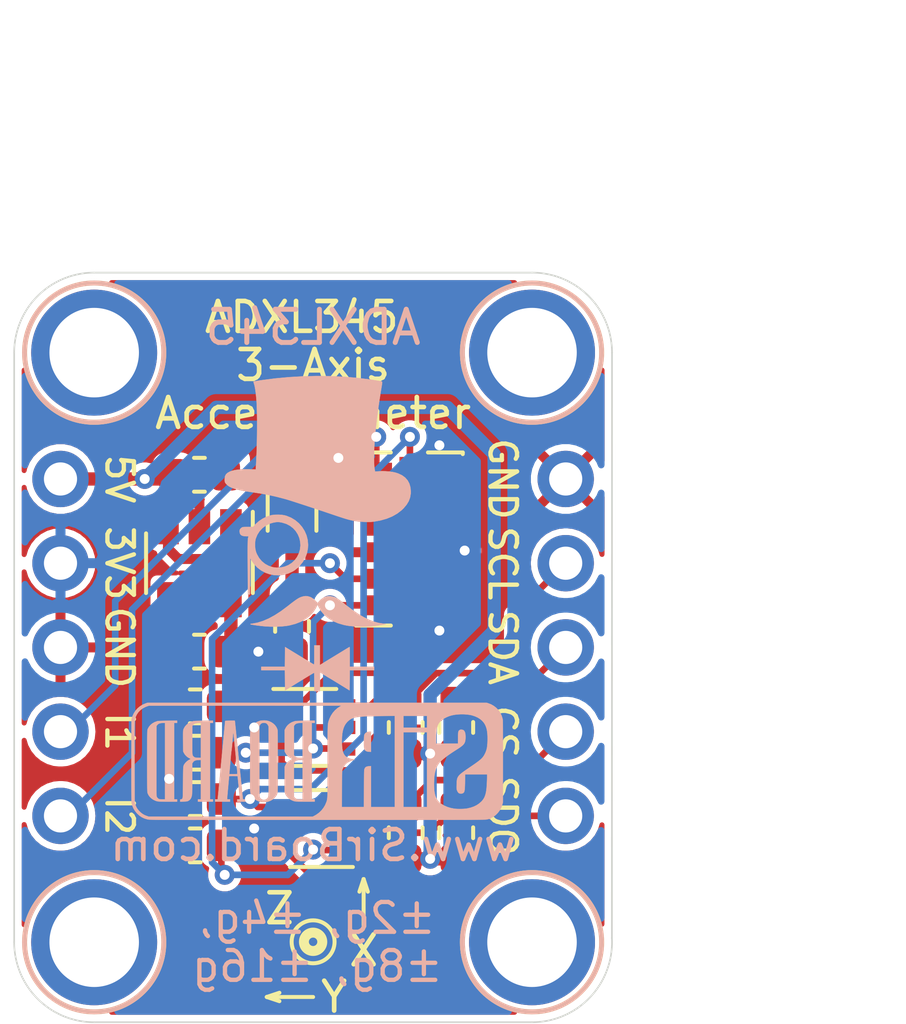
<source format=kicad_pcb>
(kicad_pcb (version 20171130) (host pcbnew "(5.1.2)-2")

  (general
    (thickness 1.6)
    (drawings 39)
    (tracks 145)
    (zones 0)
    (modules 24)
    (nets 17)
  )

  (page User 132.004 102.006)
  (title_block
    (title "ADXL345 Breakout with 5V Level Shift")
    (date 2019-12-11)
    (rev 2)
    (company SirBoard)
    (comment 1 "Digital 10bit/13 bit I2C/SPI Accelerometer")
    (comment 2 "±2g, ±4g, ±8g, ±16g")
    (comment 3 "ADXL345 ")
  )

  (layers
    (0 F.Cu signal)
    (31 B.Cu signal)
    (32 B.Adhes user hide)
    (33 F.Adhes user hide)
    (34 B.Paste user hide)
    (35 F.Paste user hide)
    (36 B.SilkS user)
    (37 F.SilkS user)
    (38 B.Mask user hide)
    (39 F.Mask user hide)
    (40 Dwgs.User user)
    (41 Cmts.User user hide)
    (42 Eco1.User user hide)
    (43 Eco2.User user hide)
    (44 Edge.Cuts user)
    (45 Margin user hide)
    (46 B.CrtYd user hide)
    (47 F.CrtYd user hide)
    (48 B.Fab user hide)
    (49 F.Fab user hide)
  )

  (setup
    (last_trace_width 0.127)
    (user_trace_width 0.2)
    (user_trace_width 0.25)
    (user_trace_width 0.3)
    (user_trace_width 0.4)
    (user_trace_width 0.5)
    (user_trace_width 0.6)
    (user_trace_width 0.7)
    (user_trace_width 0.8)
    (user_trace_width 0.9)
    (user_trace_width 1)
    (trace_clearance 0.127)
    (zone_clearance 0.2)
    (zone_45_only no)
    (trace_min 0.127)
    (via_size 0.6)
    (via_drill 0.3)
    (via_min_size 0.6)
    (via_min_drill 0.3)
    (uvia_size 0.4)
    (uvia_drill 0.2)
    (uvias_allowed no)
    (uvia_min_size 0.4)
    (uvia_min_drill 0.1)
    (edge_width 0.05)
    (segment_width 0.2)
    (pcb_text_width 0.3)
    (pcb_text_size 1.5 1.5)
    (mod_edge_width 0.12)
    (mod_text_size 1 1)
    (mod_text_width 0.15)
    (pad_size 1.7 1.7)
    (pad_drill 1)
    (pad_to_mask_clearance 0)
    (solder_mask_min_width 0.1)
    (aux_axis_origin 0 0)
    (visible_elements 7FFFFFFF)
    (pcbplotparams
      (layerselection 0x010fc_ffffffff)
      (usegerberextensions false)
      (usegerberattributes false)
      (usegerberadvancedattributes false)
      (creategerberjobfile false)
      (excludeedgelayer true)
      (linewidth 0.100000)
      (plotframeref false)
      (viasonmask false)
      (mode 1)
      (useauxorigin false)
      (hpglpennumber 1)
      (hpglpenspeed 20)
      (hpglpendiameter 15.000000)
      (psnegative false)
      (psa4output false)
      (plotreference true)
      (plotvalue true)
      (plotinvisibletext false)
      (padsonsilk false)
      (subtractmaskfromsilk false)
      (outputformat 1)
      (mirror false)
      (drillshape 1)
      (scaleselection 1)
      (outputdirectory ""))
  )

  (net 0 "")
  (net 1 GND)
  (net 2 "Net-(D1-Pad2)")
  (net 3 5V)
  (net 4 3V3)
  (net 5 SDO_5V)
  (net 6 CSB_5V)
  (net 7 SDI_5V)
  (net 8 SCK_5V)
  (net 9 SDI_3V3)
  (net 10 SCK_3V3)
  (net 11 CSB_3V3)
  (net 12 SDO_3V3)
  (net 13 "Net-(U1-Pad4)")
  (net 14 "Net-(U2-Pad10)")
  (net 15 INT2)
  (net 16 INT1)

  (net_class Default "This is the default net class."
    (clearance 0.127)
    (trace_width 0.127)
    (via_dia 0.6)
    (via_drill 0.3)
    (uvia_dia 0.4)
    (uvia_drill 0.2)
    (add_net 3V3)
    (add_net 5V)
    (add_net CSB_3V3)
    (add_net CSB_5V)
    (add_net GND)
    (add_net INT1)
    (add_net INT2)
    (add_net "Net-(D1-Pad2)")
    (add_net "Net-(U1-Pad4)")
    (add_net "Net-(U2-Pad10)")
    (add_net SCK_3V3)
    (add_net SCK_5V)
    (add_net SDI_3V3)
    (add_net SDI_5V)
    (add_net SDO_3V3)
    (add_net SDO_5V)
  )

  (module logo:SirBoard112x35 (layer B.Cu) (tedit 0) (tstamp 5DF14266)
    (at 64.897 39.37 180)
    (fp_text reference G*** (at 0 0) (layer B.SilkS) hide
      (effects (font (size 1.524 1.524) (thickness 0.3)) (justify mirror))
    )
    (fp_text value LOGO (at 0.75 0) (layer B.SilkS) hide
      (effects (font (size 1.524 1.524) (thickness 0.3)) (justify mirror))
    )
    (fp_poly (pts (xy -1.525562 0.880297) (xy -1.481591 0.865137) (xy -1.447984 0.839985) (xy -1.424896 0.804933)
      (xy -1.418358 0.787232) (xy -1.414957 0.768138) (xy -1.412171 0.737274) (xy -1.410021 0.697373)
      (xy -1.40853 0.651164) (xy -1.407719 0.601382) (xy -1.40761 0.550757) (xy -1.408223 0.502022)
      (xy -1.409582 0.457909) (xy -1.411708 0.421149) (xy -1.414622 0.394475) (xy -1.415212 0.391062)
      (xy -1.426948 0.351789) (xy -1.446379 0.322478) (xy -1.474912 0.302106) (xy -1.513953 0.28965)
      (xy -1.5621 0.284216) (xy -1.618343 0.281492) (xy -1.618343 0.885371) (xy -1.579746 0.885371)
      (xy -1.525562 0.880297)) (layer B.SilkS) (width 0.01))
    (fp_poly (pts (xy 4.512129 1.217193) (xy 4.587168 1.216128) (xy 4.649164 1.215004) (xy 4.699587 1.213752)
      (xy 4.739908 1.2123) (xy 4.771597 1.21058) (xy 4.796124 1.20852) (xy 4.81496 1.20605)
      (xy 4.829577 1.2031) (xy 4.834539 1.201779) (xy 4.907443 1.174745) (xy 4.972611 1.138092)
      (xy 5.028665 1.093018) (xy 5.074225 1.040722) (xy 5.107913 0.982402) (xy 5.118723 0.954836)
      (xy 5.120497 0.948681) (xy 5.122089 0.94077) (xy 5.123511 0.930338) (xy 5.12477 0.916621)
      (xy 5.125877 0.898853) (xy 5.126842 0.876272) (xy 5.127673 0.848113) (xy 5.128381 0.813611)
      (xy 5.128976 0.772002) (xy 5.129467 0.722523) (xy 5.129863 0.664408) (xy 5.130174 0.596893)
      (xy 5.13041 0.519215) (xy 5.13058 0.430608) (xy 5.130695 0.33031) (xy 5.130763 0.217554)
      (xy 5.130795 0.091578) (xy 5.1308 -0.003785) (xy 5.130794 -0.138578) (xy 5.13077 -0.259633)
      (xy 5.130716 -0.367727) (xy 5.130621 -0.463635) (xy 5.130473 -0.548136) (xy 5.130261 -0.622005)
      (xy 5.129973 -0.686019) (xy 5.129599 -0.740955) (xy 5.129127 -0.787588) (xy 5.128546 -0.826696)
      (xy 5.127844 -0.859055) (xy 5.12701 -0.885442) (xy 5.126032 -0.906632) (xy 5.1249 -0.923404)
      (xy 5.123601 -0.936532) (xy 5.122125 -0.946794) (xy 5.120461 -0.954966) (xy 5.118596 -0.961825)
      (xy 5.116719 -0.96757) (xy 5.089587 -1.024997) (xy 5.050105 -1.078057) (xy 5.000177 -1.125126)
      (xy 4.941705 -1.164583) (xy 4.876593 -1.194805) (xy 4.834912 -1.207886) (xy 4.820998 -1.210891)
      (xy 4.803749 -1.213336) (xy 4.781662 -1.215274) (xy 4.753237 -1.216756) (xy 4.716973 -1.217836)
      (xy 4.671368 -1.218565) (xy 4.614922 -1.218997) (xy 4.546133 -1.219183) (xy 4.511081 -1.2192)
      (xy 4.230914 -1.2192) (xy 4.230914 -1.15507) (xy 4.593771 -1.15507) (xy 4.683838 -1.152664)
      (xy 4.72157 -1.151516) (xy 4.747917 -1.150017) (xy 4.766008 -1.147515) (xy 4.778967 -1.14336)
      (xy 4.789924 -1.136903) (xy 4.801003 -1.128304) (xy 4.820959 -1.108979) (xy 4.837889 -1.087374)
      (xy 4.841631 -1.081133) (xy 4.843481 -1.077291) (xy 4.845152 -1.072531) (xy 4.846651 -1.066144)
      (xy 4.847987 -1.05742) (xy 4.849167 -1.045649) (xy 4.850199 -1.030122) (xy 4.85109 -1.01013)
      (xy 4.851847 -0.984962) (xy 4.852479 -0.953911) (xy 4.852993 -0.916265) (xy 4.853397 -0.871316)
      (xy 4.853698 -0.818354) (xy 4.853904 -0.75667) (xy 4.854023 -0.685554) (xy 4.854062 -0.604296)
      (xy 4.854028 -0.512188) (xy 4.85393 -0.408519) (xy 4.853775 -0.292581) (xy 4.853571 -0.163664)
      (xy 4.853325 -0.021058) (xy 4.853281 0.003628) (xy 4.8514 1.063171) (xy 4.83086 1.09002)
      (xy 4.807114 1.114832) (xy 4.778037 1.132601) (xy 4.741103 1.144299) (xy 4.693784 1.1509)
      (xy 4.668735 1.152454) (xy 4.593771 1.155788) (xy 4.593771 -1.15507) (xy 4.230914 -1.15507)
      (xy 4.230914 -1.153886) (xy 4.318 -1.153886) (xy 4.318 1.153885) (xy 4.230914 1.153885)
      (xy 4.230914 1.220826) (xy 4.512129 1.217193)) (layer B.SilkS) (width 0.01))
    (fp_poly (pts (xy 3.430814 1.217193) (xy 3.505854 1.216128) (xy 3.56785 1.215004) (xy 3.618273 1.213752)
      (xy 3.658594 1.2123) (xy 3.690282 1.21058) (xy 3.71481 1.20852) (xy 3.733646 1.20605)
      (xy 3.748263 1.2031) (xy 3.753225 1.201779) (xy 3.826235 1.174716) (xy 3.891421 1.138058)
      (xy 3.947434 1.092982) (xy 3.992924 1.040666) (xy 4.026542 0.98229) (xy 4.037836 0.953162)
      (xy 4.040869 0.94273) (xy 4.043342 0.930607) (xy 4.045298 0.915361) (xy 4.046777 0.89556)
      (xy 4.047823 0.869772) (xy 4.048476 0.836565) (xy 4.048779 0.794506) (xy 4.048774 0.742164)
      (xy 4.048503 0.678106) (xy 4.048035 0.604819) (xy 4.045857 0.293914) (xy 4.022319 0.245805)
      (xy 3.993743 0.200382) (xy 3.954739 0.156779) (xy 3.909252 0.11882) (xy 3.862369 0.090864)
      (xy 3.839869 0.079511) (xy 3.823704 0.070078) (xy 3.817265 0.064553) (xy 3.817257 0.064458)
      (xy 3.823334 0.058891) (xy 3.838048 0.052233) (xy 3.838943 0.051917) (xy 3.874004 0.035129)
      (xy 3.912415 0.009319) (xy 3.949979 -0.022138) (xy 3.982501 -0.055863) (xy 3.998135 -0.0762)
      (xy 4.007455 -0.089691) (xy 4.015474 -0.101647) (xy 4.022299 -0.113219) (xy 4.028035 -0.125559)
      (xy 4.032789 -0.139817) (xy 4.036665 -0.157145) (xy 4.03977 -0.178693) (xy 4.042209 -0.205615)
      (xy 4.044088 -0.239059) (xy 4.045514 -0.280179) (xy 4.046591 -0.330124) (xy 4.047426 -0.390047)
      (xy 4.048124 -0.461098) (xy 4.048792 -0.544429) (xy 4.049486 -0.635) (xy 4.050242 -0.730678)
      (xy 4.050954 -0.812918) (xy 4.051699 -0.882797) (xy 4.052551 -0.94139) (xy 4.053585 -0.989774)
      (xy 4.054877 -1.029023) (xy 4.056502 -1.060216) (xy 4.058536 -1.084427) (xy 4.061053 -1.102733)
      (xy 4.06413 -1.11621) (xy 4.06784 -1.125934) (xy 4.072261 -1.13298) (xy 4.077466 -1.138426)
      (xy 4.083531 -1.143346) (xy 4.085142 -1.144584) (xy 4.101021 -1.151411) (xy 4.116614 -1.153655)
      (xy 4.128813 -1.1549) (xy 4.134651 -1.160871) (xy 4.136455 -1.17548) (xy 4.136571 -1.187224)
      (xy 4.136571 -1.220561) (xy 4.033157 -1.217579) (xy 3.989456 -1.215991) (xy 3.957234 -1.213861)
      (xy 3.933455 -1.21078) (xy 3.915084 -1.206339) (xy 3.899085 -1.200126) (xy 3.897086 -1.199197)
      (xy 3.855555 -1.173032) (xy 3.823431 -1.137693) (xy 3.800158 -1.092246) (xy 3.785182 -1.035754)
      (xy 3.780621 -1.002985) (xy 3.779409 -0.98421) (xy 3.778264 -0.952428) (xy 3.777207 -0.909147)
      (xy 3.776257 -0.855875) (xy 3.775435 -0.794121) (xy 3.774762 -0.725391) (xy 3.774259 -0.651194)
      (xy 3.773945 -0.573037) (xy 3.773843 -0.503978) (xy 3.773714 -0.068156) (xy 3.752766 -0.035124)
      (xy 3.731914 -0.008638) (xy 3.706346 0.0106) (xy 3.673594 0.023635) (xy 3.631192 0.031511)
      (xy 3.587421 0.034854) (xy 3.512457 0.038188) (xy 3.512457 -1.153886) (xy 3.599543 -1.153886)
      (xy 3.599543 -1.2192) (xy 3.1496 -1.2192) (xy 3.1496 -1.153886) (xy 3.236686 -1.153886)
      (xy 3.236686 0.100416) (xy 3.512457 0.100416) (xy 3.602524 0.102822) (xy 3.640256 0.10397)
      (xy 3.666603 0.105469) (xy 3.684693 0.107971) (xy 3.697653 0.112126) (xy 3.708609 0.118583)
      (xy 3.719689 0.127182) (xy 3.730675 0.135901) (xy 3.740076 0.143671) (xy 3.748009 0.15163)
      (xy 3.754592 0.160921) (xy 3.759945 0.172684) (xy 3.764185 0.18806) (xy 3.767431 0.20819)
      (xy 3.769802 0.234214) (xy 3.771415 0.267274) (xy 3.772389 0.30851) (xy 3.772843 0.359063)
      (xy 3.772895 0.420075) (xy 3.772664 0.492685) (xy 3.772267 0.578034) (xy 3.772019 0.631371)
      (xy 3.770086 1.063171) (xy 3.749546 1.09002) (xy 3.725799 1.114832) (xy 3.696723 1.132601)
      (xy 3.659789 1.144299) (xy 3.61247 1.1509) (xy 3.587421 1.152454) (xy 3.512457 1.155788)
      (xy 3.512457 0.100416) (xy 3.236686 0.100416) (xy 3.236686 1.153885) (xy 3.1496 1.153885)
      (xy 3.1496 1.220826) (xy 3.430814 1.217193)) (layer B.SilkS) (width 0.01))
    (fp_poly (pts (xy 2.577941 1.21992) (xy 2.616453 1.219519) (xy 2.656135 1.218798) (xy 2.694339 1.217805)
      (xy 2.728419 1.216587) (xy 2.755728 1.215192) (xy 2.773619 1.213666) (xy 2.779486 1.21218)
      (xy 2.780161 1.203823) (xy 2.782126 1.181953) (xy 2.785294 1.147507) (xy 2.789574 1.10142)
      (xy 2.794879 1.044627) (xy 2.801119 0.978066) (xy 2.808206 0.902672) (xy 2.81605 0.81938)
      (xy 2.824563 0.729128) (xy 2.833655 0.63285) (xy 2.843239 0.531482) (xy 2.853226 0.425961)
      (xy 2.863525 0.317222) (xy 2.874049 0.206202) (xy 2.884709 0.093835) (xy 2.895416 -0.018941)
      (xy 2.906081 -0.131191) (xy 2.916615 -0.241979) (xy 2.926929 -0.35037) (xy 2.936935 -0.455426)
      (xy 2.946543 -0.556213) (xy 2.955665 -0.651794) (xy 2.964212 -0.741234) (xy 2.972095 -0.823597)
      (xy 2.979226 -0.897946) (xy 2.985515 -0.963346) (xy 2.990873 -1.01886) (xy 2.995212 -1.063554)
      (xy 2.998444 -1.096491) (xy 3.000478 -1.116734) (xy 3.001167 -1.123043) (xy 3.005346 -1.153886)
      (xy 3.084286 -1.153886) (xy 3.084286 -1.2192) (xy 2.634343 -1.2192) (xy 2.634343 -1.153886)
      (xy 2.677886 -1.153886) (xy 2.701989 -1.153585) (xy 2.714998 -1.151575) (xy 2.720336 -1.146199)
      (xy 2.721421 -1.135799) (xy 2.721429 -1.132777) (xy 2.72078 -1.121257) (xy 2.718924 -1.096878)
      (xy 2.715999 -1.061233) (xy 2.712141 -1.015916) (xy 2.707487 -0.962518) (xy 2.702174 -0.902634)
      (xy 2.696338 -0.837857) (xy 2.6924 -0.794657) (xy 2.686317 -0.727916) (xy 2.680666 -0.665328)
      (xy 2.675584 -0.608438) (xy 2.671206 -0.558796) (xy 2.667668 -0.517946) (xy 2.665106 -0.487438)
      (xy 2.663654 -0.468816) (xy 2.663371 -0.463795) (xy 2.662614 -0.458866) (xy 2.659031 -0.455267)
      (xy 2.650658 -0.452792) (xy 2.635529 -0.451229) (xy 2.61168 -0.450373) (xy 2.577145 -0.450014)
      (xy 2.532743 -0.449943) (xy 2.491014 -0.45018) (xy 2.4548 -0.450836) (xy 2.426392 -0.451835)
      (xy 2.408078 -0.453096) (xy 2.402114 -0.454435) (xy 2.40142 -0.46236) (xy 2.399434 -0.48327)
      (xy 2.396297 -0.515709) (xy 2.392152 -0.558221) (xy 2.387142 -0.609347) (xy 2.381409 -0.667631)
      (xy 2.375095 -0.731616) (xy 2.369457 -0.788596) (xy 2.362737 -0.856818) (xy 2.356483 -0.921045)
      (xy 2.350839 -0.979743) (xy 2.34595 -1.031375) (xy 2.34196 -1.074405) (xy 2.339014 -1.107299)
      (xy 2.337255 -1.128521) (xy 2.3368 -1.136075) (xy 2.337881 -1.14628) (xy 2.34349 -1.151593)
      (xy 2.357174 -1.153599) (xy 2.376714 -1.153886) (xy 2.416629 -1.153886) (xy 2.416629 -1.2192)
      (xy 2.155371 -1.2192) (xy 2.155371 -1.154579) (xy 2.200463 -1.152418) (xy 2.245554 -1.150257)
      (xy 2.324519 -0.379186) (xy 2.409167 -0.379186) (xy 2.41034 -0.383817) (xy 2.415017 -0.387169)
      (xy 2.425194 -0.389446) (xy 2.442868 -0.390851) (xy 2.470035 -0.391588) (xy 2.508691 -0.391861)
      (xy 2.533742 -0.391886) (xy 2.658113 -0.391886) (xy 2.653901 -0.353786) (xy 2.65238 -0.338493)
      (xy 2.649766 -0.310463) (xy 2.646212 -0.271418) (xy 2.641873 -0.223081) (xy 2.636903 -0.167176)
      (xy 2.631456 -0.105425) (xy 2.625688 -0.039551) (xy 2.622558 -0.003629) (xy 2.616742 0.062144)
      (xy 2.611139 0.123366) (xy 2.605901 0.17854) (xy 2.601179 0.22617) (xy 2.597122 0.264759)
      (xy 2.593883 0.29281) (xy 2.591611 0.308825) (xy 2.590752 0.312057) (xy 2.58912 0.31985)
      (xy 2.586447 0.340538) (xy 2.582894 0.372553) (xy 2.578619 0.414325) (xy 2.573782 0.464285)
      (xy 2.568541 0.520863) (xy 2.563056 0.582491) (xy 2.561491 0.600528) (xy 2.555987 0.663119)
      (xy 2.550707 0.720952) (xy 2.545807 0.772486) (xy 2.541441 0.816176) (xy 2.537765 0.850481)
      (xy 2.534935 0.873857) (xy 2.533106 0.884762) (xy 2.532783 0.885371) (xy 2.531636 0.878357)
      (xy 2.529242 0.858153) (xy 2.525725 0.826022) (xy 2.521207 0.783224) (xy 2.515813 0.73102)
      (xy 2.509666 0.67067) (xy 2.502888 0.603436) (xy 2.495603 0.530578) (xy 2.487934 0.453357)
      (xy 2.480005 0.373034) (xy 2.471938 0.29087) (xy 2.463858 0.208125) (xy 2.455886 0.126061)
      (xy 2.448147 0.045938) (xy 2.440764 -0.030983) (xy 2.43386 -0.10344) (xy 2.427558 -0.170175)
      (xy 2.421982 -0.229924) (xy 2.417254 -0.281428) (xy 2.413498 -0.323426) (xy 2.410837 -0.354657)
      (xy 2.409395 -0.37386) (xy 2.409167 -0.379186) (xy 2.324519 -0.379186) (xy 2.366697 0.032657)
      (xy 2.379966 0.162193) (xy 2.392836 0.287785) (xy 2.405231 0.408677) (xy 2.417072 0.52411)
      (xy 2.428281 0.63333) (xy 2.438781 0.735579) (xy 2.448493 0.8301) (xy 2.457341 0.916138)
      (xy 2.465246 0.992934) (xy 2.47213 1.059734) (xy 2.477915 1.115779) (xy 2.482525 1.160314)
      (xy 2.48588 1.192582) (xy 2.487903 1.211826) (xy 2.48852 1.217385) (xy 2.495887 1.218735)
      (xy 2.515011 1.219576) (xy 2.543245 1.219955) (xy 2.577941 1.21992)) (layer B.SilkS) (width 0.01))
    (fp_poly (pts (xy 0.361043 1.217193) (xy 0.43385 1.216219) (xy 0.493755 1.215243) (xy 0.542371 1.214177)
      (xy 0.581308 1.212935) (xy 0.612181 1.211431) (xy 0.6366 1.209577) (xy 0.656179 1.207287)
      (xy 0.672528 1.204474) (xy 0.687261 1.201052) (xy 0.69379 1.19929) (xy 0.765952 1.172679)
      (xy 0.830815 1.135681) (xy 0.88672 1.089579) (xy 0.93201 1.035656) (xy 0.95488 0.997201)
      (xy 0.983343 0.941114) (xy 0.983343 0.293914) (xy 0.959805 0.245805) (xy 0.931229 0.200382)
      (xy 0.892225 0.156779) (xy 0.846738 0.11882) (xy 0.799854 0.090864) (xy 0.777386 0.079671)
      (xy 0.761246 0.070632) (xy 0.754812 0.065645) (xy 0.754804 0.065563) (xy 0.760769 0.060565)
      (xy 0.776481 0.050898) (xy 0.798763 0.038498) (xy 0.802921 0.036285) (xy 0.857587 0.000984)
      (xy 0.905439 -0.042591) (xy 0.94349 -0.091449) (xy 0.959773 -0.120776) (xy 0.983343 -0.170543)
      (xy 0.985408 -0.547102) (xy 0.985832 -0.631973) (xy 0.986078 -0.7036) (xy 0.986115 -0.76325)
      (xy 0.985912 -0.812191) (xy 0.985438 -0.851693) (xy 0.984663 -0.883023) (xy 0.983556 -0.90745)
      (xy 0.982087 -0.926242) (xy 0.980226 -0.940667) (xy 0.977941 -0.951995) (xy 0.975443 -0.960759)
      (xy 0.948888 -1.019843) (xy 0.90991 -1.074162) (xy 0.860222 -1.122232) (xy 0.801539 -1.162569)
      (xy 0.735575 -1.193687) (xy 0.689533 -1.208287) (xy 0.67573 -1.211191) (xy 0.657961 -1.213557)
      (xy 0.634779 -1.215435) (xy 0.604736 -1.216872) (xy 0.566387 -1.217919) (xy 0.518284 -1.218622)
      (xy 0.45898 -1.21903) (xy 0.387029 -1.219192) (xy 0.363624 -1.2192) (xy 0.079829 -1.2192)
      (xy 0.079829 -1.153886) (xy 0.166914 -1.153886) (xy 0.442686 -1.153886) (xy 0.523852 -1.153886)
      (xy 0.562559 -1.153408) (xy 0.590445 -1.151649) (xy 0.611181 -1.14812) (xy 0.628439 -1.142334)
      (xy 0.635755 -1.139006) (xy 0.660177 -1.123253) (xy 0.682565 -1.102655) (xy 0.687031 -1.097278)
      (xy 0.707571 -1.070429) (xy 0.707571 -0.060626) (xy 0.688093 -0.031192) (xy 0.667207 -0.00615)
      (xy 0.641034 0.012102) (xy 0.607231 0.02449) (xy 0.563454 0.031944) (xy 0.521105 0.034919)
      (xy 0.442686 0.03815) (xy 0.442686 -1.153886) (xy 0.166914 -1.153886) (xy 0.166914 0.1016)
      (xy 0.442686 0.1016) (xy 0.523852 0.1016) (xy 0.562559 0.102078) (xy 0.590445 0.103837)
      (xy 0.611181 0.107365) (xy 0.628439 0.113152) (xy 0.635755 0.116479) (xy 0.660177 0.132232)
      (xy 0.682565 0.152831) (xy 0.687031 0.158208) (xy 0.707571 0.185057) (xy 0.707571 1.056974)
      (xy 0.688093 1.086408) (xy 0.667207 1.11145) (xy 0.641034 1.129702) (xy 0.607231 1.14209)
      (xy 0.563454 1.149544) (xy 0.521105 1.152519) (xy 0.442686 1.15575) (xy 0.442686 0.1016)
      (xy 0.166914 0.1016) (xy 0.166914 1.153885) (xy 0.079829 1.153885) (xy 0.079829 1.220724)
      (xy 0.361043 1.217193)) (layer B.SilkS) (width 0.01))
    (fp_poly (pts (xy 1.65475 1.225374) (xy 1.709175 1.218756) (xy 1.735944 1.212555) (xy 1.804872 1.18674)
      (xy 1.867504 1.151205) (xy 1.92206 1.10749) (xy 1.966761 1.057133) (xy 1.99983 1.001675)
      (xy 2.010662 0.974827) (xy 2.012703 0.968536) (xy 2.014537 0.961639) (xy 2.016174 0.953366)
      (xy 2.017627 0.942948) (xy 2.018906 0.929613) (xy 2.020021 0.912593) (xy 2.020985 0.891117)
      (xy 2.021808 0.864416) (xy 2.022502 0.83172) (xy 2.023077 0.792258) (xy 2.023544 0.745261)
      (xy 2.023915 0.689959) (xy 2.024201 0.625582) (xy 2.024412 0.55136) (xy 2.02456 0.466524)
      (xy 2.024656 0.370303) (xy 2.024711 0.261927) (xy 2.024737 0.140627) (xy 2.024743 0.005632)
      (xy 2.024743 -0.003629) (xy 2.024737 -0.13954) (xy 2.024714 -0.261706) (xy 2.024661 -0.370898)
      (xy 2.024568 -0.467885) (xy 2.024424 -0.553438) (xy 2.024217 -0.628326) (xy 2.023936 -0.693319)
      (xy 2.023571 -0.749187) (xy 2.02311 -0.7967) (xy 2.022543 -0.836628) (xy 2.021857 -0.86974)
      (xy 2.021043 -0.896808) (xy 2.020088 -0.918599) (xy 2.018983 -0.935885) (xy 2.017715 -0.949436)
      (xy 2.016274 -0.96002) (xy 2.014649 -0.968409) (xy 2.012828 -0.975372) (xy 2.010801 -0.981679)
      (xy 2.010662 -0.982084) (xy 1.98353 -1.039511) (xy 1.944048 -1.092571) (xy 1.89412 -1.139641)
      (xy 1.835648 -1.179098) (xy 1.770536 -1.209319) (xy 1.728855 -1.2224) (xy 1.689662 -1.229317)
      (xy 1.642082 -1.232841) (xy 1.591181 -1.233028) (xy 1.542024 -1.229934) (xy 1.499676 -1.223615)
      (xy 1.484086 -1.219702) (xy 1.413537 -1.193355) (xy 1.352924 -1.158697) (xy 1.299178 -1.113869)
      (xy 1.284283 -1.098534) (xy 1.252249 -1.060677) (xy 1.229064 -1.024125) (xy 1.211054 -0.982851)
      (xy 1.207393 -0.972457) (xy 1.205413 -0.966175) (xy 1.203634 -0.95906) (xy 1.202046 -0.950339)
      (xy 1.200639 -0.939241) (xy 1.199402 -0.924992) (xy 1.198322 -0.906821) (xy 1.197391 -0.883955)
      (xy 1.196597 -0.855622) (xy 1.195929 -0.821049) (xy 1.195376 -0.779464) (xy 1.194927 -0.730096)
      (xy 1.194573 -0.67217) (xy 1.194301 -0.604915) (xy 1.194101 -0.52756) (xy 1.193962 -0.43933)
      (xy 1.193873 -0.339454) (xy 1.193853 -0.292252) (xy 1.467265 -0.292252) (xy 1.467275 -0.428578)
      (xy 1.467413 -0.551933) (xy 1.467679 -0.662144) (xy 1.468073 -0.75904) (xy 1.468593 -0.842449)
      (xy 1.469237 -0.912199) (xy 1.470007 -0.96812) (xy 1.4709 -1.010038) (xy 1.471915 -1.037782)
      (xy 1.473028 -1.05105) (xy 1.480657 -1.078544) (xy 1.491854 -1.104054) (xy 1.498214 -1.114111)
      (xy 1.528546 -1.142646) (xy 1.565945 -1.160584) (xy 1.607059 -1.167434) (xy 1.648536 -1.162703)
      (xy 1.687025 -1.1459) (xy 1.692015 -1.142534) (xy 1.713059 -1.124355) (xy 1.730736 -1.103611)
      (xy 1.735521 -1.095942) (xy 1.737358 -1.092061) (xy 1.73902 -1.087196) (xy 1.740516 -1.080638)
      (xy 1.741854 -1.071678) (xy 1.743043 -1.059609) (xy 1.744092 -1.043723) (xy 1.74501 -1.023311)
      (xy 1.745805 -0.997665) (xy 1.746487 -0.966078) (xy 1.747063 -0.927841) (xy 1.747543 -0.882246)
      (xy 1.747935 -0.828585) (xy 1.748249 -0.76615) (xy 1.748492 -0.694233) (xy 1.748674 -0.612125)
      (xy 1.748804 -0.519118) (xy 1.74889 -0.414506) (xy 1.74894 -0.297578) (xy 1.748965 -0.167627)
      (xy 1.748971 -0.023946) (xy 1.748971 1.05496) (xy 1.733578 1.086759) (xy 1.71024 1.121258)
      (xy 1.678898 1.144096) (xy 1.638767 1.155726) (xy 1.611086 1.157514) (xy 1.566099 1.15247)
      (xy 1.530334 1.136747) (xy 1.502302 1.109458) (xy 1.486779 1.083607) (xy 1.469571 1.048657)
      (xy 1.467635 0.018628) (xy 1.467385 -0.143126) (xy 1.467265 -0.292252) (xy 1.193853 -0.292252)
      (xy 1.193824 -0.22716) (xy 1.193803 -0.101676) (xy 1.1938 -0.003629) (xy 1.193806 0.131692)
      (xy 1.193832 0.25327) (xy 1.193889 0.36188) (xy 1.193988 0.458294) (xy 1.19414 0.543283)
      (xy 1.194356 0.617622) (xy 1.194646 0.682082) (xy 1.195022 0.737436) (xy 1.195496 0.784457)
      (xy 1.196076 0.823918) (xy 1.196776 0.856591) (xy 1.197605 0.883248) (xy 1.198575 0.904663)
      (xy 1.199697 0.921607) (xy 1.200982 0.934855) (xy 1.20244 0.945177) (xy 1.204083 0.953347)
      (xy 1.205922 0.960138) (xy 1.207576 0.9652) (xy 1.236632 1.02764) (xy 1.277925 1.084046)
      (xy 1.329966 1.133104) (xy 1.391267 1.173501) (xy 1.460339 1.203924) (xy 1.487766 1.212445)
      (xy 1.538307 1.222216) (xy 1.595881 1.226527) (xy 1.65475 1.225374)) (layer B.SilkS) (width 0.01))
    (fp_poly (pts (xy 5.177971 1.74004) (xy 5.267255 1.702178) (xy 5.348157 1.652743) (xy 5.419973 1.592476)
      (xy 5.482 1.52212) (xy 5.533534 1.442418) (xy 5.573872 1.354112) (xy 5.590245 1.304848)
      (xy 5.605752 1.251857) (xy 5.607961 0.029028) (xy 5.608245 -0.149716) (xy 5.608421 -0.314153)
      (xy 5.608491 -0.46449) (xy 5.608452 -0.600934) (xy 5.608305 -0.723691) (xy 5.608047 -0.83297)
      (xy 5.607679 -0.928975) (xy 5.607199 -1.011915) (xy 5.606606 -1.081996) (xy 5.605899 -1.139425)
      (xy 5.605079 -1.184409) (xy 5.604142 -1.217155) (xy 5.60309 -1.23787) (xy 5.602404 -1.2446)
      (xy 5.581368 -1.334731) (xy 5.546753 -1.420426) (xy 5.499104 -1.500593) (xy 5.438966 -1.574138)
      (xy 5.437067 -1.576135) (xy 5.367737 -1.639813) (xy 5.293674 -1.690182) (xy 5.21337 -1.72808)
      (xy 5.125322 -1.75435) (xy 5.113127 -1.756975) (xy 5.108625 -1.757848) (xy 5.103554 -1.758683)
      (xy 5.097591 -1.759481) (xy 5.090416 -1.760241) (xy 5.081706 -1.760966) (xy 5.071139 -1.761656)
      (xy 5.058395 -1.762311) (xy 5.04315 -1.762934) (xy 5.025084 -1.763523) (xy 5.003875 -1.764081)
      (xy 4.9792 -1.764608) (xy 4.950738 -1.765105) (xy 4.918168 -1.765572) (xy 4.881166 -1.766011)
      (xy 4.839413 -1.766423) (xy 4.792585 -1.766807) (xy 4.740362 -1.767166) (xy 4.682421 -1.767499)
      (xy 4.61844 -1.767808) (xy 4.548099 -1.768093) (xy 4.471074 -1.768356) (xy 4.387045 -1.768597)
      (xy 4.295689 -1.768816) (xy 4.196685 -1.769016) (xy 4.089711 -1.769196) (xy 3.974445 -1.769357)
      (xy 3.850565 -1.7695) (xy 3.71775 -1.769627) (xy 3.575678 -1.769737) (xy 3.424027 -1.769832)
      (xy 3.262476 -1.769913) (xy 3.090702 -1.769979) (xy 2.908384 -1.770033) (xy 2.715199 -1.770075)
      (xy 2.510828 -1.770105) (xy 2.294946 -1.770125) (xy 2.067233 -1.770136) (xy 1.827367 -1.770138)
      (xy 1.575027 -1.770131) (xy 1.30989 -1.770118) (xy 1.031634 -1.770098) (xy 0.739938 -1.770073)
      (xy 0.43448 -1.770043) (xy 0.114939 -1.770009) (xy 0.003629 -1.769996) (xy -0.326004 -1.769957)
      (xy -0.641426 -1.769912) (xy -0.942942 -1.769862) (xy -1.230855 -1.769805) (xy -1.50547 -1.769741)
      (xy -1.76709 -1.769669) (xy -2.016021 -1.769589) (xy -2.252564 -1.769499) (xy -2.477025 -1.7694)
      (xy -2.689708 -1.769291) (xy -2.890915 -1.769171) (xy -3.080953 -1.769039) (xy -3.260123 -1.768895)
      (xy -3.428731 -1.768738) (xy -3.58708 -1.768567) (xy -3.735475 -1.768383) (xy -3.874218 -1.768183)
      (xy -4.003615 -1.767968) (xy -4.123969 -1.767737) (xy -4.235584 -1.767489) (xy -4.338764 -1.767224)
      (xy -4.433814 -1.766941) (xy -4.521036 -1.766639) (xy -4.600735 -1.766318) (xy -4.673216 -1.765977)
      (xy -4.738781 -1.765615) (xy -4.797735 -1.765232) (xy -4.850382 -1.764828) (xy -4.897026 -1.7644)
      (xy -4.937971 -1.76395) (xy -4.97352 -1.763476) (xy -5.003978 -1.762977) (xy -5.029649 -1.762454)
      (xy -5.050837 -1.761904) (xy -5.067845 -1.761328) (xy -5.080978 -1.760726) (xy -5.09054 -1.760095)
      (xy -5.096834 -1.759437) (xy -5.098143 -1.759231) (xy -5.127782 -1.753492) (xy -5.153624 -1.747552)
      (xy -5.170877 -1.742532) (xy -5.17287 -1.74174) (xy -5.188437 -1.735919) (xy -5.195718 -1.735061)
      (xy -5.192359 -1.739263) (xy -5.189726 -1.741024) (xy -5.187107 -1.745314) (xy -5.198261 -1.746394)
      (xy -5.201926 -1.746251) (xy -5.219497 -1.743732) (xy -5.229865 -1.739412) (xy -5.229521 -1.736655)
      (xy -5.223842 -1.738197) (xy -5.211751 -1.738783) (xy -5.207932 -1.735965) (xy -5.211394 -1.729428)
      (xy -5.224908 -1.720484) (xy -5.234412 -1.715911) (xy -5.312515 -1.674217) (xy -5.383882 -1.620536)
      (xy -5.44732 -1.556297) (xy -5.501639 -1.482926) (xy -5.545646 -1.401851) (xy -5.57815 -1.314499)
      (xy -5.582473 -1.299029) (xy -5.598886 -1.237343) (xy -5.598886 -0.003629) (xy -5.598879 0.153766)
      (xy -5.598855 0.297317) (xy -5.598806 0.427691) (xy -5.598726 0.545558) (xy -5.598623 0.638847)
      (xy -5.136498 0.638847) (xy -5.13582 0.60848) (xy -5.13256 0.529203) (xy -5.127048 0.461558)
      (xy -5.118713 0.402759) (xy -5.106986 0.350021) (xy -5.091297 0.300559) (xy -5.071077 0.251589)
      (xy -5.056682 0.221582) (xy -5.039451 0.188752) (xy -5.021651 0.158731) (xy -5.002156 0.1305)
      (xy -4.979839 0.103039) (xy -4.953574 0.075329) (xy -4.922234 0.046352) (xy -4.884692 0.015087)
      (xy -4.839821 -0.019485) (xy -4.786495 -0.058382) (xy -4.723587 -0.102624) (xy -4.64997 -0.15323)
      (xy -4.619171 -0.174193) (xy -4.53918 -0.22866) (xy -4.470375 -0.276136) (xy -4.411896 -0.317728)
      (xy -4.362883 -0.354539) (xy -4.322475 -0.387676) (xy -4.289813 -0.418243) (xy -4.264035 -0.447346)
      (xy -4.244282 -0.476089) (xy -4.229693 -0.505579) (xy -4.219407 -0.53692) (xy -4.212565 -0.571217)
      (xy -4.208306 -0.609576) (xy -4.20577 -0.653102) (xy -4.204096 -0.7029) (xy -4.203963 -0.707572)
      (xy -4.202746 -0.755159) (xy -4.202307 -0.790969) (xy -4.202827 -0.817726) (xy -4.204491 -0.838154)
      (xy -4.207482 -0.854979) (xy -4.211981 -0.870925) (xy -4.215654 -0.881693) (xy -4.229149 -0.911764)
      (xy -4.246115 -0.938677) (xy -4.25528 -0.949409) (xy -4.272072 -0.964004) (xy -4.289174 -0.972114)
      (xy -4.312725 -0.976281) (xy -4.322338 -0.977174) (xy -4.364386 -0.975688) (xy -4.397234 -0.963256)
      (xy -4.421589 -0.939543) (xy -4.429433 -0.926182) (xy -4.437063 -0.902357) (xy -4.443385 -0.864118)
      (xy -4.448395 -0.811505) (xy -4.452091 -0.744559) (xy -4.45447 -0.663319) (xy -4.455529 -0.567828)
      (xy -4.455572 -0.553357) (xy -4.455886 -0.399143) (xy -5.123543 -0.399143) (xy -5.123382 -0.462643)
      (xy -5.122698 -0.512634) (xy -5.120992 -0.569283) (xy -5.118437 -0.629655) (xy -5.115208 -0.690818)
      (xy -5.111476 -0.749837) (xy -5.107416 -0.803778) (xy -5.1032 -0.849709) (xy -5.099002 -0.884694)
      (xy -5.098115 -0.890529) (xy -5.082693 -0.970309) (xy -5.063431 -1.038328) (xy -5.039207 -1.097086)
      (xy -5.0089 -1.149078) (xy -4.971388 -1.196803) (xy -4.95076 -1.218661) (xy -4.882974 -1.278713)
      (xy -4.808217 -1.328926) (xy -4.725096 -1.369979) (xy -4.632216 -1.402551) (xy -4.528184 -1.427318)
      (xy -4.517571 -1.429307) (xy -4.471409 -1.435669) (xy -4.41495 -1.44018) (xy -4.352297 -1.442792)
      (xy -4.287555 -1.443456) (xy -4.224829 -1.442126) (xy -4.168222 -1.438752) (xy -4.125686 -1.433896)
      (xy -4.018095 -1.412533) (xy -3.920668 -1.382655) (xy -3.831245 -1.343415) (xy -3.747667 -1.293966)
      (xy -3.720694 -1.275039) (xy -3.674163 -1.236802) (xy -3.634667 -1.194509) (xy -3.601788 -1.146914)
      (xy -3.575105 -1.092772) (xy -3.5542 -1.030837) (xy -3.538653 -0.959863) (xy -3.528045 -0.878604)
      (xy -3.521957 -0.785814) (xy -3.51997 -0.680247) (xy -3.51997 -0.678543) (xy -3.522722 -0.558626)
      (xy -3.531218 -0.451119) (xy -3.545749 -0.354982) (xy -3.566605 -0.269176) (xy -3.594076 -0.192658)
      (xy -3.628452 -0.12439) (xy -3.670023 -0.063331) (xy -3.702014 -0.02597) (xy -3.748341 0.020241)
      (xy -3.803631 0.069097) (xy -3.868661 0.12118) (xy -3.944204 0.177073) (xy -4.031038 0.23736)
      (xy -4.129936 0.302623) (xy -4.190127 0.341085) (xy -4.254524 0.382511) (xy -4.307412 0.418338)
      (xy -4.350069 0.44983) (xy -4.383774 0.478253) (xy -4.409806 0.504872) (xy -4.429444 0.530951)
      (xy -4.443967 0.557754) (xy -4.454653 0.586549) (xy -4.460527 0.60853) (xy -4.466696 0.646073)
      (xy -4.470019 0.691098) (xy -4.470575 0.739308) (xy -4.468444 0.786407) (xy -4.463706 0.828098)
      (xy -4.45644 0.860085) (xy -4.455825 0.861888) (xy -4.438836 0.900208) (xy -4.418144 0.926105)
      (xy -4.391498 0.9416) (xy -4.359298 0.948454) (xy -4.333467 0.950072) (xy -4.315557 0.947522)
      (xy -4.299275 0.939572) (xy -4.2931 0.935495) (xy -4.280282 0.926169) (xy -4.270242 0.916603)
      (xy -4.262612 0.904952) (xy -4.257018 0.889372) (xy -4.25309 0.868019) (xy -4.250457 0.839048)
      (xy -4.248748 0.800615) (xy -4.247592 0.750876) (xy -4.246874 0.705757) (xy -4.244295 0.529771)
      (xy -3.575863 0.529771) (xy -3.579796 0.705757) (xy -3.582768 0.795607) (xy -3.587507 0.870857)
      (xy -3.309257 0.870857) (xy -3.309257 -1.386115) (xy -2.598057 -1.386115) (xy -2.3368 -1.386115)
      (xy -1.618343 -1.386115) (xy -1.618343 -0.150326) (xy -1.560581 -0.154285) (xy -1.513495 -0.160111)
      (xy -1.478202 -0.171074) (xy -1.452503 -0.188449) (xy -1.434199 -0.213509) (xy -1.426029 -0.232279)
      (xy -1.423336 -0.240125) (xy -1.420993 -0.248549) (xy -1.418969 -0.258578) (xy -1.417236 -0.271239)
      (xy -1.415766 -0.287558) (xy -1.414531 -0.308564) (xy -1.4135 -0.335284) (xy -1.412647 -0.368743)
      (xy -1.411941 -0.409969) (xy -1.411355 -0.459989) (xy -1.410861 -0.51983) (xy -1.410428 -0.590518)
      (xy -1.41003 -0.673082) (xy -1.409637 -0.768548) (xy -1.409404 -0.829129) (xy -1.407294 -1.386115)
      (xy -0.739474 -1.386115) (xy -0.741666 -0.836386) (xy -0.742078 -0.734064) (xy -0.742466 -0.645219)
      (xy -0.742862 -0.56881) (xy -0.743296 -0.503801) (xy -0.743803 -0.449153) (xy -0.744414 -0.403826)
      (xy -0.745161 -0.366784) (xy -0.746077 -0.336987) (xy -0.747195 -0.313398) (xy -0.748545 -0.294977)
      (xy -0.750161 -0.280687) (xy -0.752075 -0.269489) (xy -0.75432 -0.260345) (xy -0.756927 -0.252216)
      (xy -0.759928 -0.244065) (xy -0.760101 -0.243607) (xy -0.79452 -0.170947) (xy -0.839396 -0.10648)
      (xy -0.86021 -0.083274) (xy -0.896841 -0.052472) (xy -0.945237 -0.022771) (xy -1.002652 0.004376)
      (xy -1.066343 0.027518) (xy -1.074057 0.029891) (xy -1.128486 0.046314) (xy -1.07281 0.055043)
      (xy -1.000479 0.069952) (xy -0.93996 0.09047) (xy -0.88938 0.117373) (xy -0.852207 0.146385)
      (xy -0.822918 0.178348) (xy -0.798589 0.216299) (xy -0.778926 0.261459) (xy -0.763637 0.315045)
      (xy -0.752426 0.378277) (xy -0.745 0.452373) (xy -0.741065 0.538553) (xy -0.740229 0.610874)
      (xy -0.743221 0.724897) (xy -0.75241 0.826596) (xy -0.768115 0.916916) (xy -0.790656 0.996805)
      (xy -0.820351 1.067207) (xy -0.857519 1.12907) (xy -0.90248 1.183339) (xy -0.947057 1.2242)
      (xy -0.972962 1.244309) (xy -0.99904 1.262254) (xy -1.026245 1.278169) (xy -1.055531 1.292188)
      (xy -1.087851 1.304446) (xy -1.124161 1.315078) (xy -1.165412 1.324218) (xy -1.212559 1.332)
      (xy -1.266555 1.338559) (xy -1.328355 1.34403) (xy -1.398911 1.348546) (xy -1.479178 1.352243)
      (xy -1.57011 1.355255) (xy -1.67266 1.357717) (xy -1.787781 1.359762) (xy -1.916428 1.361526)
      (xy -1.921329 1.361586) (xy -2.3368 1.366655) (xy -2.3368 -1.386115) (xy -2.598057 -1.386115)
      (xy -2.598057 0.870857) (xy -3.309257 0.870857) (xy -3.587507 0.870857) (xy -3.587626 0.872738)
      (xy -3.594775 0.938869) (xy -3.60462 0.995719) (xy -3.617566 1.045007) (xy -3.634017 1.088452)
      (xy -3.654379 1.127774) (xy -3.679055 1.164691) (xy -3.691664 1.180964) (xy -3.730909 1.221277)
      (xy -3.782087 1.260787) (xy -3.84263 1.298066) (xy -3.90997 1.331688) (xy -3.981538 1.360225)
      (xy -3.995177 1.364343) (xy -3.309257 1.364343) (xy -3.309257 1.008743) (xy -2.598057 1.008743)
      (xy -2.598057 1.364343) (xy -3.309257 1.364343) (xy -3.995177 1.364343) (xy -4.053114 1.381835)
      (xy -4.136583 1.398646) (xy -4.228422 1.409703) (xy -4.324862 1.414997) (xy -4.422138 1.41452)
      (xy -4.516483 1.408261) (xy -4.60413 1.396212) (xy -4.66345 1.383307) (xy -4.75673 1.353391)
      (xy -4.840884 1.314919) (xy -4.914898 1.26853) (xy -4.977757 1.214865) (xy -5.028446 1.154564)
      (xy -5.030547 1.151527) (xy -5.062012 1.099366) (xy -5.08755 1.042672) (xy -5.107452 0.979949)
      (xy -5.122008 0.909701) (xy -5.131508 0.830432) (xy -5.136241 0.740646) (xy -5.136498 0.638847)
      (xy -5.598623 0.638847) (xy -5.598608 0.651587) (xy -5.598445 0.746448) (xy -5.598232 0.830809)
      (xy -5.597961 0.90534) (xy -5.597625 0.970709) (xy -5.597218 1.027587) (xy -5.596733 1.076641)
      (xy -5.596164 1.118541) (xy -5.595503 1.153957) (xy -5.594745 1.183557) (xy -5.593882 1.20801)
      (xy -5.592908 1.227986) (xy -5.591817 1.244154) (xy -5.5906 1.257183) (xy -5.589253 1.267741)
      (xy -5.587768 1.276499) (xy -5.586138 1.284125) (xy -5.586046 1.284514) (xy -5.557372 1.375481)
      (xy -5.516334 1.459592) (xy -5.463831 1.535879) (xy -5.400764 1.603378) (xy -5.328034 1.661124)
      (xy -5.301728 1.676304) (xy -0.7366 1.676304) (xy -0.689594 1.650107) (xy -0.606526 1.595615)
      (xy -0.531792 1.529802) (xy -0.466386 1.453872) (xy -0.411304 1.369026) (xy -0.367539 1.276467)
      (xy -0.357062 1.248228) (xy -0.351097 1.231249) (xy -0.345683 1.215638) (xy -0.340794 1.200652)
      (xy -0.336402 1.185546) (xy -0.332482 1.169574) (xy -0.329006 1.151993) (xy -0.325948 1.132058)
      (xy -0.32328 1.109024) (xy -0.320977 1.082146) (xy -0.319012 1.05068) (xy -0.317357 1.013882)
      (xy -0.315987 0.971007) (xy -0.314874 0.921309) (xy -0.313991 0.864045) (xy -0.313313 0.79847)
      (xy -0.312812 0.723839) (xy -0.312461 0.639408) (xy -0.312234 0.544432) (xy -0.312104 0.438166)
      (xy -0.312045 0.319865) (xy -0.312029 0.188786) (xy -0.31203 0.044184) (xy -0.31203 -0.006722)
      (xy -0.312024 -0.155701) (xy -0.312001 -0.290904) (xy -0.31194 -0.413067) (xy -0.311817 -0.522927)
      (xy -0.311613 -0.621223) (xy -0.311305 -0.708691) (xy -0.310872 -0.786069) (xy -0.310291 -0.854093)
      (xy -0.309542 -0.913503) (xy -0.308604 -0.965034) (xy -0.307453 -1.009424) (xy -0.306069 -1.04741)
      (xy -0.30443 -1.079731) (xy -0.302514 -1.107122) (xy -0.300301 -1.130322) (xy -0.297767 -1.150067)
      (xy -0.294893 -1.167096) (xy -0.291655 -1.182145) (xy -0.288033 -1.195952) (xy -0.284004 -1.209254)
      (xy -0.279548 -1.222788) (xy -0.276099 -1.232982) (xy -0.237214 -1.325532) (xy -0.185885 -1.4115)
      (xy -0.123139 -1.489705) (xy -0.050004 -1.558968) (xy 0.032492 -1.618108) (xy 0.085031 -1.64772)
      (xy 0.141356 -1.676525) (xy 2.616121 -1.674648) (xy 5.090886 -1.672772) (xy 5.148943 -1.653)
      (xy 5.217331 -1.625019) (xy 5.277902 -1.589473) (xy 5.33502 -1.543608) (xy 5.359399 -1.520237)
      (xy 5.402448 -1.473623) (xy 5.435826 -1.428526) (xy 5.462772 -1.37983) (xy 5.486525 -1.322419)
      (xy 5.489051 -1.315439) (xy 5.5118 -1.251857) (xy 5.51383 -0.029029) (xy 5.514081 0.128987)
      (xy 5.514282 0.273148) (xy 5.51443 0.404117) (xy 5.514519 0.522554) (xy 5.514544 0.62912)
      (xy 5.514501 0.724475) (xy 5.514384 0.80928) (xy 5.51419 0.884196) (xy 5.513913 0.949884)
      (xy 5.513548 1.007004) (xy 5.513092 1.056216) (xy 5.512538 1.098183) (xy 5.511883 1.133564)
      (xy 5.511121 1.16302) (xy 5.510248 1.187212) (xy 5.509259 1.206801) (xy 5.508149 1.222447)
      (xy 5.506913 1.234811) (xy 5.505548 1.244554) (xy 5.504615 1.249661) (xy 5.480584 1.33376)
      (xy 5.444104 1.410942) (xy 5.395864 1.480445) (xy 5.33656 1.541512) (xy 5.266881 1.593382)
      (xy 5.187521 1.635296) (xy 5.134429 1.655727) (xy 5.083629 1.672771) (xy 2.173514 1.674538)
      (xy -0.7366 1.676304) (xy -5.301728 1.676304) (xy -5.24654 1.70815) (xy -5.158493 1.743078)
      (xy -5.1054 1.759857) (xy 5.119914 1.759857) (xy 5.177971 1.74004)) (layer B.SilkS) (width 0.01))
  )

  (module logo:logo94x134 (layer B.Cu) (tedit 0) (tstamp 5DF14158)
    (at 64.897 32.512 180)
    (fp_text reference G*** (at 0 0) (layer B.SilkS) hide
      (effects (font (size 1.524 1.524) (thickness 0.3)) (justify mirror))
    )
    (fp_text value LOGO (at 0.75 0) (layer B.SilkS) hide
      (effects (font (size 1.524 1.524) (thickness 0.3)) (justify mirror))
    )
    (fp_poly (pts (xy 0.441912 4.744592) (xy 0.857709 4.720614) (xy 1.268288 4.682686) (xy 1.66927 4.630852)
      (xy 1.73355 4.621068) (xy 1.808339 4.609542) (xy 1.861405 4.600902) (xy 1.896031 4.593577)
      (xy 1.915498 4.585997) (xy 1.923091 4.576591) (xy 1.922091 4.563788) (xy 1.915781 4.546017)
      (xy 1.911978 4.535682) (xy 1.89156 4.463121) (xy 1.872797 4.366276) (xy 1.855854 4.246218)
      (xy 1.840893 4.10402) (xy 1.834527 4.029008) (xy 1.827678 3.920478) (xy 1.822371 3.7901)
      (xy 1.81858 3.64138) (xy 1.81628 3.477821) (xy 1.815446 3.302928) (xy 1.816051 3.120206)
      (xy 1.818072 2.933159) (xy 1.821482 2.74529) (xy 1.826256 2.560106) (xy 1.832369 2.381109)
      (xy 1.839797 2.211805) (xy 1.848512 2.055698) (xy 1.848806 2.05105) (xy 1.856068 1.93675)
      (xy 2.08441 1.940964) (xy 2.242045 1.940414) (xy 2.376913 1.932381) (xy 2.490577 1.916676)
      (xy 2.584601 1.893109) (xy 2.633984 1.874349) (xy 2.704116 1.836559) (xy 2.751938 1.792937)
      (xy 2.780509 1.738903) (xy 2.792891 1.669878) (xy 2.794 1.634867) (xy 2.79264 1.588082)
      (xy 2.786315 1.556373) (xy 2.77165 1.529467) (xy 2.750931 1.503657) (xy 2.70794 1.461575)
      (xy 2.65381 1.423894) (xy 2.586549 1.389983) (xy 2.504168 1.359209) (xy 2.404676 1.330941)
      (xy 2.286084 1.304547) (xy 2.146401 1.279395) (xy 1.983636 1.254854) (xy 1.954438 1.250821)
      (xy 1.702204 1.212638) (xy 1.464103 1.168364) (xy 1.229153 1.115701) (xy 0.986372 1.052348)
      (xy 0.9271 1.03569) (xy 0.883794 1.022754) (xy 0.819109 1.002585) (xy 0.735735 0.976064)
      (xy 0.63636 0.944075) (xy 0.523676 0.907499) (xy 0.400371 0.867217) (xy 0.269135 0.824114)
      (xy 0.132658 0.779069) (xy -0.006372 0.732966) (xy -0.145263 0.686686) (xy -0.281327 0.641112)
      (xy -0.411874 0.597126) (xy -0.466722 0.578555) (xy -0.594538 0.535432) (xy -0.701852 0.499844)
      (xy -0.792093 0.470815) (xy -0.86869 0.447368) (xy -0.935072 0.428526) (xy -0.994669 0.413312)
      (xy -1.050909 0.40075) (xy -1.107222 0.389862) (xy -1.16205 0.380483) (xy -1.240247 0.370439)
      (xy -1.33198 0.362962) (xy -1.429787 0.358277) (xy -1.5262 0.356607) (xy -1.613756 0.358176)
      (xy -1.684989 0.363208) (xy -1.69545 0.364492) (xy -1.903293 0.401547) (xy -2.091699 0.454705)
      (xy -2.260996 0.524114) (xy -2.41151 0.609921) (xy -2.543569 0.712273) (xy -2.609281 0.776551)
      (xy -2.694941 0.879693) (xy -2.756964 0.98321) (xy -2.796898 1.090754) (xy -2.816295 1.205976)
      (xy -2.81878 1.27) (xy -2.808234 1.396634) (xy -2.776639 1.509067) (xy -2.724058 1.607219)
      (xy -2.650557 1.69101) (xy -2.556197 1.760361) (xy -2.441044 1.815192) (xy -2.36211 1.841056)
      (xy -2.272873 1.860707) (xy -2.167478 1.875194) (xy -2.054775 1.883783) (xy -1.943617 1.885742)
      (xy -1.864725 1.882276) (xy -1.741899 1.872783) (xy -1.734608 1.90924) (xy -1.719951 2.009381)
      (xy -1.711119 2.132674) (xy -1.70799 2.277576) (xy -1.710438 2.442546) (xy -1.718343 2.626042)
      (xy -1.731579 2.82652) (xy -1.750024 3.04244) (xy -1.773555 3.272259) (xy -1.802049 3.514435)
      (xy -1.835381 3.767425) (xy -1.873429 4.029689) (xy -1.91607 4.299684) (xy -1.934459 4.409934)
      (xy -1.945993 4.479706) (xy -1.9531 4.528415) (xy -1.955987 4.559973) (xy -1.954862 4.578291)
      (xy -1.949933 4.587279) (xy -1.944026 4.590203) (xy -1.919367 4.595639) (xy -1.874263 4.603968)
      (xy -1.813401 4.614412) (xy -1.741468 4.626191) (xy -1.663152 4.638524) (xy -1.58314 4.650633)
      (xy -1.5621 4.653727) (xy -1.18589 4.700145) (xy -0.793005 4.732398) (xy -0.387824 4.750528)
      (xy 0.025275 4.754578) (xy 0.441912 4.744592)) (layer B.SilkS) (width 0.01))
    (fp_poly (pts (xy 1.272214 0.571812) (xy 1.364961 0.561507) (xy 1.401051 0.554198) (xy 1.526974 0.513067)
      (xy 1.650101 0.452547) (xy 1.763728 0.376651) (xy 1.861151 0.289392) (xy 1.882352 0.266085)
      (xy 1.93675 0.203488) (xy 2.098474 0.203344) (xy 2.165203 0.203108) (xy 2.211708 0.201908)
      (xy 2.243166 0.198796) (xy 2.264753 0.192824) (xy 2.281645 0.183045) (xy 2.29902 0.168511)
      (xy 2.301674 0.166142) (xy 2.327422 0.139607) (xy 2.33963 0.113245) (xy 2.343087 0.075482)
      (xy 2.34315 0.065876) (xy 2.335278 0.010088) (xy 2.310557 -0.030834) (xy 2.267332 -0.058043)
      (xy 2.203945 -0.072687) (xy 2.138635 -0.076129) (xy 2.07382 -0.0762) (xy 2.088977 -0.136525)
      (xy 2.092241 -0.156862) (xy 2.094928 -0.190506) (xy 2.097054 -0.238877) (xy 2.098634 -0.303396)
      (xy 2.099681 -0.385481) (xy 2.100213 -0.486554) (xy 2.100242 -0.608034) (xy 2.099785 -0.751342)
      (xy 2.098855 -0.917897) (xy 2.0982 -1.012825) (xy 2.092267 -1.8288) (xy 2.032269 -1.8288)
      (xy 2.028959 -1.279525) (xy 2.02565 -0.73025) (xy 1.985564 -0.8001) (xy 1.902229 -0.921073)
      (xy 1.802791 -1.024298) (xy 1.689896 -1.109161) (xy 1.566188 -1.175049) (xy 1.434315 -1.221348)
      (xy 1.296921 -1.247445) (xy 1.156654 -1.252726) (xy 1.016158 -1.236578) (xy 0.878081 -1.198388)
      (xy 0.745067 -1.137542) (xy 0.6858 -1.101438) (xy 0.652141 -1.075857) (xy 0.608018 -1.037775)
      (xy 0.56029 -0.993265) (xy 0.532449 -0.965667) (xy 0.437874 -0.85165) (xy 0.364612 -0.724636)
      (xy 0.313447 -0.586585) (xy 0.285164 -0.439457) (xy 0.280611 -0.355567) (xy 0.507773 -0.355567)
      (xy 0.520498 -0.473578) (xy 0.5543 -0.58996) (xy 0.610047 -0.702123) (xy 0.679767 -0.797399)
      (xy 0.767788 -0.880672) (xy 0.871239 -0.94646) (xy 0.985926 -0.993406) (xy 1.107654 -1.02015)
      (xy 1.232227 -1.025334) (xy 1.33985 -1.011207) (xy 1.464571 -0.971507) (xy 1.577256 -0.910264)
      (xy 1.675966 -0.829241) (xy 1.75876 -0.730203) (xy 1.823698 -0.614913) (xy 1.850551 -0.546834)
      (xy 1.869203 -0.468848) (xy 1.878724 -0.377478) (xy 1.878886 -0.282965) (xy 1.869463 -0.195549)
      (xy 1.859338 -0.15153) (xy 1.811094 -0.030882) (xy 1.742138 0.077469) (xy 1.655121 0.171078)
      (xy 1.552695 0.247504) (xy 1.43751 0.304303) (xy 1.33086 0.335468) (xy 1.261685 0.34825)
      (xy 1.20651 0.35387) (xy 1.154978 0.352372) (xy 1.09673 0.343797) (xy 1.06045 0.336577)
      (xy 0.935846 0.298713) (xy 0.825366 0.241771) (xy 0.729881 0.168339) (xy 0.650258 0.081006)
      (xy 0.587367 -0.01764) (xy 0.542077 -0.125009) (xy 0.515256 -0.238515) (xy 0.507773 -0.355567)
      (xy 0.280611 -0.355567) (xy 0.2794 -0.333259) (xy 0.291668 -0.187831) (xy 0.327239 -0.048238)
      (xy 0.384256 0.083194) (xy 0.460866 0.20414) (xy 0.555214 0.312275) (xy 0.665445 0.405276)
      (xy 0.789704 0.480816) (xy 0.926137 0.536571) (xy 0.986867 0.553588) (xy 1.072371 0.567837)
      (xy 1.171085 0.573917) (xy 1.272214 0.571812)) (layer B.SilkS) (width 0.01))
    (fp_poly (pts (xy 0.416499 -1.889762) (xy 0.473981 -1.905222) (xy 0.510508 -1.918489) (xy 0.549772 -1.937216)
      (xy 0.59446 -1.963201) (xy 0.647264 -1.998244) (xy 0.710871 -2.044144) (xy 0.787972 -2.102699)
      (xy 0.881256 -2.175709) (xy 0.897189 -2.188319) (xy 1.093272 -2.334686) (xy 1.282276 -2.457498)
      (xy 1.463987 -2.556644) (xy 1.638191 -2.632017) (xy 1.804673 -2.683511) (xy 1.92928 -2.707062)
      (xy 1.976292 -2.713712) (xy 2.006996 -2.719542) (xy 2.020083 -2.725153) (xy 2.014249 -2.731147)
      (xy 1.988184 -2.738126) (xy 1.940582 -2.746691) (xy 1.870137 -2.757444) (xy 1.79705 -2.767942)
      (xy 1.611371 -2.789094) (xy 1.425054 -2.800486) (xy 1.243404 -2.802147) (xy 1.071731 -2.794108)
      (xy 0.915343 -2.776399) (xy 0.83793 -2.76258) (xy 0.661001 -2.716364) (xy 0.501575 -2.654587)
      (xy 0.360531 -2.577834) (xy 0.238745 -2.486688) (xy 0.137095 -2.381732) (xy 0.05646 -2.263552)
      (xy 0.039318 -2.231276) (xy -0.007508 -2.138065) (xy -0.042016 -2.208857) (xy -0.118497 -2.337284)
      (xy -0.215241 -2.45057) (xy -0.331992 -2.548548) (xy -0.468495 -2.631048) (xy -0.624496 -2.697904)
      (xy -0.799737 -2.748947) (xy -0.89041 -2.767744) (xy -0.981549 -2.780889) (xy -1.090874 -2.791037)
      (xy -1.211319 -2.797924) (xy -1.335817 -2.801288) (xy -1.457303 -2.800866) (xy -1.56871 -2.796395)
      (xy -1.6002 -2.794138) (xy -1.647152 -2.789521) (xy -1.706465 -2.782467) (xy -1.773375 -2.773685)
      (xy -1.843115 -2.763882) (xy -1.91092 -2.753768) (xy -1.972024 -2.74405) (xy -2.021661 -2.735437)
      (xy -2.055064 -2.728638) (xy -2.067255 -2.72471) (xy -2.057562 -2.721863) (xy -2.02878 -2.717588)
      (xy -1.987111 -2.712805) (xy -1.986559 -2.712748) (xy -1.846953 -2.690444) (xy -1.704633 -2.651426)
      (xy -1.558005 -2.594882) (xy -1.405477 -2.519999) (xy -1.245455 -2.425966) (xy -1.076347 -2.31197)
      (xy -0.896558 -2.177198) (xy -0.8255 -2.120686) (xy -0.743917 -2.056008) (xy -0.677063 -2.005998)
      (xy -0.620956 -1.968148) (xy -0.571612 -1.939955) (xy -0.525044 -1.918912) (xy -0.47974 -1.903259)
      (xy -0.380317 -1.884991) (xy -0.285602 -1.89152) (xy -0.196839 -1.922483) (xy -0.115266 -1.977514)
      (xy -0.068416 -2.02405) (xy -0.009934 -2.090381) (xy 0.068058 -2.012454) (xy 0.125349 -1.960635)
      (xy 0.178388 -1.92553) (xy 0.219551 -1.907063) (xy 0.287188 -1.886875) (xy 0.349643 -1.881131)
      (xy 0.416499 -1.889762)) (layer B.SilkS) (width 0.01))
    (fp_poly (pts (xy 0.0889 -3.658658) (xy 0.089316 -3.741594) (xy 0.090483 -3.815067) (xy 0.092281 -3.875606)
      (xy 0.094587 -3.919741) (xy 0.09728 -3.944) (xy 0.099005 -3.947583) (xy 0.112499 -3.939948)
      (xy 0.144201 -3.921139) (xy 0.19065 -3.893238) (xy 0.248387 -3.858324) (xy 0.313951 -3.818477)
      (xy 0.32443 -3.812091) (xy 0.411368 -3.759092) (xy 0.510531 -3.69864) (xy 0.612456 -3.636502)
      (xy 0.707679 -3.578448) (xy 0.75565 -3.549202) (xy 0.97155 -3.417573) (xy 0.974954 -3.715386)
      (xy 0.978359 -4.0132) (xy 1.6891 -4.0132) (xy 1.6891 -4.1148) (xy 0.978351 -4.1148)
      (xy 0.97495 -4.418233) (xy 0.97155 -4.721667) (xy 0.76083 -4.592858) (xy 0.677311 -4.5418)
      (xy 0.580966 -4.482895) (xy 0.480639 -4.421549) (xy 0.385173 -4.36317) (xy 0.326888 -4.327525)
      (xy 0.259478 -4.286506) (xy 0.199517 -4.250418) (xy 0.150333 -4.221232) (xy 0.115252 -4.200917)
      (xy 0.097604 -4.191444) (xy 0.096282 -4.191) (xy 0.094137 -4.203095) (xy 0.092238 -4.236965)
      (xy 0.090679 -4.288985) (xy 0.089556 -4.35553) (xy 0.088966 -4.432975) (xy 0.0889 -4.4704)
      (xy 0.0889 -4.7498) (xy -0.075724 -4.7498) (xy -0.079137 -4.464218) (xy -0.08255 -4.178637)
      (xy -0.211034 -4.259011) (xy -0.262847 -4.291218) (xy -0.307811 -4.31879) (xy -0.340974 -4.338715)
      (xy -0.357084 -4.347839) (xy -0.372182 -4.356498) (xy -0.405932 -4.37667) (xy -0.455357 -4.406549)
      (xy -0.517481 -4.444331) (xy -0.589328 -4.488208) (xy -0.667921 -4.536376) (xy -0.6731 -4.539556)
      (xy -0.97155 -4.722818) (xy -0.978352 -4.1148) (xy -1.7145 -4.1148) (xy -1.7145 -4.0132)
      (xy -0.9779 -4.0132) (xy -0.9779 -3.71475) (xy -0.977691 -3.630728) (xy -0.977103 -3.555858)
      (xy -0.976197 -3.493647) (xy -0.975034 -3.447603) (xy -0.973674 -3.421233) (xy -0.97274 -3.4163)
      (xy -0.960643 -3.422579) (xy -0.930998 -3.439813) (xy -0.88786 -3.465597) (xy -0.835283 -3.497524)
      (xy -0.817165 -3.508622) (xy -0.750422 -3.549517) (xy -0.670625 -3.598301) (xy -0.586433 -3.649688)
      (xy -0.506505 -3.698387) (xy -0.4826 -3.71293) (xy -0.410754 -3.756678) (xy -0.33637 -3.802067)
      (xy -0.266474 -3.844804) (xy -0.208088 -3.880599) (xy -0.187325 -3.893369) (xy -0.0762 -3.961821)
      (xy -0.0762 -3.3655) (xy 0.0889 -3.3655) (xy 0.0889 -3.658658)) (layer B.SilkS) (width 0.01))
  )

  (module SirBoardLibrary:MountingHole_M2.5_SirBoard (layer F.Cu) (tedit 5DE563BC) (tstamp 5DF1497C)
    (at 71.374 44.831)
    (descr "Mounting Hole 2.7mm, M2.5, ISO14580")
    (tags "mounting hole 2.7mm m2.5 iso14580")
    (path /5DB4A072)
    (attr virtual)
    (fp_text reference H4 (at 0 -3.25) (layer F.SilkS) hide
      (effects (font (size 1 1) (thickness 0.15)))
    )
    (fp_text value MountingHole (at 0 3.25) (layer F.Fab)
      (effects (font (size 1 1) (thickness 0.15)))
    )
    (fp_circle (center 0 0) (end 2.1 0) (layer B.SilkS) (width 0.15))
    (fp_text user %R (at 0.3 0) (layer F.Fab)
      (effects (font (size 1 1) (thickness 0.15)))
    )
    (fp_circle (center 0 0) (end 2.1 0) (layer F.SilkS) (width 0.15))
    (fp_circle (center 0 0) (end 2.2 0) (layer F.CrtYd) (width 0.05))
    (pad 1 thru_hole circle (at 0 0) (size 3.8 3.8) (drill 2.7) (layers *.Cu *.Mask))
  )

  (module SirBoardLibrary:MountingHole_M2.5_SirBoard (layer F.Cu) (tedit 5DE563BC) (tstamp 5DF14973)
    (at 58.166 44.831)
    (descr "Mounting Hole 2.7mm, M2.5, ISO14580")
    (tags "mounting hole 2.7mm m2.5 iso14580")
    (path /5DB4A06C)
    (attr virtual)
    (fp_text reference H3 (at 0 -3.25) (layer F.SilkS) hide
      (effects (font (size 1 1) (thickness 0.15)))
    )
    (fp_text value MountingHole (at 0 3.25) (layer F.Fab)
      (effects (font (size 1 1) (thickness 0.15)))
    )
    (fp_circle (center 0 0) (end 2.1 0) (layer B.SilkS) (width 0.15))
    (fp_text user %R (at 0.3 0) (layer F.Fab)
      (effects (font (size 1 1) (thickness 0.15)))
    )
    (fp_circle (center 0 0) (end 2.1 0) (layer F.SilkS) (width 0.15))
    (fp_circle (center 0 0) (end 2.2 0) (layer F.CrtYd) (width 0.05))
    (pad 1 thru_hole circle (at 0 0) (size 3.8 3.8) (drill 2.7) (layers *.Cu *.Mask))
  )

  (module SirBoardLibrary:MountingHole_M2.5_SirBoard (layer F.Cu) (tedit 5DE563BC) (tstamp 5DF1496A)
    (at 71.374 27.051 180)
    (descr "Mounting Hole 2.7mm, M2.5, ISO14580")
    (tags "mounting hole 2.7mm m2.5 iso14580")
    (path /5DF50F6A)
    (attr virtual)
    (fp_text reference H2 (at 0 -3.25) (layer F.SilkS) hide
      (effects (font (size 1 1) (thickness 0.15)))
    )
    (fp_text value MountingHole (at 0 3.25) (layer F.Fab)
      (effects (font (size 1 1) (thickness 0.15)))
    )
    (fp_circle (center 0 0) (end 2.1 0) (layer B.SilkS) (width 0.15))
    (fp_text user %R (at 0.3 0) (layer F.Fab)
      (effects (font (size 1 1) (thickness 0.15)))
    )
    (fp_circle (center 0 0) (end 2.1 0) (layer F.SilkS) (width 0.15))
    (fp_circle (center 0 0) (end 2.2 0) (layer F.CrtYd) (width 0.05))
    (pad 1 thru_hole circle (at 0 0 180) (size 3.8 3.8) (drill 2.7) (layers *.Cu *.Mask))
  )

  (module SirBoardLibrary:MountingHole_M2.5_SirBoard (layer F.Cu) (tedit 5DE563BC) (tstamp 5DF14961)
    (at 58.166 27.051 180)
    (descr "Mounting Hole 2.7mm, M2.5, ISO14580")
    (tags "mounting hole 2.7mm m2.5 iso14580")
    (path /5DF50F70)
    (attr virtual)
    (fp_text reference H1 (at 0 -3.25) (layer F.SilkS) hide
      (effects (font (size 1 1) (thickness 0.15)))
    )
    (fp_text value MountingHole (at 0 3.25) (layer F.Fab)
      (effects (font (size 1 1) (thickness 0.15)))
    )
    (fp_circle (center 0 0) (end 2.1 0) (layer B.SilkS) (width 0.15))
    (fp_text user %R (at 0.3 0) (layer F.Fab)
      (effects (font (size 1 1) (thickness 0.15)))
    )
    (fp_circle (center 0 0) (end 2.1 0) (layer F.SilkS) (width 0.15))
    (fp_circle (center 0 0) (end 2.2 0) (layer F.CrtYd) (width 0.05))
    (pad 1 thru_hole circle (at 0 0 180) (size 3.8 3.8) (drill 2.7) (layers *.Cu *.Mask))
  )

  (module Connector_PinHeader_2.54mm:PinHeader_1x05_P2.54mm_Vertical (layer B.Cu) (tedit 5DF0DC9A) (tstamp 5DF0F594)
    (at 72.39 30.861 180)
    (descr "Through hole straight pin header, 1x05, 2.54mm pitch, single row")
    (tags "Through hole pin header THT 1x05 2.54mm single row")
    (path /5DF271F3)
    (fp_text reference J2 (at 0 2.33) (layer B.SilkS) hide
      (effects (font (size 1 1) (thickness 0.15)) (justify mirror))
    )
    (fp_text value Conn_01x05 (at 0 -12.49) (layer B.Fab)
      (effects (font (size 1 1) (thickness 0.15)) (justify mirror))
    )
    (fp_text user %R (at 0 -5.08 270) (layer B.Fab)
      (effects (font (size 1 1) (thickness 0.15)) (justify mirror))
    )
    (fp_line (start 1.8 1.8) (end -1.8 1.8) (layer B.CrtYd) (width 0.05))
    (fp_line (start 1.8 -11.95) (end 1.8 1.8) (layer B.CrtYd) (width 0.05))
    (fp_line (start -1.8 -11.95) (end 1.8 -11.95) (layer B.CrtYd) (width 0.05))
    (fp_line (start -1.8 1.8) (end -1.8 -11.95) (layer B.CrtYd) (width 0.05))
    (fp_line (start -1.27 0.635) (end -0.635 1.27) (layer B.Fab) (width 0.1))
    (fp_line (start -1.27 -11.43) (end -1.27 0.635) (layer B.Fab) (width 0.1))
    (fp_line (start 1.27 -11.43) (end -1.27 -11.43) (layer B.Fab) (width 0.1))
    (fp_line (start 1.27 1.27) (end 1.27 -11.43) (layer B.Fab) (width 0.1))
    (fp_line (start -0.635 1.27) (end 1.27 1.27) (layer B.Fab) (width 0.1))
    (pad 5 thru_hole oval (at 0 -10.16 180) (size 1.7 1.7) (drill 1) (layers *.Cu *.Mask)
      (net 5 SDO_5V))
    (pad 4 thru_hole oval (at 0 -7.62 180) (size 1.7 1.7) (drill 1) (layers *.Cu *.Mask)
      (net 6 CSB_5V))
    (pad 3 thru_hole oval (at 0 -5.08 180) (size 1.7 1.7) (drill 1) (layers *.Cu *.Mask)
      (net 7 SDI_5V))
    (pad 2 thru_hole oval (at 0 -2.54 180) (size 1.7 1.7) (drill 1) (layers *.Cu *.Mask)
      (net 8 SCK_5V))
    (pad 1 thru_hole circle (at 0 0 180) (size 1.7 1.7) (drill 1) (layers *.Cu *.Mask)
      (net 1 GND))
    (model ${KISYS3DMOD}/Connector_PinHeader_2.54mm.3dshapes/PinHeader_1x05_P2.54mm_Vertical.wrl
      (at (xyz 0 0 0))
      (scale (xyz 1 1 1))
      (rotate (xyz 0 0 0))
    )
  )

  (module Connector_PinHeader_2.54mm:PinHeader_1x05_P2.54mm_Vertical (layer B.Cu) (tedit 5DF0DC63) (tstamp 5DF0F57B)
    (at 57.15 30.861 180)
    (descr "Through hole straight pin header, 1x05, 2.54mm pitch, single row")
    (tags "Through hole pin header THT 1x05 2.54mm single row")
    (path /5DF146B7)
    (fp_text reference J1 (at 0 2.33) (layer B.SilkS) hide
      (effects (font (size 1 1) (thickness 0.15)) (justify mirror))
    )
    (fp_text value Conn_01x05 (at 0 -12.49) (layer B.Fab)
      (effects (font (size 1 1) (thickness 0.15)) (justify mirror))
    )
    (fp_text user %R (at 0 -5.08 270) (layer B.Fab)
      (effects (font (size 1 1) (thickness 0.15)) (justify mirror))
    )
    (fp_line (start 1.8 1.8) (end -1.8 1.8) (layer B.CrtYd) (width 0.05))
    (fp_line (start 1.8 -11.95) (end 1.8 1.8) (layer B.CrtYd) (width 0.05))
    (fp_line (start -1.8 -11.95) (end 1.8 -11.95) (layer B.CrtYd) (width 0.05))
    (fp_line (start -1.8 1.8) (end -1.8 -11.95) (layer B.CrtYd) (width 0.05))
    (fp_line (start -1.27 0.635) (end -0.635 1.27) (layer B.Fab) (width 0.1))
    (fp_line (start -1.27 -11.43) (end -1.27 0.635) (layer B.Fab) (width 0.1))
    (fp_line (start 1.27 -11.43) (end -1.27 -11.43) (layer B.Fab) (width 0.1))
    (fp_line (start 1.27 1.27) (end 1.27 -11.43) (layer B.Fab) (width 0.1))
    (fp_line (start -0.635 1.27) (end 1.27 1.27) (layer B.Fab) (width 0.1))
    (pad 5 thru_hole oval (at 0 -10.16 180) (size 1.7 1.7) (drill 1) (layers *.Cu *.Mask)
      (net 15 INT2))
    (pad 4 thru_hole oval (at 0 -7.62 180) (size 1.7 1.7) (drill 1) (layers *.Cu *.Mask)
      (net 16 INT1))
    (pad 3 thru_hole oval (at 0 -5.08 180) (size 1.7 1.7) (drill 1) (layers *.Cu *.Mask)
      (net 1 GND))
    (pad 2 thru_hole oval (at 0 -2.54 180) (size 1.7 1.7) (drill 1) (layers *.Cu *.Mask)
      (net 4 3V3))
    (pad 1 thru_hole circle (at 0 0 180) (size 1.7 1.7) (drill 1) (layers *.Cu *.Mask)
      (net 3 5V))
    (model ${KISYS3DMOD}/Connector_PinHeader_2.54mm.3dshapes/PinHeader_1x05_P2.54mm_Vertical.wrl
      (at (xyz 0 0 0))
      (scale (xyz 1 1 1))
      (rotate (xyz 0 0 0))
    )
  )

  (module Package_LGA:LGA-14_3x5mm_P0.8mm_LayoutBorder1x6y (layer F.Cu) (tedit 5AE4FD82) (tstamp 5DF0CA76)
    (at 67.675 32.671 180)
    (descr "LGA, 14 Pin (http://www.st.com/resource/en/datasheet/lsm303dlhc.pdf), generated with kicad-footprint-generator ipc_lga_layoutBorder_generator.py")
    (tags "LGA LGA")
    (path /5DFC1741)
    (attr smd)
    (fp_text reference U2 (at 0 -3.45) (layer F.SilkS) hide
      (effects (font (size 1 1) (thickness 0.15)))
    )
    (fp_text value ADXL345 (at 0 3.45) (layer F.Fab)
      (effects (font (size 1 1) (thickness 0.15)))
    )
    (fp_text user %R (at 0 0) (layer F.Fab)
      (effects (font (size 0.75 0.75) (thickness 0.11)))
    )
    (fp_line (start 1.75 -2.75) (end -1.75 -2.75) (layer F.CrtYd) (width 0.05))
    (fp_line (start 1.75 2.75) (end 1.75 -2.75) (layer F.CrtYd) (width 0.05))
    (fp_line (start -1.75 2.75) (end 1.75 2.75) (layer F.CrtYd) (width 0.05))
    (fp_line (start -1.75 -2.75) (end -1.75 2.75) (layer F.CrtYd) (width 0.05))
    (fp_line (start -1.5 -1.5) (end -0.5 -2.5) (layer F.Fab) (width 0.1))
    (fp_line (start -1.5 2.5) (end -1.5 -1.5) (layer F.Fab) (width 0.1))
    (fp_line (start 1.5 2.5) (end -1.5 2.5) (layer F.Fab) (width 0.1))
    (fp_line (start 1.5 -2.5) (end 1.5 2.5) (layer F.Fab) (width 0.1))
    (fp_line (start -0.5 -2.5) (end 1.5 -2.5) (layer F.Fab) (width 0.1))
    (fp_line (start -1.61 2.61) (end -1.61 2.56) (layer F.SilkS) (width 0.12))
    (fp_line (start -0.56 2.61) (end -1.61 2.61) (layer F.SilkS) (width 0.12))
    (fp_line (start 1.61 2.61) (end 1.61 2.56) (layer F.SilkS) (width 0.12))
    (fp_line (start 0.56 2.61) (end 1.61 2.61) (layer F.SilkS) (width 0.12))
    (fp_line (start 1.61 -2.61) (end 1.61 -2.56) (layer F.SilkS) (width 0.12))
    (fp_line (start 0.56 -2.61) (end 1.61 -2.61) (layer F.SilkS) (width 0.12))
    (pad 14 smd rect (at 0 -2 180) (size 0.6 0.95) (layers F.Cu F.Paste F.Mask)
      (net 10 SCK_3V3))
    (pad 13 smd rect (at 1 -2 180) (size 0.95 0.6) (layers F.Cu F.Paste F.Mask)
      (net 9 SDI_3V3))
    (pad 12 smd rect (at 1 -1.2 180) (size 0.95 0.6) (layers F.Cu F.Paste F.Mask)
      (net 12 SDO_3V3))
    (pad 11 smd rect (at 1 -0.4 180) (size 0.95 0.6) (layers F.Cu F.Paste F.Mask)
      (net 1 GND))
    (pad 10 smd rect (at 1 0.4 180) (size 0.95 0.6) (layers F.Cu F.Paste F.Mask)
      (net 14 "Net-(U2-Pad10)"))
    (pad 9 smd rect (at 1 1.2 180) (size 0.95 0.6) (layers F.Cu F.Paste F.Mask)
      (net 15 INT2))
    (pad 8 smd rect (at 1 2 180) (size 0.95 0.6) (layers F.Cu F.Paste F.Mask)
      (net 16 INT1))
    (pad 7 smd rect (at 0 2 180) (size 0.6 0.95) (layers F.Cu F.Paste F.Mask)
      (net 11 CSB_3V3))
    (pad 6 smd rect (at -1 2 180) (size 0.95 0.6) (layers F.Cu F.Paste F.Mask)
      (net 4 3V3))
    (pad 5 smd rect (at -1 1.2 180) (size 0.95 0.6) (layers F.Cu F.Paste F.Mask)
      (net 1 GND))
    (pad 4 smd rect (at -1 0.4 180) (size 0.95 0.6) (layers F.Cu F.Paste F.Mask)
      (net 1 GND))
    (pad 3 smd rect (at -1 -0.4 180) (size 0.95 0.6) (layers F.Cu F.Paste F.Mask)
      (net 4 3V3))
    (pad 2 smd rect (at -1 -1.2 180) (size 0.95 0.6) (layers F.Cu F.Paste F.Mask)
      (net 1 GND))
    (pad 1 smd rect (at -1 -2 180) (size 0.95 0.6) (layers F.Cu F.Paste F.Mask)
      (net 4 3V3))
    (model ${KISYS3DMOD}/Package_LGA.3dshapes/LGA-14_3x5mm_P0.8mm_LayoutBorder1x6y.wrl
      (at (xyz 0 0 0))
      (scale (xyz 1 1 1))
      (rotate (xyz 0 0 0))
    )
  )

  (module Package_TO_SOT_SMD:SOT-23-5 (layer F.Cu) (tedit 5A02FF57) (tstamp 5DC08C42)
    (at 61.341 33.401 270)
    (descr "5-pin SOT23 package")
    (tags SOT-23-5)
    (path /5DC7F7BD)
    (attr smd)
    (fp_text reference U1 (at 0 0 90) (layer F.SilkS) hide
      (effects (font (size 1 1) (thickness 0.15)))
    )
    (fp_text value AP2127K-3.3 (at 0 2.9 90) (layer F.Fab)
      (effects (font (size 1 1) (thickness 0.15)))
    )
    (fp_text user %R (at 0 0) (layer F.Fab)
      (effects (font (size 0.5 0.5) (thickness 0.075)))
    )
    (fp_line (start -0.9 1.61) (end 0.9 1.61) (layer F.SilkS) (width 0.12))
    (fp_line (start 0.9 -1.61) (end -1.55 -1.61) (layer F.SilkS) (width 0.12))
    (fp_line (start -1.9 -1.8) (end 1.9 -1.8) (layer F.CrtYd) (width 0.05))
    (fp_line (start 1.9 -1.8) (end 1.9 1.8) (layer F.CrtYd) (width 0.05))
    (fp_line (start 1.9 1.8) (end -1.9 1.8) (layer F.CrtYd) (width 0.05))
    (fp_line (start -1.9 1.8) (end -1.9 -1.8) (layer F.CrtYd) (width 0.05))
    (fp_line (start -0.9 -0.9) (end -0.25 -1.55) (layer F.Fab) (width 0.1))
    (fp_line (start 0.9 -1.55) (end -0.25 -1.55) (layer F.Fab) (width 0.1))
    (fp_line (start -0.9 -0.9) (end -0.9 1.55) (layer F.Fab) (width 0.1))
    (fp_line (start 0.9 1.55) (end -0.9 1.55) (layer F.Fab) (width 0.1))
    (fp_line (start 0.9 -1.55) (end 0.9 1.55) (layer F.Fab) (width 0.1))
    (pad 1 smd rect (at -1.1 -0.95 270) (size 1.06 0.65) (layers F.Cu F.Paste F.Mask)
      (net 3 5V))
    (pad 2 smd rect (at -1.1 0 270) (size 1.06 0.65) (layers F.Cu F.Paste F.Mask)
      (net 1 GND))
    (pad 3 smd rect (at -1.1 0.95 270) (size 1.06 0.65) (layers F.Cu F.Paste F.Mask)
      (net 3 5V))
    (pad 4 smd rect (at 1.1 0.95 270) (size 1.06 0.65) (layers F.Cu F.Paste F.Mask)
      (net 13 "Net-(U1-Pad4)"))
    (pad 5 smd rect (at 1.1 -0.95 270) (size 1.06 0.65) (layers F.Cu F.Paste F.Mask)
      (net 4 3V3))
    (model ${KISYS3DMOD}/Package_TO_SOT_SMD.3dshapes/SOT-23-5.wrl
      (at (xyz 0 0 0))
      (scale (xyz 1 1 1))
      (rotate (xyz 0 0 0))
    )
  )

  (module Resistor_SMD:R_0603_1608Metric (layer F.Cu) (tedit 5B301BBD) (tstamp 5DC08C2D)
    (at 67.564 41.529 90)
    (descr "Resistor SMD 0603 (1608 Metric), square (rectangular) end terminal, IPC_7351 nominal, (Body size source: http://www.tortai-tech.com/upload/download/2011102023233369053.pdf), generated with kicad-footprint-generator")
    (tags resistor)
    (path /5DC98428)
    (attr smd)
    (fp_text reference R9 (at 0 0.127 90) (layer F.SilkS) hide
      (effects (font (size 1 1) (thickness 0.15)))
    )
    (fp_text value 10K (at 0 1.43 90) (layer F.Fab)
      (effects (font (size 1 1) (thickness 0.15)))
    )
    (fp_line (start -0.8 0.4) (end -0.8 -0.4) (layer F.Fab) (width 0.1))
    (fp_line (start -0.8 -0.4) (end 0.8 -0.4) (layer F.Fab) (width 0.1))
    (fp_line (start 0.8 -0.4) (end 0.8 0.4) (layer F.Fab) (width 0.1))
    (fp_line (start 0.8 0.4) (end -0.8 0.4) (layer F.Fab) (width 0.1))
    (fp_line (start -0.162779 -0.51) (end 0.162779 -0.51) (layer F.SilkS) (width 0.12))
    (fp_line (start -0.162779 0.51) (end 0.162779 0.51) (layer F.SilkS) (width 0.12))
    (fp_line (start -1.48 0.73) (end -1.48 -0.73) (layer F.CrtYd) (width 0.05))
    (fp_line (start -1.48 -0.73) (end 1.48 -0.73) (layer F.CrtYd) (width 0.05))
    (fp_line (start 1.48 -0.73) (end 1.48 0.73) (layer F.CrtYd) (width 0.05))
    (fp_line (start 1.48 0.73) (end -1.48 0.73) (layer F.CrtYd) (width 0.05))
    (fp_text user %R (at 0 0 90) (layer F.Fab)
      (effects (font (size 0.4 0.4) (thickness 0.06)))
    )
    (pad 1 smd roundrect (at -0.7875 0 90) (size 0.875 0.95) (layers F.Cu F.Paste F.Mask) (roundrect_rratio 0.25)
      (net 3 5V))
    (pad 2 smd roundrect (at 0.7875 0 90) (size 0.875 0.95) (layers F.Cu F.Paste F.Mask) (roundrect_rratio 0.25)
      (net 6 CSB_5V))
    (model ${KISYS3DMOD}/Resistor_SMD.3dshapes/R_0603_1608Metric.wrl
      (at (xyz 0 0 0))
      (scale (xyz 1 1 1))
      (rotate (xyz 0 0 0))
    )
  )

  (module Resistor_SMD:R_0603_1608Metric (layer F.Cu) (tedit 5B301BBD) (tstamp 5DC08C1C)
    (at 61.214 40.513 180)
    (descr "Resistor SMD 0603 (1608 Metric), square (rectangular) end terminal, IPC_7351 nominal, (Body size source: http://www.tortai-tech.com/upload/download/2011102023233369053.pdf), generated with kicad-footprint-generator")
    (tags resistor)
    (path /5DCB7F37)
    (attr smd)
    (fp_text reference R8 (at 0.02 0.071) (layer F.SilkS) hide
      (effects (font (size 1 1) (thickness 0.15)))
    )
    (fp_text value 10K (at 0 1.43) (layer F.Fab)
      (effects (font (size 1 1) (thickness 0.15)))
    )
    (fp_line (start -0.8 0.4) (end -0.8 -0.4) (layer F.Fab) (width 0.1))
    (fp_line (start -0.8 -0.4) (end 0.8 -0.4) (layer F.Fab) (width 0.1))
    (fp_line (start 0.8 -0.4) (end 0.8 0.4) (layer F.Fab) (width 0.1))
    (fp_line (start 0.8 0.4) (end -0.8 0.4) (layer F.Fab) (width 0.1))
    (fp_line (start -0.162779 -0.51) (end 0.162779 -0.51) (layer F.SilkS) (width 0.12))
    (fp_line (start -0.162779 0.51) (end 0.162779 0.51) (layer F.SilkS) (width 0.12))
    (fp_line (start -1.48 0.73) (end -1.48 -0.73) (layer F.CrtYd) (width 0.05))
    (fp_line (start -1.48 -0.73) (end 1.48 -0.73) (layer F.CrtYd) (width 0.05))
    (fp_line (start 1.48 -0.73) (end 1.48 0.73) (layer F.CrtYd) (width 0.05))
    (fp_line (start 1.48 0.73) (end -1.48 0.73) (layer F.CrtYd) (width 0.05))
    (fp_text user %R (at 0 0) (layer F.Fab)
      (effects (font (size 0.4 0.4) (thickness 0.06)))
    )
    (pad 1 smd roundrect (at -0.7875 0 180) (size 0.875 0.95) (layers F.Cu F.Paste F.Mask) (roundrect_rratio 0.25)
      (net 11 CSB_3V3))
    (pad 2 smd roundrect (at 0.7875 0 180) (size 0.875 0.95) (layers F.Cu F.Paste F.Mask) (roundrect_rratio 0.25)
      (net 4 3V3))
    (model ${KISYS3DMOD}/Resistor_SMD.3dshapes/R_0603_1608Metric.wrl
      (at (xyz 0 0 0))
      (scale (xyz 1 1 1))
      (rotate (xyz 0 0 0))
    )
  )

  (module Resistor_SMD:R_0603_1608Metric (layer F.Cu) (tedit 5B301BBD) (tstamp 5DC08C0B)
    (at 69.088 41.529 90)
    (descr "Resistor SMD 0603 (1608 Metric), square (rectangular) end terminal, IPC_7351 nominal, (Body size source: http://www.tortai-tech.com/upload/download/2011102023233369053.pdf), generated with kicad-footprint-generator")
    (tags resistor)
    (path /5DC971F7)
    (attr smd)
    (fp_text reference R7 (at 0 0.107 90) (layer F.SilkS) hide
      (effects (font (size 1 1) (thickness 0.15)))
    )
    (fp_text value 10K (at 0 1.43 90) (layer F.Fab)
      (effects (font (size 1 1) (thickness 0.15)))
    )
    (fp_line (start -0.8 0.4) (end -0.8 -0.4) (layer F.Fab) (width 0.1))
    (fp_line (start -0.8 -0.4) (end 0.8 -0.4) (layer F.Fab) (width 0.1))
    (fp_line (start 0.8 -0.4) (end 0.8 0.4) (layer F.Fab) (width 0.1))
    (fp_line (start 0.8 0.4) (end -0.8 0.4) (layer F.Fab) (width 0.1))
    (fp_line (start -0.162779 -0.51) (end 0.162779 -0.51) (layer F.SilkS) (width 0.12))
    (fp_line (start -0.162779 0.51) (end 0.162779 0.51) (layer F.SilkS) (width 0.12))
    (fp_line (start -1.48 0.73) (end -1.48 -0.73) (layer F.CrtYd) (width 0.05))
    (fp_line (start -1.48 -0.73) (end 1.48 -0.73) (layer F.CrtYd) (width 0.05))
    (fp_line (start 1.48 -0.73) (end 1.48 0.73) (layer F.CrtYd) (width 0.05))
    (fp_line (start 1.48 0.73) (end -1.48 0.73) (layer F.CrtYd) (width 0.05))
    (fp_text user %R (at 0 0 90) (layer F.Fab)
      (effects (font (size 0.4 0.4) (thickness 0.06)))
    )
    (pad 1 smd roundrect (at -0.7875 0 90) (size 0.875 0.95) (layers F.Cu F.Paste F.Mask) (roundrect_rratio 0.25)
      (net 3 5V))
    (pad 2 smd roundrect (at 0.7875 0 90) (size 0.875 0.95) (layers F.Cu F.Paste F.Mask) (roundrect_rratio 0.25)
      (net 5 SDO_5V))
    (model ${KISYS3DMOD}/Resistor_SMD.3dshapes/R_0603_1608Metric.wrl
      (at (xyz 0 0 0))
      (scale (xyz 1 1 1))
      (rotate (xyz 0 0 0))
    )
  )

  (module Resistor_SMD:R_0603_1608Metric (layer F.Cu) (tedit 5B301BBD) (tstamp 5DC08BFA)
    (at 64.135 35.306 90)
    (descr "Resistor SMD 0603 (1608 Metric), square (rectangular) end terminal, IPC_7351 nominal, (Body size source: http://www.tortai-tech.com/upload/download/2011102023233369053.pdf), generated with kicad-footprint-generator")
    (tags resistor)
    (path /5DC3E48C)
    (attr smd)
    (fp_text reference R6 (at 0 0.047 90) (layer F.SilkS) hide
      (effects (font (size 1 1) (thickness 0.15)))
    )
    (fp_text value 1K (at 0 1.43 90) (layer F.Fab)
      (effects (font (size 1 1) (thickness 0.15)))
    )
    (fp_line (start -0.8 0.4) (end -0.8 -0.4) (layer F.Fab) (width 0.1))
    (fp_line (start -0.8 -0.4) (end 0.8 -0.4) (layer F.Fab) (width 0.1))
    (fp_line (start 0.8 -0.4) (end 0.8 0.4) (layer F.Fab) (width 0.1))
    (fp_line (start 0.8 0.4) (end -0.8 0.4) (layer F.Fab) (width 0.1))
    (fp_line (start -0.162779 -0.51) (end 0.162779 -0.51) (layer F.SilkS) (width 0.12))
    (fp_line (start -0.162779 0.51) (end 0.162779 0.51) (layer F.SilkS) (width 0.12))
    (fp_line (start -1.48 0.73) (end -1.48 -0.73) (layer F.CrtYd) (width 0.05))
    (fp_line (start -1.48 -0.73) (end 1.48 -0.73) (layer F.CrtYd) (width 0.05))
    (fp_line (start 1.48 -0.73) (end 1.48 0.73) (layer F.CrtYd) (width 0.05))
    (fp_line (start 1.48 0.73) (end -1.48 0.73) (layer F.CrtYd) (width 0.05))
    (fp_text user %R (at 0 0 90) (layer F.Fab)
      (effects (font (size 0.4 0.4) (thickness 0.06)))
    )
    (pad 1 smd roundrect (at -0.7875 0 90) (size 0.875 0.95) (layers F.Cu F.Paste F.Mask) (roundrect_rratio 0.25)
      (net 4 3V3))
    (pad 2 smd roundrect (at 0.7875 0 90) (size 0.875 0.95) (layers F.Cu F.Paste F.Mask) (roundrect_rratio 0.25)
      (net 2 "Net-(D1-Pad2)"))
    (model ${KISYS3DMOD}/Resistor_SMD.3dshapes/R_0603_1608Metric.wrl
      (at (xyz 0 0 0))
      (scale (xyz 1 1 1))
      (rotate (xyz 0 0 0))
    )
  )

  (module Resistor_SMD:R_0603_1608Metric (layer F.Cu) (tedit 5B301BBD) (tstamp 5DC08BE9)
    (at 61.214 41.91 180)
    (descr "Resistor SMD 0603 (1608 Metric), square (rectangular) end terminal, IPC_7351 nominal, (Body size source: http://www.tortai-tech.com/upload/download/2011102023233369053.pdf), generated with kicad-footprint-generator")
    (tags resistor)
    (path /5DC9B3C1)
    (attr smd)
    (fp_text reference R5 (at 0 0.077) (layer F.SilkS) hide
      (effects (font (size 1 1) (thickness 0.15)))
    )
    (fp_text value 10K (at 0 1.43) (layer F.Fab)
      (effects (font (size 1 1) (thickness 0.15)))
    )
    (fp_line (start -0.8 0.4) (end -0.8 -0.4) (layer F.Fab) (width 0.1))
    (fp_line (start -0.8 -0.4) (end 0.8 -0.4) (layer F.Fab) (width 0.1))
    (fp_line (start 0.8 -0.4) (end 0.8 0.4) (layer F.Fab) (width 0.1))
    (fp_line (start 0.8 0.4) (end -0.8 0.4) (layer F.Fab) (width 0.1))
    (fp_line (start -0.162779 -0.51) (end 0.162779 -0.51) (layer F.SilkS) (width 0.12))
    (fp_line (start -0.162779 0.51) (end 0.162779 0.51) (layer F.SilkS) (width 0.12))
    (fp_line (start -1.48 0.73) (end -1.48 -0.73) (layer F.CrtYd) (width 0.05))
    (fp_line (start -1.48 -0.73) (end 1.48 -0.73) (layer F.CrtYd) (width 0.05))
    (fp_line (start 1.48 -0.73) (end 1.48 0.73) (layer F.CrtYd) (width 0.05))
    (fp_line (start 1.48 0.73) (end -1.48 0.73) (layer F.CrtYd) (width 0.05))
    (fp_text user %R (at 0 0) (layer F.Fab)
      (effects (font (size 0.4 0.4) (thickness 0.06)))
    )
    (pad 1 smd roundrect (at -0.7875 0 180) (size 0.875 0.95) (layers F.Cu F.Paste F.Mask) (roundrect_rratio 0.25)
      (net 12 SDO_3V3))
    (pad 2 smd roundrect (at 0.7875 0 180) (size 0.875 0.95) (layers F.Cu F.Paste F.Mask) (roundrect_rratio 0.25)
      (net 4 3V3))
    (model ${KISYS3DMOD}/Resistor_SMD.3dshapes/R_0603_1608Metric.wrl
      (at (xyz 0 0 0))
      (scale (xyz 1 1 1))
      (rotate (xyz 0 0 0))
    )
  )

  (module Resistor_SMD:R_0603_1608Metric (layer F.Cu) (tedit 5B301BBD) (tstamp 5DC08BD8)
    (at 69.088 38.354 90)
    (descr "Resistor SMD 0603 (1608 Metric), square (rectangular) end terminal, IPC_7351 nominal, (Body size source: http://www.tortai-tech.com/upload/download/2011102023233369053.pdf), generated with kicad-footprint-generator")
    (tags resistor)
    (path /5DCC5322)
    (attr smd)
    (fp_text reference R4 (at 0 0.041 90) (layer F.SilkS) hide
      (effects (font (size 1 1) (thickness 0.15)))
    )
    (fp_text value 10K (at 0 1.43 90) (layer F.Fab)
      (effects (font (size 1 1) (thickness 0.15)))
    )
    (fp_text user %R (at 0 0 90) (layer F.Fab)
      (effects (font (size 0.4 0.4) (thickness 0.06)))
    )
    (fp_line (start 1.48 0.73) (end -1.48 0.73) (layer F.CrtYd) (width 0.05))
    (fp_line (start 1.48 -0.73) (end 1.48 0.73) (layer F.CrtYd) (width 0.05))
    (fp_line (start -1.48 -0.73) (end 1.48 -0.73) (layer F.CrtYd) (width 0.05))
    (fp_line (start -1.48 0.73) (end -1.48 -0.73) (layer F.CrtYd) (width 0.05))
    (fp_line (start -0.162779 0.51) (end 0.162779 0.51) (layer F.SilkS) (width 0.12))
    (fp_line (start -0.162779 -0.51) (end 0.162779 -0.51) (layer F.SilkS) (width 0.12))
    (fp_line (start 0.8 0.4) (end -0.8 0.4) (layer F.Fab) (width 0.1))
    (fp_line (start 0.8 -0.4) (end 0.8 0.4) (layer F.Fab) (width 0.1))
    (fp_line (start -0.8 -0.4) (end 0.8 -0.4) (layer F.Fab) (width 0.1))
    (fp_line (start -0.8 0.4) (end -0.8 -0.4) (layer F.Fab) (width 0.1))
    (pad 2 smd roundrect (at 0.7875 0 90) (size 0.875 0.95) (layers F.Cu F.Paste F.Mask) (roundrect_rratio 0.25)
      (net 7 SDI_5V))
    (pad 1 smd roundrect (at -0.7875 0 90) (size 0.875 0.95) (layers F.Cu F.Paste F.Mask) (roundrect_rratio 0.25)
      (net 3 5V))
    (model ${KISYS3DMOD}/Resistor_SMD.3dshapes/R_0603_1608Metric.wrl
      (at (xyz 0 0 0))
      (scale (xyz 1 1 1))
      (rotate (xyz 0 0 0))
    )
  )

  (module Resistor_SMD:R_0603_1608Metric (layer F.Cu) (tedit 5B301BBD) (tstamp 5DC08BC7)
    (at 61.214 39.116 180)
    (descr "Resistor SMD 0603 (1608 Metric), square (rectangular) end terminal, IPC_7351 nominal, (Body size source: http://www.tortai-tech.com/upload/download/2011102023233369053.pdf), generated with kicad-footprint-generator")
    (tags resistor)
    (path /5DCC533A)
    (attr smd)
    (fp_text reference R3 (at 0 -0.04) (layer F.SilkS) hide
      (effects (font (size 1 1) (thickness 0.15)))
    )
    (fp_text value 10K (at 0 1.43) (layer F.Fab)
      (effects (font (size 1 1) (thickness 0.15)))
    )
    (fp_text user %R (at 0 0) (layer F.Fab)
      (effects (font (size 0.4 0.4) (thickness 0.06)))
    )
    (fp_line (start 1.48 0.73) (end -1.48 0.73) (layer F.CrtYd) (width 0.05))
    (fp_line (start 1.48 -0.73) (end 1.48 0.73) (layer F.CrtYd) (width 0.05))
    (fp_line (start -1.48 -0.73) (end 1.48 -0.73) (layer F.CrtYd) (width 0.05))
    (fp_line (start -1.48 0.73) (end -1.48 -0.73) (layer F.CrtYd) (width 0.05))
    (fp_line (start -0.162779 0.51) (end 0.162779 0.51) (layer F.SilkS) (width 0.12))
    (fp_line (start -0.162779 -0.51) (end 0.162779 -0.51) (layer F.SilkS) (width 0.12))
    (fp_line (start 0.8 0.4) (end -0.8 0.4) (layer F.Fab) (width 0.1))
    (fp_line (start 0.8 -0.4) (end 0.8 0.4) (layer F.Fab) (width 0.1))
    (fp_line (start -0.8 -0.4) (end 0.8 -0.4) (layer F.Fab) (width 0.1))
    (fp_line (start -0.8 0.4) (end -0.8 -0.4) (layer F.Fab) (width 0.1))
    (pad 2 smd roundrect (at 0.7875 0 180) (size 0.875 0.95) (layers F.Cu F.Paste F.Mask) (roundrect_rratio 0.25)
      (net 4 3V3))
    (pad 1 smd roundrect (at -0.7875 0 180) (size 0.875 0.95) (layers F.Cu F.Paste F.Mask) (roundrect_rratio 0.25)
      (net 9 SDI_3V3))
    (model ${KISYS3DMOD}/Resistor_SMD.3dshapes/R_0603_1608Metric.wrl
      (at (xyz 0 0 0))
      (scale (xyz 1 1 1))
      (rotate (xyz 0 0 0))
    )
  )

  (module Resistor_SMD:R_0603_1608Metric (layer F.Cu) (tedit 5B301BBD) (tstamp 5DC08BB6)
    (at 67.564 38.354 90)
    (descr "Resistor SMD 0603 (1608 Metric), square (rectangular) end terminal, IPC_7351 nominal, (Body size source: http://www.tortai-tech.com/upload/download/2011102023233369053.pdf), generated with kicad-footprint-generator")
    (tags resistor)
    (path /5DCC531C)
    (attr smd)
    (fp_text reference R2 (at 0 -0.034 90) (layer F.SilkS) hide
      (effects (font (size 1 1) (thickness 0.15)))
    )
    (fp_text value 10K (at 0 1.43 90) (layer F.Fab)
      (effects (font (size 1 1) (thickness 0.15)))
    )
    (fp_text user %R (at 0 0 90) (layer F.Fab)
      (effects (font (size 0.4 0.4) (thickness 0.06)))
    )
    (fp_line (start 1.48 0.73) (end -1.48 0.73) (layer F.CrtYd) (width 0.05))
    (fp_line (start 1.48 -0.73) (end 1.48 0.73) (layer F.CrtYd) (width 0.05))
    (fp_line (start -1.48 -0.73) (end 1.48 -0.73) (layer F.CrtYd) (width 0.05))
    (fp_line (start -1.48 0.73) (end -1.48 -0.73) (layer F.CrtYd) (width 0.05))
    (fp_line (start -0.162779 0.51) (end 0.162779 0.51) (layer F.SilkS) (width 0.12))
    (fp_line (start -0.162779 -0.51) (end 0.162779 -0.51) (layer F.SilkS) (width 0.12))
    (fp_line (start 0.8 0.4) (end -0.8 0.4) (layer F.Fab) (width 0.1))
    (fp_line (start 0.8 -0.4) (end 0.8 0.4) (layer F.Fab) (width 0.1))
    (fp_line (start -0.8 -0.4) (end 0.8 -0.4) (layer F.Fab) (width 0.1))
    (fp_line (start -0.8 0.4) (end -0.8 -0.4) (layer F.Fab) (width 0.1))
    (pad 2 smd roundrect (at 0.7875 0 90) (size 0.875 0.95) (layers F.Cu F.Paste F.Mask) (roundrect_rratio 0.25)
      (net 8 SCK_5V))
    (pad 1 smd roundrect (at -0.7875 0 90) (size 0.875 0.95) (layers F.Cu F.Paste F.Mask) (roundrect_rratio 0.25)
      (net 3 5V))
    (model ${KISYS3DMOD}/Resistor_SMD.3dshapes/R_0603_1608Metric.wrl
      (at (xyz 0 0 0))
      (scale (xyz 1 1 1))
      (rotate (xyz 0 0 0))
    )
  )

  (module Resistor_SMD:R_0603_1608Metric (layer F.Cu) (tedit 5B301BBD) (tstamp 5DC08BA5)
    (at 61.214 37.719 180)
    (descr "Resistor SMD 0603 (1608 Metric), square (rectangular) end terminal, IPC_7351 nominal, (Body size source: http://www.tortai-tech.com/upload/download/2011102023233369053.pdf), generated with kicad-footprint-generator")
    (tags resistor)
    (path /5DCC5328)
    (attr smd)
    (fp_text reference R1 (at 0 0) (layer F.SilkS) hide
      (effects (font (size 1 1) (thickness 0.15)))
    )
    (fp_text value 10K (at 0 1.43) (layer F.Fab)
      (effects (font (size 1 1) (thickness 0.15)))
    )
    (fp_text user %R (at 0 0) (layer F.Fab)
      (effects (font (size 0.4 0.4) (thickness 0.06)))
    )
    (fp_line (start 1.48 0.73) (end -1.48 0.73) (layer F.CrtYd) (width 0.05))
    (fp_line (start 1.48 -0.73) (end 1.48 0.73) (layer F.CrtYd) (width 0.05))
    (fp_line (start -1.48 -0.73) (end 1.48 -0.73) (layer F.CrtYd) (width 0.05))
    (fp_line (start -1.48 0.73) (end -1.48 -0.73) (layer F.CrtYd) (width 0.05))
    (fp_line (start -0.162779 0.51) (end 0.162779 0.51) (layer F.SilkS) (width 0.12))
    (fp_line (start -0.162779 -0.51) (end 0.162779 -0.51) (layer F.SilkS) (width 0.12))
    (fp_line (start 0.8 0.4) (end -0.8 0.4) (layer F.Fab) (width 0.1))
    (fp_line (start 0.8 -0.4) (end 0.8 0.4) (layer F.Fab) (width 0.1))
    (fp_line (start -0.8 -0.4) (end 0.8 -0.4) (layer F.Fab) (width 0.1))
    (fp_line (start -0.8 0.4) (end -0.8 -0.4) (layer F.Fab) (width 0.1))
    (pad 2 smd roundrect (at 0.7875 0 180) (size 0.875 0.95) (layers F.Cu F.Paste F.Mask) (roundrect_rratio 0.25)
      (net 4 3V3))
    (pad 1 smd roundrect (at -0.7875 0 180) (size 0.875 0.95) (layers F.Cu F.Paste F.Mask) (roundrect_rratio 0.25)
      (net 10 SCK_3V3))
    (model ${KISYS3DMOD}/Resistor_SMD.3dshapes/R_0603_1608Metric.wrl
      (at (xyz 0 0 0))
      (scale (xyz 1 1 1))
      (rotate (xyz 0 0 0))
    )
  )

  (module Package_TO_SOT_SMD:SOT-363_SC-70-6 (layer F.Cu) (tedit 5A02FF57) (tstamp 5DC08B94)
    (at 64.77 41.402 180)
    (descr "SOT-363, SC-70-6")
    (tags "SOT-363 SC-70-6")
    (path /5DC70BCC)
    (attr smd)
    (fp_text reference Q2 (at 0 0) (layer F.SilkS) hide
      (effects (font (size 1 1) (thickness 0.15)))
    )
    (fp_text value BSS138DW (at 0 2 180) (layer F.Fab)
      (effects (font (size 1 1) (thickness 0.15)))
    )
    (fp_text user %R (at 0 0 90) (layer F.Fab)
      (effects (font (size 0.5 0.5) (thickness 0.075)))
    )
    (fp_line (start 0.7 -1.16) (end -1.2 -1.16) (layer F.SilkS) (width 0.12))
    (fp_line (start -0.7 1.16) (end 0.7 1.16) (layer F.SilkS) (width 0.12))
    (fp_line (start 1.6 1.4) (end 1.6 -1.4) (layer F.CrtYd) (width 0.05))
    (fp_line (start -1.6 -1.4) (end -1.6 1.4) (layer F.CrtYd) (width 0.05))
    (fp_line (start -1.6 -1.4) (end 1.6 -1.4) (layer F.CrtYd) (width 0.05))
    (fp_line (start 0.675 -1.1) (end -0.175 -1.1) (layer F.Fab) (width 0.1))
    (fp_line (start -0.675 -0.6) (end -0.675 1.1) (layer F.Fab) (width 0.1))
    (fp_line (start -1.6 1.4) (end 1.6 1.4) (layer F.CrtYd) (width 0.05))
    (fp_line (start 0.675 -1.1) (end 0.675 1.1) (layer F.Fab) (width 0.1))
    (fp_line (start 0.675 1.1) (end -0.675 1.1) (layer F.Fab) (width 0.1))
    (fp_line (start -0.175 -1.1) (end -0.675 -0.6) (layer F.Fab) (width 0.1))
    (pad 1 smd rect (at -0.95 -0.65 180) (size 0.65 0.4) (layers F.Cu F.Paste F.Mask)
      (net 12 SDO_3V3))
    (pad 3 smd rect (at -0.95 0.65 180) (size 0.65 0.4) (layers F.Cu F.Paste F.Mask)
      (net 6 CSB_5V))
    (pad 5 smd rect (at 0.95 0 180) (size 0.65 0.4) (layers F.Cu F.Paste F.Mask)
      (net 4 3V3))
    (pad 2 smd rect (at -0.95 0 180) (size 0.65 0.4) (layers F.Cu F.Paste F.Mask)
      (net 4 3V3))
    (pad 4 smd rect (at 0.95 0.65 180) (size 0.65 0.4) (layers F.Cu F.Paste F.Mask)
      (net 11 CSB_3V3))
    (pad 6 smd rect (at 0.95 -0.65 180) (size 0.65 0.4) (layers F.Cu F.Paste F.Mask)
      (net 5 SDO_5V))
    (model ${KISYS3DMOD}/Package_TO_SOT_SMD.3dshapes/SOT-363_SC-70-6.wrl
      (at (xyz 0 0 0))
      (scale (xyz 1 1 1))
      (rotate (xyz 0 0 0))
    )
  )

  (module Package_TO_SOT_SMD:SOT-363_SC-70-6 (layer F.Cu) (tedit 5A02FF57) (tstamp 5DC08B7E)
    (at 64.77 38.354)
    (descr "SOT-363, SC-70-6")
    (tags "SOT-363 SC-70-6")
    (path /5DCC5310)
    (attr smd)
    (fp_text reference Q1 (at 0 0) (layer F.SilkS) hide
      (effects (font (size 1 1) (thickness 0.15)))
    )
    (fp_text value BSS138DW (at 0 2 180) (layer F.Fab)
      (effects (font (size 1 1) (thickness 0.15)))
    )
    (fp_line (start -0.175 -1.1) (end -0.675 -0.6) (layer F.Fab) (width 0.1))
    (fp_line (start 0.675 1.1) (end -0.675 1.1) (layer F.Fab) (width 0.1))
    (fp_line (start 0.675 -1.1) (end 0.675 1.1) (layer F.Fab) (width 0.1))
    (fp_line (start -1.6 1.4) (end 1.6 1.4) (layer F.CrtYd) (width 0.05))
    (fp_line (start -0.675 -0.6) (end -0.675 1.1) (layer F.Fab) (width 0.1))
    (fp_line (start 0.675 -1.1) (end -0.175 -1.1) (layer F.Fab) (width 0.1))
    (fp_line (start -1.6 -1.4) (end 1.6 -1.4) (layer F.CrtYd) (width 0.05))
    (fp_line (start -1.6 -1.4) (end -1.6 1.4) (layer F.CrtYd) (width 0.05))
    (fp_line (start 1.6 1.4) (end 1.6 -1.4) (layer F.CrtYd) (width 0.05))
    (fp_line (start -0.7 1.16) (end 0.7 1.16) (layer F.SilkS) (width 0.12))
    (fp_line (start 0.7 -1.16) (end -1.2 -1.16) (layer F.SilkS) (width 0.12))
    (fp_text user %R (at 0 0 90) (layer F.Fab)
      (effects (font (size 0.5 0.5) (thickness 0.075)))
    )
    (pad 6 smd rect (at 0.95 -0.65) (size 0.65 0.4) (layers F.Cu F.Paste F.Mask)
      (net 8 SCK_5V))
    (pad 4 smd rect (at 0.95 0.65) (size 0.65 0.4) (layers F.Cu F.Paste F.Mask)
      (net 9 SDI_3V3))
    (pad 2 smd rect (at -0.95 0) (size 0.65 0.4) (layers F.Cu F.Paste F.Mask)
      (net 4 3V3))
    (pad 5 smd rect (at 0.95 0) (size 0.65 0.4) (layers F.Cu F.Paste F.Mask)
      (net 4 3V3))
    (pad 3 smd rect (at -0.95 0.65) (size 0.65 0.4) (layers F.Cu F.Paste F.Mask)
      (net 7 SDI_5V))
    (pad 1 smd rect (at -0.95 -0.65) (size 0.65 0.4) (layers F.Cu F.Paste F.Mask)
      (net 10 SCK_3V3))
    (model ${KISYS3DMOD}/Package_TO_SOT_SMD.3dshapes/SOT-363_SC-70-6.wrl
      (at (xyz 0 0 0))
      (scale (xyz 1 1 1))
      (rotate (xyz 0 0 0))
    )
  )

  (module LED_SMD:LED_0603_1608Metric (layer F.Cu) (tedit 5B301BBE) (tstamp 5DC08B2E)
    (at 64.135 31.623 270)
    (descr "LED SMD 0603 (1608 Metric), square (rectangular) end terminal, IPC_7351 nominal, (Body size source: http://www.tortai-tech.com/upload/download/2011102023233369053.pdf), generated with kicad-footprint-generator")
    (tags diode)
    (path /5DC4658B)
    (attr smd)
    (fp_text reference D1 (at 0 0.053 90) (layer F.SilkS) hide
      (effects (font (size 1 1) (thickness 0.15)))
    )
    (fp_text value LED (at 0 1.43 90) (layer F.Fab)
      (effects (font (size 1 1) (thickness 0.15)))
    )
    (fp_line (start 0.8 -0.4) (end -0.5 -0.4) (layer F.Fab) (width 0.1))
    (fp_line (start -0.5 -0.4) (end -0.8 -0.1) (layer F.Fab) (width 0.1))
    (fp_line (start -0.8 -0.1) (end -0.8 0.4) (layer F.Fab) (width 0.1))
    (fp_line (start -0.8 0.4) (end 0.8 0.4) (layer F.Fab) (width 0.1))
    (fp_line (start 0.8 0.4) (end 0.8 -0.4) (layer F.Fab) (width 0.1))
    (fp_line (start 0.8 -0.735) (end -1.485 -0.735) (layer F.SilkS) (width 0.12))
    (fp_line (start -1.485 -0.735) (end -1.485 0.735) (layer F.SilkS) (width 0.12))
    (fp_line (start -1.485 0.735) (end 0.8 0.735) (layer F.SilkS) (width 0.12))
    (fp_line (start -1.48 0.73) (end -1.48 -0.73) (layer F.CrtYd) (width 0.05))
    (fp_line (start -1.48 -0.73) (end 1.48 -0.73) (layer F.CrtYd) (width 0.05))
    (fp_line (start 1.48 -0.73) (end 1.48 0.73) (layer F.CrtYd) (width 0.05))
    (fp_line (start 1.48 0.73) (end -1.48 0.73) (layer F.CrtYd) (width 0.05))
    (fp_text user %R (at 0 0 90) (layer F.Fab)
      (effects (font (size 0.4 0.4) (thickness 0.06)))
    )
    (pad 1 smd roundrect (at -0.7875 0 270) (size 0.875 0.95) (layers F.Cu F.Paste F.Mask) (roundrect_rratio 0.25)
      (net 1 GND))
    (pad 2 smd roundrect (at 0.7875 0 270) (size 0.875 0.95) (layers F.Cu F.Paste F.Mask) (roundrect_rratio 0.25)
      (net 2 "Net-(D1-Pad2)"))
    (model ${KISYS3DMOD}/LED_SMD.3dshapes/LED_0603_1608Metric.wrl
      (at (xyz 0 0 0))
      (scale (xyz 1 1 1))
      (rotate (xyz 0 0 0))
    )
  )

  (module Capacitor_SMD:C_0603_1608Metric (layer F.Cu) (tedit 5B301BBE) (tstamp 5DC08B1B)
    (at 61.341 36.068 180)
    (descr "Capacitor SMD 0603 (1608 Metric), square (rectangular) end terminal, IPC_7351 nominal, (Body size source: http://www.tortai-tech.com/upload/download/2011102023233369053.pdf), generated with kicad-footprint-generator")
    (tags capacitor)
    (path /5DB63C13)
    (attr smd)
    (fp_text reference C2 (at 0 0) (layer F.SilkS) hide
      (effects (font (size 1 1) (thickness 0.15)))
    )
    (fp_text value 1uF (at 0 1.43) (layer F.Fab)
      (effects (font (size 1 1) (thickness 0.15)))
    )
    (fp_line (start -0.8 0.4) (end -0.8 -0.4) (layer F.Fab) (width 0.1))
    (fp_line (start -0.8 -0.4) (end 0.8 -0.4) (layer F.Fab) (width 0.1))
    (fp_line (start 0.8 -0.4) (end 0.8 0.4) (layer F.Fab) (width 0.1))
    (fp_line (start 0.8 0.4) (end -0.8 0.4) (layer F.Fab) (width 0.1))
    (fp_line (start -0.162779 -0.51) (end 0.162779 -0.51) (layer F.SilkS) (width 0.12))
    (fp_line (start -0.162779 0.51) (end 0.162779 0.51) (layer F.SilkS) (width 0.12))
    (fp_line (start -1.48 0.73) (end -1.48 -0.73) (layer F.CrtYd) (width 0.05))
    (fp_line (start -1.48 -0.73) (end 1.48 -0.73) (layer F.CrtYd) (width 0.05))
    (fp_line (start 1.48 -0.73) (end 1.48 0.73) (layer F.CrtYd) (width 0.05))
    (fp_line (start 1.48 0.73) (end -1.48 0.73) (layer F.CrtYd) (width 0.05))
    (fp_text user %R (at 0 0) (layer F.Fab)
      (effects (font (size 0.4 0.4) (thickness 0.06)))
    )
    (pad 1 smd roundrect (at -0.7875 0 180) (size 0.875 0.95) (layers F.Cu F.Paste F.Mask) (roundrect_rratio 0.25)
      (net 4 3V3))
    (pad 2 smd roundrect (at 0.7875 0 180) (size 0.875 0.95) (layers F.Cu F.Paste F.Mask) (roundrect_rratio 0.25)
      (net 1 GND))
    (model ${KISYS3DMOD}/Capacitor_SMD.3dshapes/C_0603_1608Metric.wrl
      (at (xyz 0 0 0))
      (scale (xyz 1 1 1))
      (rotate (xyz 0 0 0))
    )
  )

  (module Capacitor_SMD:C_0603_1608Metric (layer F.Cu) (tedit 5B301BBE) (tstamp 5DC08B0A)
    (at 61.341 30.734)
    (descr "Capacitor SMD 0603 (1608 Metric), square (rectangular) end terminal, IPC_7351 nominal, (Body size source: http://www.tortai-tech.com/upload/download/2011102023233369053.pdf), generated with kicad-footprint-generator")
    (tags capacitor)
    (path /5DB63538)
    (attr smd)
    (fp_text reference C1 (at 0.0255 0 180) (layer F.SilkS) hide
      (effects (font (size 1 1) (thickness 0.15)))
    )
    (fp_text value 1uF (at 0 1.43) (layer F.Fab)
      (effects (font (size 1 1) (thickness 0.15)))
    )
    (fp_line (start -0.8 0.4) (end -0.8 -0.4) (layer F.Fab) (width 0.1))
    (fp_line (start -0.8 -0.4) (end 0.8 -0.4) (layer F.Fab) (width 0.1))
    (fp_line (start 0.8 -0.4) (end 0.8 0.4) (layer F.Fab) (width 0.1))
    (fp_line (start 0.8 0.4) (end -0.8 0.4) (layer F.Fab) (width 0.1))
    (fp_line (start -0.162779 -0.51) (end 0.162779 -0.51) (layer F.SilkS) (width 0.12))
    (fp_line (start -0.162779 0.51) (end 0.162779 0.51) (layer F.SilkS) (width 0.12))
    (fp_line (start -1.48 0.73) (end -1.48 -0.73) (layer F.CrtYd) (width 0.05))
    (fp_line (start -1.48 -0.73) (end 1.48 -0.73) (layer F.CrtYd) (width 0.05))
    (fp_line (start 1.48 -0.73) (end 1.48 0.73) (layer F.CrtYd) (width 0.05))
    (fp_line (start 1.48 0.73) (end -1.48 0.73) (layer F.CrtYd) (width 0.05))
    (fp_text user %R (at 0 0) (layer F.Fab)
      (effects (font (size 0.4 0.4) (thickness 0.06)))
    )
    (pad 1 smd roundrect (at -0.7875 0) (size 0.875 0.95) (layers F.Cu F.Paste F.Mask) (roundrect_rratio 0.25)
      (net 3 5V))
    (pad 2 smd roundrect (at 0.7875 0) (size 0.875 0.95) (layers F.Cu F.Paste F.Mask) (roundrect_rratio 0.25)
      (net 1 GND))
    (model ${KISYS3DMOD}/Capacitor_SMD.3dshapes/C_0603_1608Metric.wrl
      (at (xyz 0 0 0))
      (scale (xyz 1 1 1))
      (rotate (xyz 0 0 0))
    )
  )

  (gr_text "±2g, ±4g,\n±8g, ±16g" (at 64.897 44.831) (layer B.SilkS)
    (effects (font (size 0.9 0.9) (thickness 0.13)) (justify mirror))
  )
  (dimension 18.034 (width 0.15) (layer Dwgs.User)
    (gr_text "18.034 mm" (at 64.77 17.115) (layer Dwgs.User)
      (effects (font (size 1 1) (thickness 0.15)))
    )
    (feature1 (pts (xy 73.787 24.638) (xy 73.787 17.828579)))
    (feature2 (pts (xy 55.753 24.638) (xy 55.753 17.828579)))
    (crossbar (pts (xy 55.753 18.415) (xy 73.787 18.415)))
    (arrow1a (pts (xy 73.787 18.415) (xy 72.660496 19.001421)))
    (arrow1b (pts (xy 73.787 18.415) (xy 72.660496 17.828579)))
    (arrow2a (pts (xy 55.753 18.415) (xy 56.879504 19.001421)))
    (arrow2b (pts (xy 55.753 18.415) (xy 56.879504 17.828579)))
  )
  (dimension 15.24 (width 0.15) (layer Dwgs.User)
    (gr_text "15.240 mm" (at 64.77 19.528) (layer Dwgs.User)
      (effects (font (size 1 1) (thickness 0.15)))
    )
    (feature1 (pts (xy 72.39 30.861) (xy 72.39 20.241579)))
    (feature2 (pts (xy 57.15 30.861) (xy 57.15 20.241579)))
    (crossbar (pts (xy 57.15 20.828) (xy 72.39 20.828)))
    (arrow1a (pts (xy 72.39 20.828) (xy 71.263496 21.414421)))
    (arrow1b (pts (xy 72.39 20.828) (xy 71.263496 20.241579)))
    (arrow2a (pts (xy 57.15 20.828) (xy 58.276504 21.414421)))
    (arrow2b (pts (xy 57.15 20.828) (xy 58.276504 20.241579)))
  )
  (dimension 13.208 (width 0.15) (layer Dwgs.User)
    (gr_text "13.208 mm" (at 64.77 21.941) (layer Dwgs.User)
      (effects (font (size 1 1) (thickness 0.15)))
    )
    (feature1 (pts (xy 71.374 27.051) (xy 71.374 22.654579)))
    (feature2 (pts (xy 58.166 27.051) (xy 58.166 22.654579)))
    (crossbar (pts (xy 58.166 23.241) (xy 71.374 23.241)))
    (arrow1a (pts (xy 71.374 23.241) (xy 70.247496 23.827421)))
    (arrow1b (pts (xy 71.374 23.241) (xy 70.247496 22.654579)))
    (arrow2a (pts (xy 58.166 23.241) (xy 59.292504 23.827421)))
    (arrow2b (pts (xy 58.166 23.241) (xy 59.292504 22.654579)))
  )
  (dimension 10.16 (width 0.15) (layer Dwgs.User)
    (gr_text "10.160 mm" (at 76.484 35.941 270) (layer Dwgs.User)
      (effects (font (size 1 1) (thickness 0.15)))
    )
    (feature1 (pts (xy 72.39 41.021) (xy 75.770421 41.021)))
    (feature2 (pts (xy 72.39 30.861) (xy 75.770421 30.861)))
    (crossbar (pts (xy 75.184 30.861) (xy 75.184 41.021)))
    (arrow1a (pts (xy 75.184 41.021) (xy 74.597579 39.894496)))
    (arrow1b (pts (xy 75.184 41.021) (xy 75.770421 39.894496)))
    (arrow2a (pts (xy 75.184 30.861) (xy 74.597579 31.987504)))
    (arrow2b (pts (xy 75.184 30.861) (xy 75.770421 31.987504)))
  )
  (dimension 17.78 (width 0.15) (layer Dwgs.User)
    (gr_text "17.780 mm" (at 78.897 35.941 270) (layer Dwgs.User)
      (effects (font (size 1 1) (thickness 0.15)))
    )
    (feature1 (pts (xy 71.374 44.831) (xy 78.183421 44.831)))
    (feature2 (pts (xy 71.374 27.051) (xy 78.183421 27.051)))
    (crossbar (pts (xy 77.597 27.051) (xy 77.597 44.831)))
    (arrow1a (pts (xy 77.597 44.831) (xy 77.010579 43.704496)))
    (arrow1b (pts (xy 77.597 44.831) (xy 78.183421 43.704496)))
    (arrow2a (pts (xy 77.597 27.051) (xy 77.010579 28.177504)))
    (arrow2b (pts (xy 77.597 27.051) (xy 78.183421 28.177504)))
  )
  (dimension 22.606 (width 0.15) (layer Dwgs.User)
    (gr_text "22.606 mm" (at 81.31 35.941 270) (layer Dwgs.User)
      (effects (font (size 1 1) (thickness 0.15)))
    )
    (feature1 (pts (xy 73.787 47.244) (xy 80.596421 47.244)))
    (feature2 (pts (xy 73.787 24.638) (xy 80.596421 24.638)))
    (crossbar (pts (xy 80.01 24.638) (xy 80.01 47.244)))
    (arrow1a (pts (xy 80.01 47.244) (xy 79.423579 46.117496)))
    (arrow1b (pts (xy 80.01 47.244) (xy 80.596421 46.117496)))
    (arrow2a (pts (xy 80.01 24.638) (xy 79.423579 25.764504)))
    (arrow2b (pts (xy 80.01 24.638) (xy 80.596421 25.764504)))
  )
  (gr_text ADXL345 (at 64.77 26.289) (layer B.SilkS) (tstamp 5DF1752B)
    (effects (font (size 1 1) (thickness 0.15)) (justify mirror))
  )
  (gr_text www.SirBoard.com (at 64.77 41.91) (layer B.SilkS)
    (effects (font (size 0.9 0.9) (thickness 0.14)) (justify mirror))
  )
  (gr_text GND (at 70.485 30.861 270) (layer F.SilkS) (tstamp 5DF152EB)
    (effects (font (size 0.8 0.8) (thickness 0.13)))
  )
  (gr_arc (start 58.166 27.051) (end 58.166 24.638) (angle -90) (layer Edge.Cuts) (width 0.05) (tstamp 5DF0DBBF))
  (gr_arc (start 71.374 27.051) (end 73.787 27.051) (angle -90) (layer Edge.Cuts) (width 0.05) (tstamp 5DF0DBBE))
  (gr_arc (start 58.166 44.831) (end 55.753 44.831) (angle -90) (layer Edge.Cuts) (width 0.05) (tstamp 5DF0DBBD))
  (gr_arc (start 71.374 44.831) (end 71.374 47.244) (angle -93.0127875) (layer Edge.Cuts) (width 0.05) (tstamp 5DF0DBBC))
  (gr_line (start 71.374 47.244) (end 58.166 47.244) (layer Edge.Cuts) (width 0.05) (tstamp 5DF0DBBB))
  (gr_line (start 73.783665 44.704176) (end 73.787 27.051) (layer Edge.Cuts) (width 0.05) (tstamp 5DF0DBBA))
  (gr_line (start 71.374 24.638) (end 58.166 24.638) (layer Edge.Cuts) (width 0.05) (tstamp 5DF0DBB9))
  (gr_line (start 55.753 27.051) (end 55.753 44.831) (layer Edge.Cuts) (width 0.05) (tstamp 5DF0DBB8))
  (gr_circle (center 64.77 44.818425) (end 64.897 44.818425) (layer F.SilkS) (width 0.3))
  (gr_circle (center 64.77 44.818425) (end 65.405 44.945425) (layer F.SilkS) (width 0.12))
  (gr_line (start 64.77 46.482) (end 63.373 46.482) (layer F.SilkS) (width 0.12) (tstamp 5DF142EF))
  (gr_line (start 63.373 46.482) (end 63.754 46.609) (layer F.SilkS) (width 0.12) (tstamp 5DF142EE))
  (gr_line (start 63.373 46.482) (end 63.754 46.355) (layer F.SilkS) (width 0.12) (tstamp 5DF142ED))
  (gr_line (start 66.294 42.926) (end 66.421 43.307) (layer F.SilkS) (width 0.12))
  (gr_line (start 66.294 42.926) (end 66.167 43.307) (layer F.SilkS) (width 0.12))
  (gr_line (start 66.294 44.323) (end 66.294 42.926) (layer F.SilkS) (width 0.12))
  (gr_text Y (at 65.405 46.482) (layer F.SilkS)
    (effects (font (size 0.9 0.9) (thickness 0.14)))
  )
  (gr_text Z (at 63.754 43.815) (layer F.SilkS)
    (effects (font (size 0.9 0.9) (thickness 0.14)))
  )
  (gr_text X (at 66.294 45.085) (layer F.SilkS)
    (effects (font (size 0.9 0.9) (thickness 0.14)))
  )
  (gr_text "ADXL345 \n3-Axis\nAccelerometer" (at 64.77 27.432) (layer F.SilkS)
    (effects (font (size 0.9 0.9) (thickness 0.14)))
  )
  (gr_text I2 (at 58.928 41.021 270) (layer F.SilkS) (tstamp 5DF1208F)
    (effects (font (size 0.8 0.8) (thickness 0.13)))
  )
  (gr_text I1 (at 58.928 38.481 270) (layer F.SilkS) (tstamp 5DF12073)
    (effects (font (size 0.8 0.8) (thickness 0.13)))
  )
  (gr_text GND (at 58.928 35.941 270) (layer F.SilkS) (tstamp 5DC13634)
    (effects (font (size 0.8 0.8) (thickness 0.13)))
  )
  (gr_text 3V3 (at 58.928 33.401 270) (layer F.SilkS) (tstamp 5DC13631)
    (effects (font (size 0.8 0.8) (thickness 0.13)))
  )
  (gr_text 5V (at 58.928 30.861 270) (layer F.SilkS) (tstamp 5DC1362E)
    (effects (font (size 0.8 0.8) (thickness 0.13)))
  )
  (gr_text SDO (at 70.485 41.021 270) (layer F.SilkS) (tstamp 5DC1362B)
    (effects (font (size 0.8 0.8) (thickness 0.13)))
  )
  (gr_text CS (at 70.485 38.481 270) (layer F.SilkS) (tstamp 5DC13628)
    (effects (font (size 0.8 0.8) (thickness 0.13)))
  )
  (gr_text SDA (at 70.485 35.941 270) (layer F.SilkS) (tstamp 5DC13625)
    (effects (font (size 0.8 0.8) (thickness 0.13)))
  )
  (gr_text SCL (at 70.485 33.401 270) (layer F.SilkS)
    (effects (font (size 0.8 0.8) (thickness 0.13)))
  )

  (segment (start 64.135 34.5185) (end 64.135 32.4105) (width 0.4) (layer F.Cu) (net 2))
  (segment (start 60.391 30.8965) (end 60.5535 30.734) (width 0.4) (layer F.Cu) (net 3))
  (segment (start 60.391 32.301) (end 60.391 30.8965) (width 0.4) (layer F.Cu) (net 3))
  (segment (start 60.4265 30.861) (end 60.5535 30.734) (width 0.4) (layer F.Cu) (net 3))
  (segment (start 69.088 39.1415) (end 68.3005 39.1415) (width 0.4) (layer F.Cu) (net 3))
  (segment (start 67.564 42.3165) (end 68.3005 42.3165) (width 0.4) (layer F.Cu) (net 3))
  (segment (start 68.3005 42.3165) (end 69.088 42.3165) (width 0.4) (layer F.Cu) (net 3) (tstamp 5DF16CC4))
  (via (at 68.3005 42.3165) (size 0.6) (drill 0.3) (layers F.Cu B.Cu) (net 3))
  (segment (start 68.3005 39.1415) (end 67.564 39.1415) (width 0.4) (layer F.Cu) (net 3) (tstamp 5DF16CC6))
  (via (at 68.3005 39.1415) (size 0.6) (drill 0.3) (layers F.Cu B.Cu) (net 3))
  (segment (start 68.3005 42.3165) (end 68.3005 39.1415) (width 0.4) (layer B.Cu) (net 3))
  (segment (start 62.291 32.959) (end 62.291 32.301) (width 0.3) (layer F.Cu) (net 3))
  (segment (start 61.976 33.274) (end 62.291 32.959) (width 0.3) (layer F.Cu) (net 3))
  (segment (start 60.706 33.274) (end 61.976 33.274) (width 0.3) (layer F.Cu) (net 3))
  (segment (start 60.391 32.301) (end 60.391 32.959) (width 0.3) (layer F.Cu) (net 3))
  (segment (start 60.391 32.959) (end 60.706 33.274) (width 0.3) (layer F.Cu) (net 3))
  (segment (start 59.69 30.861) (end 60.4265 30.861) (width 0.4) (layer F.Cu) (net 3) (tstamp 5DF16DA5))
  (via (at 59.69 30.861) (size 0.6) (drill 0.3) (layers F.Cu B.Cu) (net 3))
  (segment (start 68.3005 37.3635) (end 68.3005 39.1415) (width 0.4) (layer B.Cu) (net 3))
  (segment (start 70.231 35.433) (end 68.3005 37.3635) (width 0.4) (layer B.Cu) (net 3))
  (segment (start 70.231 30.111954) (end 70.231 35.433) (width 0.4) (layer B.Cu) (net 3))
  (segment (start 68.821046 28.702) (end 70.231 30.111954) (width 0.4) (layer B.Cu) (net 3))
  (segment (start 59.69 30.861) (end 61.849 28.702) (width 0.4) (layer B.Cu) (net 3))
  (segment (start 61.849 28.702) (end 68.821046 28.702) (width 0.4) (layer B.Cu) (net 3))
  (segment (start 57.15 30.861) (end 59.69 30.861) (width 0.4) (layer F.Cu) (net 3))
  (via (at 68.58 29.845) (size 0.6) (drill 0.3) (layers F.Cu B.Cu) (net 4))
  (segment (start 68.675 30.671) (end 68.675 29.94) (width 0.2) (layer F.Cu) (net 4))
  (segment (start 68.675 29.94) (end 68.58 29.845) (width 0.2) (layer F.Cu) (net 4))
  (via (at 68.58 35.433) (size 0.6) (drill 0.3) (layers F.Cu B.Cu) (net 4))
  (segment (start 68.675 34.671) (end 68.675 35.338) (width 0.2) (layer F.Cu) (net 4))
  (segment (start 68.675 35.338) (end 68.58 35.433) (width 0.2) (layer F.Cu) (net 4))
  (via (at 69.342 33.02) (size 0.6) (drill 0.3) (layers F.Cu B.Cu) (net 4))
  (segment (start 68.675 33.071) (end 69.291 33.071) (width 0.2) (layer F.Cu) (net 4))
  (segment (start 69.291 33.071) (end 69.342 33.02) (width 0.2) (layer F.Cu) (net 4))
  (segment (start 64.1095 36.068) (end 64.135 36.0935) (width 0.4) (layer F.Cu) (net 4))
  (segment (start 62.1285 36.068) (end 63.119 36.068) (width 0.4) (layer F.Cu) (net 4))
  (segment (start 62.291 35.9055) (end 62.1285 36.068) (width 0.4) (layer F.Cu) (net 4))
  (segment (start 62.291 34.501) (end 62.291 35.9055) (width 0.4) (layer F.Cu) (net 4))
  (segment (start 63.119 36.068) (end 64.1095 36.068) (width 0.4) (layer F.Cu) (net 4) (tstamp 5DF16B3E))
  (via (at 63.119 36.068) (size 0.6) (drill 0.3) (layers F.Cu B.Cu) (net 4))
  (segment (start 60.4265 37.719) (end 60.4265 39.9035) (width 0.5) (layer F.Cu) (net 4))
  (segment (start 60.4265 39.9035) (end 60.4265 41.91) (width 0.5) (layer F.Cu) (net 4) (tstamp 5DF16BD0))
  (via (at 60.4265 39.9035) (size 0.6) (drill 0.3) (layers F.Cu B.Cu) (net 4))
  (segment (start 63.82 38.354) (end 65.72 38.354) (width 0.2) (layer F.Cu) (net 4))
  (segment (start 63.82 41.402) (end 65.72 41.402) (width 0.2) (layer F.Cu) (net 4))
  (via (at 62.992 38.354) (size 0.6) (drill 0.3) (layers F.Cu B.Cu) (net 4))
  (segment (start 63.82 38.354) (end 62.992 38.354) (width 0.2) (layer F.Cu) (net 4))
  (via (at 62.992 41.402) (size 0.6) (drill 0.3) (layers F.Cu B.Cu) (net 4))
  (segment (start 63.82 41.402) (end 62.992 41.402) (width 0.2) (layer F.Cu) (net 4))
  (segment (start 63.945 42.052) (end 63.82 42.052) (width 0.2) (layer F.Cu) (net 5))
  (segment (start 64.5904 42.6974) (end 63.945 42.052) (width 0.2) (layer F.Cu) (net 5))
  (segment (start 68.3005 41.529) (end 66.9544 41.529) (width 0.2) (layer F.Cu) (net 5))
  (segment (start 69.088 40.7415) (end 68.3005 41.529) (width 0.2) (layer F.Cu) (net 5))
  (segment (start 66.9544 41.529) (end 66.5734 41.91) (width 0.2) (layer F.Cu) (net 5))
  (segment (start 66.5734 41.91) (end 66.5734 42.3291) (width 0.2) (layer F.Cu) (net 5))
  (segment (start 66.5734 42.3291) (end 66.2051 42.6974) (width 0.2) (layer F.Cu) (net 5))
  (segment (start 66.2051 42.6974) (end 64.5904 42.6974) (width 0.2) (layer F.Cu) (net 5))
  (segment (start 70.654419 40.7415) (end 69.088 40.7415) (width 0.2) (layer F.Cu) (net 5))
  (segment (start 72.39 41.021) (end 70.933919 41.021) (width 0.2) (layer F.Cu) (net 5))
  (segment (start 70.933919 41.021) (end 70.654419 40.7415) (width 0.2) (layer F.Cu) (net 5))
  (segment (start 65.72 40.752) (end 66.5884 40.752) (width 0.2) (layer F.Cu) (net 6))
  (segment (start 66.5989 40.7415) (end 67.564 40.7415) (width 0.2) (layer F.Cu) (net 6))
  (segment (start 66.5884 40.752) (end 66.5989 40.7415) (width 0.2) (layer F.Cu) (net 6))
  (segment (start 68.364 39.9415) (end 67.564 40.7415) (width 0.2) (layer F.Cu) (net 6))
  (segment (start 72.39 38.481) (end 70.9295 39.9415) (width 0.2) (layer F.Cu) (net 6))
  (segment (start 70.9295 39.9415) (end 68.364 39.9415) (width 0.2) (layer F.Cu) (net 6))
  (segment (start 63.82 39.404) (end 63.82 39.004) (width 0.2) (layer F.Cu) (net 7))
  (segment (start 64.0654 39.6494) (end 63.82 39.404) (width 0.2) (layer F.Cu) (net 7))
  (segment (start 68.2878 38.3667) (end 66.9036 38.3667) (width 0.2) (layer F.Cu) (net 7))
  (segment (start 66.9036 38.3667) (end 66.5607 38.7096) (width 0.2) (layer F.Cu) (net 7))
  (segment (start 66.5607 38.7096) (end 66.5607 39.2684) (width 0.2) (layer F.Cu) (net 7))
  (segment (start 66.5607 39.2684) (end 66.1797 39.6494) (width 0.2) (layer F.Cu) (net 7))
  (segment (start 69.088 37.5665) (end 68.2878 38.3667) (width 0.2) (layer F.Cu) (net 7))
  (segment (start 66.1797 39.6494) (end 64.0654 39.6494) (width 0.2) (layer F.Cu) (net 7))
  (segment (start 70.7645 37.5665) (end 72.39 35.941) (width 0.2) (layer F.Cu) (net 7))
  (segment (start 69.088 37.5665) (end 70.7645 37.5665) (width 0.2) (layer F.Cu) (net 7))
  (segment (start 65.72 37.704) (end 66.4995 37.704) (width 0.2) (layer F.Cu) (net 8))
  (segment (start 66.637 37.5665) (end 67.564 37.5665) (width 0.2) (layer F.Cu) (net 8))
  (segment (start 66.4995 37.704) (end 66.637 37.5665) (width 0.2) (layer F.Cu) (net 8))
  (segment (start 67.6276 37.5665) (end 68.4784 36.7157) (width 0.2) (layer F.Cu) (net 8))
  (segment (start 67.564 37.5665) (end 67.6276 37.5665) (width 0.2) (layer F.Cu) (net 8))
  (segment (start 68.4784 36.7157) (end 70.4215 36.7157) (width 0.2) (layer F.Cu) (net 8))
  (segment (start 70.4215 36.7157) (end 70.8279 36.3093) (width 0.2) (layer F.Cu) (net 8))
  (segment (start 70.8279 36.3093) (end 70.8279 34.9631) (width 0.2) (layer F.Cu) (net 8))
  (segment (start 70.8279 34.9631) (end 72.39 33.401) (width 0.2) (layer F.Cu) (net 8))
  (via (at 62.738 39.116) (size 0.6) (drill 0.3) (layers F.Cu B.Cu) (net 9))
  (segment (start 62.0015 39.116) (end 62.738 39.116) (width 0.2) (layer F.Cu) (net 9))
  (via (at 64.77 38.989) (size 0.6) (drill 0.3) (layers F.Cu B.Cu) (net 9))
  (segment (start 62.738 39.116) (end 64.643 39.116) (width 0.2) (layer B.Cu) (net 9))
  (segment (start 64.643 39.116) (end 64.77 38.989) (width 0.2) (layer B.Cu) (net 9))
  (segment (start 65.705 38.989) (end 65.72 39.004) (width 0.2) (layer F.Cu) (net 9))
  (segment (start 64.77 38.989) (end 65.705 38.989) (width 0.2) (layer F.Cu) (net 9))
  (via (at 65.278 34.671) (size 0.6) (drill 0.3) (layers F.Cu B.Cu) (net 9))
  (segment (start 64.77 38.989) (end 64.77 35.179) (width 0.2) (layer B.Cu) (net 9))
  (segment (start 64.77 35.179) (end 65.278 34.671) (width 0.2) (layer B.Cu) (net 9))
  (segment (start 65.278 34.671) (end 66.675 34.671) (width 0.2) (layer F.Cu) (net 9))
  (segment (start 63.805 37.719) (end 63.82 37.704) (width 0.2) (layer F.Cu) (net 10))
  (segment (start 62.0015 37.719) (end 63.805 37.719) (width 0.2) (layer F.Cu) (net 10))
  (segment (start 67.675 36.338) (end 67.675 34.671) (width 0.2) (layer F.Cu) (net 10))
  (segment (start 67.31 36.703) (end 67.675 36.338) (width 0.2) (layer F.Cu) (net 10))
  (segment (start 65.346 36.703) (end 67.31 36.703) (width 0.2) (layer F.Cu) (net 10))
  (segment (start 63.82 37.704) (end 64.345 37.704) (width 0.2) (layer F.Cu) (net 10))
  (segment (start 64.345 37.704) (end 65.346 36.703) (width 0.2) (layer F.Cu) (net 10))
  (segment (start 63.82 40.752) (end 63.104 40.752) (width 0.2) (layer F.Cu) (net 11))
  (segment (start 62.865 40.513) (end 62.865 40.513) (width 0.2) (layer F.Cu) (net 11))
  (segment (start 63.104 40.752) (end 62.865 40.513) (width 0.2) (layer F.Cu) (net 11))
  (segment (start 62.865 40.513) (end 62.0015 40.513) (width 0.2) (layer F.Cu) (net 11) (tstamp 5DF16C1A))
  (via (at 62.865 40.513) (size 0.6) (drill 0.3) (layers F.Cu B.Cu) (net 11))
  (segment (start 63.164999 40.213001) (end 64.688999 40.213001) (width 0.2) (layer B.Cu) (net 11))
  (segment (start 62.865 40.513) (end 63.164999 40.213001) (width 0.2) (layer B.Cu) (net 11))
  (segment (start 64.688999 40.213001) (end 66.294 38.608) (width 0.2) (layer B.Cu) (net 11))
  (via (at 67.691 29.591) (size 0.6) (drill 0.3) (layers F.Cu B.Cu) (net 11))
  (segment (start 66.294 38.608) (end 66.294 30.988) (width 0.2) (layer B.Cu) (net 11))
  (segment (start 66.294 30.988) (end 67.691 29.591) (width 0.2) (layer B.Cu) (net 11))
  (segment (start 67.691 30.655) (end 67.675 30.671) (width 0.2) (layer F.Cu) (net 11))
  (segment (start 67.691 29.591) (end 67.691 30.655) (width 0.2) (layer F.Cu) (net 11))
  (via (at 64.77 42.037) (size 0.6) (drill 0.3) (layers F.Cu B.Cu) (net 12))
  (segment (start 65.72 42.052) (end 64.785 42.052) (width 0.2) (layer F.Cu) (net 12))
  (segment (start 64.785 42.052) (end 64.77 42.037) (width 0.2) (layer F.Cu) (net 12))
  (via (at 62.103 42.799) (size 0.6) (drill 0.3) (layers F.Cu B.Cu) (net 12))
  (segment (start 64.77 42.037) (end 64.008 42.799) (width 0.2) (layer B.Cu) (net 12))
  (segment (start 64.008 42.799) (end 62.103 42.799) (width 0.2) (layer B.Cu) (net 12))
  (segment (start 62.0015 42.6975) (end 62.103 42.799) (width 0.2) (layer F.Cu) (net 12))
  (segment (start 62.0015 41.91) (end 62.0015 42.6975) (width 0.2) (layer F.Cu) (net 12))
  (segment (start 62.103 42.799) (end 61.722 42.418) (width 0.2) (layer B.Cu) (net 12))
  (segment (start 61.722 42.418) (end 61.722 35.687) (width 0.2) (layer B.Cu) (net 12))
  (via (at 65.278 33.401) (size 0.6) (drill 0.3) (layers F.Cu B.Cu) (net 12))
  (segment (start 61.722 35.687) (end 64.008 33.401) (width 0.2) (layer B.Cu) (net 12))
  (segment (start 64.008 33.401) (end 65.278 33.401) (width 0.2) (layer B.Cu) (net 12))
  (segment (start 65.748 33.871) (end 66.675 33.871) (width 0.2) (layer F.Cu) (net 12))
  (segment (start 65.278 33.401) (end 65.748 33.871) (width 0.2) (layer F.Cu) (net 12))
  (via (at 65.532 30.226) (size 0.6) (drill 0.3) (layers F.Cu B.Cu) (net 15))
  (segment (start 66 31.471) (end 66.675 31.471) (width 0.2) (layer F.Cu) (net 15))
  (segment (start 65.532 31.003) (end 66 31.471) (width 0.2) (layer F.Cu) (net 15))
  (segment (start 65.532 30.226) (end 65.532 31.003) (width 0.2) (layer F.Cu) (net 15))
  (segment (start 63.881 30.226) (end 65.532 30.226) (width 0.2) (layer B.Cu) (net 15))
  (segment (start 59.309 34.798) (end 63.881 30.226) (width 0.2) (layer B.Cu) (net 15))
  (segment (start 57.404 41.021) (end 59.309 39.116) (width 0.2) (layer B.Cu) (net 15))
  (segment (start 59.309 39.116) (end 59.309 34.798) (width 0.2) (layer B.Cu) (net 15))
  (via (at 66.675 29.591) (size 0.6) (drill 0.3) (layers F.Cu B.Cu) (net 16))
  (segment (start 66.675 29.591) (end 66.675 30.671) (width 0.2) (layer F.Cu) (net 16))
  (segment (start 63.754 29.591) (end 66.675 29.591) (width 0.2) (layer B.Cu) (net 16))
  (segment (start 58.801 34.544) (end 63.754 29.591) (width 0.2) (layer B.Cu) (net 16))
  (segment (start 57.404 38.481) (end 58.801 37.084) (width 0.2) (layer B.Cu) (net 16))
  (segment (start 58.801 37.084) (end 58.801 34.544) (width 0.2) (layer B.Cu) (net 16))

  (zone (net 1) (net_name GND) (layer F.Cu) (tstamp 0) (hatch none 0.508)
    (connect_pads (clearance 0.2))
    (min_thickness 0.15)
    (fill yes (arc_segments 32) (thermal_gap 0.3) (thermal_bridge_width 0.3))
    (polygon
      (pts
        (xy 55.753 47.244) (xy 55.753 24.638) (xy 73.787 24.638) (xy 73.787 47.244)
      )
    )
    (filled_polygon
      (pts
        (xy 70.739576 24.959584) (xy 70.343751 25.12354) (xy 69.987518 25.361567) (xy 69.684567 25.664518) (xy 69.44654 26.020751)
        (xy 69.282584 26.416576) (xy 69.199 26.836781) (xy 69.199 27.265219) (xy 69.282584 27.685424) (xy 69.44654 28.081249)
        (xy 69.684567 28.437482) (xy 69.987518 28.740433) (xy 70.343751 28.97846) (xy 70.739576 29.142416) (xy 71.159781 29.226)
        (xy 71.588219 29.226) (xy 72.008424 29.142416) (xy 72.404249 28.97846) (xy 72.760482 28.740433) (xy 73.063433 28.437482)
        (xy 73.30146 28.081249) (xy 73.465416 27.685424) (xy 73.486901 27.577413) (xy 73.486385 30.308591) (xy 73.428074 30.199499)
        (xy 73.245388 30.111678) (xy 72.496066 30.861) (xy 73.245388 31.610322) (xy 73.428074 31.522501) (xy 73.486177 31.407883)
        (xy 73.48585 33.13803) (xy 73.434393 32.968398) (xy 73.329929 32.77296) (xy 73.189344 32.601656) (xy 73.01804 32.461071)
        (xy 72.822602 32.356607) (xy 72.610538 32.292278) (xy 72.445264 32.276) (xy 72.334736 32.276) (xy 72.169462 32.292278)
        (xy 71.957398 32.356607) (xy 71.76196 32.461071) (xy 71.590656 32.601656) (xy 71.450071 32.77296) (xy 71.345607 32.968398)
        (xy 71.281278 33.180462) (xy 71.259557 33.401) (xy 71.281278 33.621538) (xy 71.345607 33.833602) (xy 71.373982 33.886688)
        (xy 70.575762 34.684909) (xy 70.561453 34.696652) (xy 70.514592 34.753753) (xy 70.47977 34.8189) (xy 70.468516 34.856001)
        (xy 70.458327 34.889588) (xy 70.451086 34.9631) (xy 70.452901 34.981526) (xy 70.4529 36.15397) (xy 70.266171 36.3407)
        (xy 68.496816 36.3407) (xy 68.4784 36.338886) (xy 68.459984 36.3407) (xy 68.459981 36.3407) (xy 68.404887 36.346126)
        (xy 68.3342 36.367569) (xy 68.269053 36.402391) (xy 68.211952 36.449252) (xy 68.20021 36.46356) (xy 67.8111 36.85267)
        (xy 67.690659 36.85267) (xy 67.92714 36.61619) (xy 67.941448 36.604448) (xy 67.988309 36.547347) (xy 68.023131 36.4822)
        (xy 68.044574 36.411513) (xy 68.05 36.356419) (xy 68.05 36.356416) (xy 68.051814 36.338) (xy 68.05 36.319584)
        (xy 68.05 35.656014) (xy 68.070442 35.705365) (xy 68.133368 35.799541) (xy 68.213459 35.879632) (xy 68.307635 35.942558)
        (xy 68.412279 35.985903) (xy 68.523367 36.008) (xy 68.636633 36.008) (xy 68.747721 35.985903) (xy 68.852365 35.942558)
        (xy 68.946541 35.879632) (xy 69.026632 35.799541) (xy 69.089558 35.705365) (xy 69.132903 35.600721) (xy 69.155 35.489633)
        (xy 69.155 35.376367) (xy 69.132903 35.265279) (xy 69.125468 35.24733) (xy 69.15 35.24733) (xy 69.203909 35.24202)
        (xy 69.255747 35.226296) (xy 69.303521 35.20076) (xy 69.345395 35.166395) (xy 69.37976 35.124521) (xy 69.405296 35.076747)
        (xy 69.42102 35.024909) (xy 69.42633 34.971) (xy 69.42633 34.425407) (xy 69.463309 34.380347) (xy 69.498131 34.3152)
        (xy 69.519574 34.244513) (xy 69.526814 34.171) (xy 69.525 34.03975) (xy 69.43125 33.946) (xy 68.75 33.946)
        (xy 68.75 33.966) (xy 68.6 33.966) (xy 68.6 33.946) (xy 68.090655 33.946) (xy 68.080747 33.940704)
        (xy 68.028909 33.92498) (xy 67.975 33.91967) (xy 67.42633 33.91967) (xy 67.42633 33.625407) (xy 67.463309 33.580347)
        (xy 67.498131 33.5152) (xy 67.519574 33.444513) (xy 67.526814 33.371) (xy 67.525 33.23975) (xy 67.43125 33.146)
        (xy 66.75 33.146) (xy 66.75 33.166) (xy 66.6 33.166) (xy 66.6 33.146) (xy 65.91875 33.146)
        (xy 65.830997 33.233753) (xy 65.830903 33.233279) (xy 65.787558 33.128635) (xy 65.724632 33.034459) (xy 65.644541 32.954368)
        (xy 65.550365 32.891442) (xy 65.445721 32.848097) (xy 65.334633 32.826) (xy 65.221367 32.826) (xy 65.110279 32.848097)
        (xy 65.005635 32.891442) (xy 64.911459 32.954368) (xy 64.831368 33.034459) (xy 64.768442 33.128635) (xy 64.725097 33.233279)
        (xy 64.703 33.344367) (xy 64.703 33.457633) (xy 64.725097 33.568721) (xy 64.768442 33.673365) (xy 64.831368 33.767541)
        (xy 64.911459 33.847632) (xy 65.005635 33.910558) (xy 65.110279 33.953903) (xy 65.221367 33.976) (xy 65.32267 33.976)
        (xy 65.469809 34.123139) (xy 65.475946 34.130616) (xy 65.445721 34.118097) (xy 65.334633 34.096) (xy 65.221367 34.096)
        (xy 65.110279 34.118097) (xy 65.005635 34.161442) (xy 64.911459 34.224368) (xy 64.881824 34.254003) (xy 64.876817 34.203165)
        (xy 64.848644 34.110291) (xy 64.802894 34.024698) (xy 64.741324 33.949676) (xy 64.666302 33.888106) (xy 64.61 33.858012)
        (xy 64.61 33.070988) (xy 64.666302 33.040894) (xy 64.741324 32.979324) (xy 64.802894 32.904302) (xy 64.848644 32.818709)
        (xy 64.876817 32.725835) (xy 64.88633 32.62925) (xy 64.88633 32.19175) (xy 64.876817 32.095165) (xy 64.848644 32.002291)
        (xy 64.802894 31.916698) (xy 64.741324 31.841676) (xy 64.666302 31.780106) (xy 64.580709 31.734356) (xy 64.487835 31.706183)
        (xy 64.39125 31.69667) (xy 63.87875 31.69667) (xy 63.782165 31.706183) (xy 63.689291 31.734356) (xy 63.603698 31.780106)
        (xy 63.528676 31.841676) (xy 63.467106 31.916698) (xy 63.421356 32.002291) (xy 63.393183 32.095165) (xy 63.38367 32.19175)
        (xy 63.38367 32.62925) (xy 63.393183 32.725835) (xy 63.421356 32.818709) (xy 63.467106 32.904302) (xy 63.528676 32.979324)
        (xy 63.603698 33.040894) (xy 63.660001 33.070988) (xy 63.66 33.858012) (xy 63.603698 33.888106) (xy 63.528676 33.949676)
        (xy 63.467106 34.024698) (xy 63.421356 34.110291) (xy 63.393183 34.203165) (xy 63.38367 34.29975) (xy 63.38367 34.73725)
        (xy 63.393183 34.833835) (xy 63.421356 34.926709) (xy 63.467106 35.012302) (xy 63.528676 35.087324) (xy 63.603698 35.148894)
        (xy 63.689291 35.194644) (xy 63.782165 35.222817) (xy 63.87875 35.23233) (xy 64.39125 35.23233) (xy 64.487835 35.222817)
        (xy 64.580709 35.194644) (xy 64.666302 35.148894) (xy 64.741324 35.087324) (xy 64.802894 35.012302) (xy 64.808054 35.002649)
        (xy 64.831368 35.037541) (xy 64.911459 35.117632) (xy 65.005635 35.180558) (xy 65.110279 35.223903) (xy 65.221367 35.246)
        (xy 65.334633 35.246) (xy 65.445721 35.223903) (xy 65.550365 35.180558) (xy 65.644541 35.117632) (xy 65.716173 35.046)
        (xy 65.935378 35.046) (xy 65.944704 35.076747) (xy 65.97024 35.124521) (xy 66.004605 35.166395) (xy 66.046479 35.20076)
        (xy 66.094253 35.226296) (xy 66.146091 35.24202) (xy 66.2 35.24733) (xy 67.118364 35.24733) (xy 67.119704 35.251747)
        (xy 67.14524 35.299521) (xy 67.179605 35.341395) (xy 67.221479 35.37576) (xy 67.269253 35.401296) (xy 67.300001 35.410623)
        (xy 67.3 36.18267) (xy 67.154671 36.328) (xy 65.364416 36.328) (xy 65.346 36.326186) (xy 65.327584 36.328)
        (xy 65.327581 36.328) (xy 65.272487 36.333426) (xy 65.2018 36.354869) (xy 65.136653 36.389691) (xy 65.079552 36.436552)
        (xy 65.06781 36.45086) (xy 64.263272 37.255399) (xy 64.250747 37.248704) (xy 64.198909 37.23298) (xy 64.145 37.22767)
        (xy 63.495 37.22767) (xy 63.441091 37.23298) (xy 63.389253 37.248704) (xy 63.341479 37.27424) (xy 63.299605 37.308605)
        (xy 63.270557 37.344) (xy 62.699093 37.344) (xy 62.677644 37.273291) (xy 62.631894 37.187698) (xy 62.570324 37.112676)
        (xy 62.495302 37.051106) (xy 62.409709 37.005356) (xy 62.316835 36.977183) (xy 62.22025 36.96767) (xy 61.78275 36.96767)
        (xy 61.686165 36.977183) (xy 61.593291 37.005356) (xy 61.507698 37.051106) (xy 61.432676 37.112676) (xy 61.371106 37.187698)
        (xy 61.325356 37.273291) (xy 61.297183 37.366165) (xy 61.28767 37.46275) (xy 61.28767 37.97525) (xy 61.297183 38.071835)
        (xy 61.325356 38.164709) (xy 61.371106 38.250302) (xy 61.432676 38.325324) (xy 61.507698 38.386894) (xy 61.564958 38.4175)
        (xy 61.507698 38.448106) (xy 61.432676 38.509676) (xy 61.371106 38.584698) (xy 61.325356 38.670291) (xy 61.297183 38.763165)
        (xy 61.28767 38.85975) (xy 61.28767 39.37225) (xy 61.297183 39.468835) (xy 61.325356 39.561709) (xy 61.371106 39.647302)
        (xy 61.432676 39.722324) (xy 61.507698 39.783894) (xy 61.564958 39.8145) (xy 61.507698 39.845106) (xy 61.432676 39.906676)
        (xy 61.371106 39.981698) (xy 61.325356 40.067291) (xy 61.297183 40.160165) (xy 61.28767 40.25675) (xy 61.28767 40.76925)
        (xy 61.297183 40.865835) (xy 61.325356 40.958709) (xy 61.371106 41.044302) (xy 61.432676 41.119324) (xy 61.507698 41.180894)
        (xy 61.564958 41.2115) (xy 61.507698 41.242106) (xy 61.432676 41.303676) (xy 61.371106 41.378698) (xy 61.325356 41.464291)
        (xy 61.297183 41.557165) (xy 61.28767 41.65375) (xy 61.28767 42.16625) (xy 61.297183 42.262835) (xy 61.325356 42.355709)
        (xy 61.371106 42.441302) (xy 61.432676 42.516324) (xy 61.507698 42.577894) (xy 61.560516 42.606126) (xy 61.550097 42.631279)
        (xy 61.528 42.742367) (xy 61.528 42.855633) (xy 61.550097 42.966721) (xy 61.593442 43.071365) (xy 61.656368 43.165541)
        (xy 61.736459 43.245632) (xy 61.830635 43.308558) (xy 61.935279 43.351903) (xy 62.046367 43.374) (xy 62.159633 43.374)
        (xy 62.270721 43.351903) (xy 62.375365 43.308558) (xy 62.469541 43.245632) (xy 62.549632 43.165541) (xy 62.612558 43.071365)
        (xy 62.655903 42.966721) (xy 62.678 42.855633) (xy 62.678 42.742367) (xy 62.655903 42.631279) (xy 62.612558 42.526635)
        (xy 62.589807 42.492585) (xy 62.631894 42.441302) (xy 62.677644 42.355709) (xy 62.705817 42.262835) (xy 62.71533 42.16625)
        (xy 62.71533 41.908682) (xy 62.719635 41.911558) (xy 62.824279 41.954903) (xy 62.935367 41.977) (xy 63.048633 41.977)
        (xy 63.159721 41.954903) (xy 63.21867 41.930486) (xy 63.21867 42.252) (xy 63.22398 42.305909) (xy 63.239704 42.357747)
        (xy 63.26524 42.405521) (xy 63.299605 42.447395) (xy 63.341479 42.48176) (xy 63.389253 42.507296) (xy 63.441091 42.52302)
        (xy 63.495 42.52833) (xy 63.891001 42.52833) (xy 64.312209 42.949539) (xy 64.323952 42.963848) (xy 64.338259 42.975589)
        (xy 64.381052 43.010709) (xy 64.417761 43.03033) (xy 64.4462 43.045531) (xy 64.516887 43.066974) (xy 64.571981 43.0724)
        (xy 64.571983 43.0724) (xy 64.590399 43.074214) (xy 64.608815 43.0724) (xy 66.186684 43.0724) (xy 66.2051 43.074214)
        (xy 66.223516 43.0724) (xy 66.223519 43.0724) (xy 66.278613 43.066974) (xy 66.3493 43.045531) (xy 66.414447 43.010709)
        (xy 66.471548 42.963848) (xy 66.483295 42.949534) (xy 66.820283 42.612547) (xy 66.822183 42.631835) (xy 66.850356 42.724709)
        (xy 66.896106 42.810302) (xy 66.957676 42.885324) (xy 67.032698 42.946894) (xy 67.118291 42.992644) (xy 67.211165 43.020817)
        (xy 67.30775 43.03033) (xy 67.82025 43.03033) (xy 67.916835 43.020817) (xy 68.009709 42.992644) (xy 68.095302 42.946894)
        (xy 68.170324 42.885324) (xy 68.176288 42.878057) (xy 68.243867 42.8915) (xy 68.357133 42.8915) (xy 68.468221 42.869403)
        (xy 68.468511 42.869283) (xy 68.481676 42.885324) (xy 68.556698 42.946894) (xy 68.642291 42.992644) (xy 68.735165 43.020817)
        (xy 68.83175 43.03033) (xy 69.34425 43.03033) (xy 69.440835 43.020817) (xy 69.533709 42.992644) (xy 69.619302 42.946894)
        (xy 69.694324 42.885324) (xy 69.755894 42.810302) (xy 69.801644 42.724709) (xy 69.829817 42.631835) (xy 69.83933 42.53525)
        (xy 69.83933 42.09775) (xy 69.829817 42.001165) (xy 69.801644 41.908291) (xy 69.755894 41.822698) (xy 69.694324 41.747676)
        (xy 69.619302 41.686106) (xy 69.533709 41.640356) (xy 69.440835 41.612183) (xy 69.34425 41.60267) (xy 68.83175 41.60267)
        (xy 68.74901 41.610819) (xy 68.904499 41.45533) (xy 69.34425 41.45533) (xy 69.440835 41.445817) (xy 69.533709 41.417644)
        (xy 69.619302 41.371894) (xy 69.694324 41.310324) (xy 69.755894 41.235302) (xy 69.801644 41.149709) (xy 69.811718 41.1165)
        (xy 70.49909 41.1165) (xy 70.655728 41.273139) (xy 70.667471 41.287448) (xy 70.681778 41.299189) (xy 70.724572 41.33431)
        (xy 70.769026 41.35807) (xy 70.789719 41.369131) (xy 70.860406 41.390574) (xy 70.9155 41.396) (xy 70.915503 41.396)
        (xy 70.933919 41.397814) (xy 70.952335 41.396) (xy 71.328134 41.396) (xy 71.345607 41.453602) (xy 71.450071 41.64904)
        (xy 71.590656 41.820344) (xy 71.76196 41.960929) (xy 71.957398 42.065393) (xy 72.169462 42.129722) (xy 72.334736 42.146)
        (xy 72.445264 42.146) (xy 72.610538 42.129722) (xy 72.822602 42.065393) (xy 73.01804 41.960929) (xy 73.189344 41.820344)
        (xy 73.329929 41.64904) (xy 73.434393 41.453602) (xy 73.484311 41.289045) (xy 73.483744 44.288718) (xy 73.465416 44.196576)
        (xy 73.30146 43.800751) (xy 73.063433 43.444518) (xy 72.760482 43.141567) (xy 72.404249 42.90354) (xy 72.008424 42.739584)
        (xy 71.588219 42.656) (xy 71.159781 42.656) (xy 70.739576 42.739584) (xy 70.343751 42.90354) (xy 69.987518 43.141567)
        (xy 69.684567 43.444518) (xy 69.44654 43.800751) (xy 69.282584 44.196576) (xy 69.199 44.616781) (xy 69.199 45.045219)
        (xy 69.282584 45.465424) (xy 69.44654 45.861249) (xy 69.684567 46.217482) (xy 69.987518 46.520433) (xy 70.343751 46.75846)
        (xy 70.739576 46.922416) (xy 70.848086 46.944) (xy 58.691914 46.944) (xy 58.800424 46.922416) (xy 59.196249 46.75846)
        (xy 59.552482 46.520433) (xy 59.855433 46.217482) (xy 60.09346 45.861249) (xy 60.257416 45.465424) (xy 60.341 45.045219)
        (xy 60.341 44.616781) (xy 60.257416 44.196576) (xy 60.09346 43.800751) (xy 59.855433 43.444518) (xy 59.552482 43.141567)
        (xy 59.196249 42.90354) (xy 58.800424 42.739584) (xy 58.380219 42.656) (xy 57.951781 42.656) (xy 57.531576 42.739584)
        (xy 57.135751 42.90354) (xy 56.779518 43.141567) (xy 56.476567 43.444518) (xy 56.23854 43.800751) (xy 56.074584 44.196576)
        (xy 56.053 44.305086) (xy 56.053 41.28018) (xy 56.105607 41.453602) (xy 56.210071 41.64904) (xy 56.350656 41.820344)
        (xy 56.52196 41.960929) (xy 56.717398 42.065393) (xy 56.929462 42.129722) (xy 57.094736 42.146) (xy 57.205264 42.146)
        (xy 57.370538 42.129722) (xy 57.582602 42.065393) (xy 57.77804 41.960929) (xy 57.949344 41.820344) (xy 58.089929 41.64904)
        (xy 58.194393 41.453602) (xy 58.258722 41.241538) (xy 58.280443 41.021) (xy 58.258722 40.800462) (xy 58.194393 40.588398)
        (xy 58.089929 40.39296) (xy 57.949344 40.221656) (xy 57.77804 40.081071) (xy 57.582602 39.976607) (xy 57.370538 39.912278)
        (xy 57.205264 39.896) (xy 57.094736 39.896) (xy 56.929462 39.912278) (xy 56.717398 39.976607) (xy 56.52196 40.081071)
        (xy 56.350656 40.221656) (xy 56.210071 40.39296) (xy 56.105607 40.588398) (xy 56.053 40.76182) (xy 56.053 38.74018)
        (xy 56.105607 38.913602) (xy 56.210071 39.10904) (xy 56.350656 39.280344) (xy 56.52196 39.420929) (xy 56.717398 39.525393)
        (xy 56.929462 39.589722) (xy 57.094736 39.606) (xy 57.205264 39.606) (xy 57.370538 39.589722) (xy 57.582602 39.525393)
        (xy 57.77804 39.420929) (xy 57.949344 39.280344) (xy 58.089929 39.10904) (xy 58.194393 38.913602) (xy 58.258722 38.701538)
        (xy 58.280443 38.481) (xy 58.258722 38.260462) (xy 58.194393 38.048398) (xy 58.089929 37.85296) (xy 57.949344 37.681656)
        (xy 57.77804 37.541071) (xy 57.631513 37.46275) (xy 59.71267 37.46275) (xy 59.71267 37.97525) (xy 59.722183 38.071835)
        (xy 59.750356 38.164709) (xy 59.796106 38.250302) (xy 59.857676 38.325324) (xy 59.9015 38.36129) (xy 59.9015 38.47371)
        (xy 59.857676 38.509676) (xy 59.796106 38.584698) (xy 59.750356 38.670291) (xy 59.722183 38.763165) (xy 59.71267 38.85975)
        (xy 59.71267 39.37225) (xy 59.722183 39.468835) (xy 59.750356 39.561709) (xy 59.796106 39.647302) (xy 59.857676 39.722324)
        (xy 59.873717 39.735489) (xy 59.873597 39.735779) (xy 59.8515 39.846867) (xy 59.8515 39.914201) (xy 59.796106 39.981698)
        (xy 59.750356 40.067291) (xy 59.722183 40.160165) (xy 59.71267 40.25675) (xy 59.71267 40.76925) (xy 59.722183 40.865835)
        (xy 59.750356 40.958709) (xy 59.796106 41.044302) (xy 59.857676 41.119324) (xy 59.901501 41.155291) (xy 59.901501 41.267709)
        (xy 59.857676 41.303676) (xy 59.796106 41.378698) (xy 59.750356 41.464291) (xy 59.722183 41.557165) (xy 59.71267 41.65375)
        (xy 59.71267 42.16625) (xy 59.722183 42.262835) (xy 59.750356 42.355709) (xy 59.796106 42.441302) (xy 59.857676 42.516324)
        (xy 59.932698 42.577894) (xy 60.018291 42.623644) (xy 60.111165 42.651817) (xy 60.20775 42.66133) (xy 60.64525 42.66133)
        (xy 60.741835 42.651817) (xy 60.834709 42.623644) (xy 60.920302 42.577894) (xy 60.995324 42.516324) (xy 61.056894 42.441302)
        (xy 61.102644 42.355709) (xy 61.130817 42.262835) (xy 61.14033 42.16625) (xy 61.14033 41.65375) (xy 61.130817 41.557165)
        (xy 61.102644 41.464291) (xy 61.056894 41.378698) (xy 60.995324 41.303676) (xy 60.9515 41.26771) (xy 60.9515 41.15529)
        (xy 60.995324 41.119324) (xy 61.056894 41.044302) (xy 61.102644 40.958709) (xy 61.130817 40.865835) (xy 61.14033 40.76925)
        (xy 61.14033 40.25675) (xy 61.130817 40.160165) (xy 61.102644 40.067291) (xy 61.056894 39.981698) (xy 61.0015 39.914201)
        (xy 61.0015 39.846867) (xy 60.979403 39.735779) (xy 60.979283 39.735489) (xy 60.995324 39.722324) (xy 61.056894 39.647302)
        (xy 61.102644 39.561709) (xy 61.130817 39.468835) (xy 61.14033 39.37225) (xy 61.14033 38.85975) (xy 61.130817 38.763165)
        (xy 61.102644 38.670291) (xy 61.056894 38.584698) (xy 60.995324 38.509676) (xy 60.9515 38.47371) (xy 60.9515 38.36129)
        (xy 60.995324 38.325324) (xy 61.056894 38.250302) (xy 61.102644 38.164709) (xy 61.130817 38.071835) (xy 61.14033 37.97525)
        (xy 61.14033 37.46275) (xy 61.130817 37.366165) (xy 61.102644 37.273291) (xy 61.056894 37.187698) (xy 60.995324 37.112676)
        (xy 60.920302 37.051106) (xy 60.834709 37.005356) (xy 60.741835 36.977183) (xy 60.64525 36.96767) (xy 60.20775 36.96767)
        (xy 60.111165 36.977183) (xy 60.018291 37.005356) (xy 59.932698 37.051106) (xy 59.857676 37.112676) (xy 59.796106 37.187698)
        (xy 59.750356 37.273291) (xy 59.722183 37.366165) (xy 59.71267 37.46275) (xy 57.631513 37.46275) (xy 57.582602 37.436607)
        (xy 57.370538 37.372278) (xy 57.205264 37.356) (xy 57.094736 37.356) (xy 56.929462 37.372278) (xy 56.717398 37.436607)
        (xy 56.52196 37.541071) (xy 56.350656 37.681656) (xy 56.210071 37.85296) (xy 56.105607 38.048398) (xy 56.053 38.22182)
        (xy 56.053 36.473211) (xy 56.116726 36.599012) (xy 56.264952 36.78795) (xy 56.44719 36.94434) (xy 56.656436 37.062173)
        (xy 56.88465 37.136919) (xy 57.075 37.069955) (xy 57.075 36.016) (xy 57.225 36.016) (xy 57.225 37.069955)
        (xy 57.41535 37.136919) (xy 57.643564 37.062173) (xy 57.85281 36.94434) (xy 58.035048 36.78795) (xy 58.183274 36.599012)
        (xy 58.211647 36.543) (xy 59.739186 36.543) (xy 59.746426 36.616513) (xy 59.767869 36.6872) (xy 59.802691 36.752347)
        (xy 59.849552 36.809448) (xy 59.906653 36.856309) (xy 59.9718 36.891131) (xy 60.042487 36.912574) (xy 60.116 36.919814)
        (xy 60.38475 36.918) (xy 60.4785 36.82425) (xy 60.4785 36.143) (xy 60.6285 36.143) (xy 60.6285 36.82425)
        (xy 60.72225 36.918) (xy 60.991 36.919814) (xy 61.064513 36.912574) (xy 61.1352 36.891131) (xy 61.200347 36.856309)
        (xy 61.257448 36.809448) (xy 61.304309 36.752347) (xy 61.339131 36.6872) (xy 61.360574 36.616513) (xy 61.367814 36.543)
        (xy 61.366 36.23675) (xy 61.27225 36.143) (xy 60.6285 36.143) (xy 60.4785 36.143) (xy 59.83475 36.143)
        (xy 59.741 36.23675) (xy 59.739186 36.543) (xy 58.211647 36.543) (xy 58.291792 36.384787) (xy 58.345916 36.206349)
        (xy 58.278761 36.016) (xy 57.225 36.016) (xy 57.075 36.016) (xy 57.055 36.016) (xy 57.055 35.866)
        (xy 57.075 35.866) (xy 57.075 34.812045) (xy 57.225 34.812045) (xy 57.225 35.866) (xy 58.278761 35.866)
        (xy 58.345916 35.675651) (xy 58.291792 35.497213) (xy 58.183274 35.282988) (xy 58.035048 35.09405) (xy 57.85281 34.93766)
        (xy 57.643564 34.819827) (xy 57.41535 34.745081) (xy 57.225 34.812045) (xy 57.075 34.812045) (xy 56.88465 34.745081)
        (xy 56.656436 34.819827) (xy 56.44719 34.93766) (xy 56.264952 35.09405) (xy 56.116726 35.282988) (xy 56.053 35.408789)
        (xy 56.053 33.66018) (xy 56.105607 33.833602) (xy 56.210071 34.02904) (xy 56.350656 34.200344) (xy 56.52196 34.340929)
        (xy 56.717398 34.445393) (xy 56.929462 34.509722) (xy 57.094736 34.526) (xy 57.205264 34.526) (xy 57.370538 34.509722)
        (xy 57.582602 34.445393) (xy 57.77804 34.340929) (xy 57.949344 34.200344) (xy 58.089929 34.02904) (xy 58.194393 33.833602)
        (xy 58.258722 33.621538) (xy 58.280443 33.401) (xy 58.258722 33.180462) (xy 58.194393 32.968398) (xy 58.089929 32.77296)
        (xy 57.949344 32.601656) (xy 57.77804 32.461071) (xy 57.582602 32.356607) (xy 57.370538 32.292278) (xy 57.205264 32.276)
        (xy 57.094736 32.276) (xy 56.929462 32.292278) (xy 56.717398 32.356607) (xy 56.52196 32.461071) (xy 56.350656 32.601656)
        (xy 56.210071 32.77296) (xy 56.105607 32.968398) (xy 56.053 33.14182) (xy 56.053 31.112569) (xy 56.068233 31.18915)
        (xy 56.153038 31.393887) (xy 56.276156 31.578145) (xy 56.432855 31.734844) (xy 56.617113 31.857962) (xy 56.82185 31.942767)
        (xy 57.039197 31.986) (xy 57.260803 31.986) (xy 57.47815 31.942767) (xy 57.682887 31.857962) (xy 57.867145 31.734844)
        (xy 58.023844 31.578145) (xy 58.146962 31.393887) (xy 58.17094 31.336) (xy 59.365915 31.336) (xy 59.417635 31.370558)
        (xy 59.522279 31.413903) (xy 59.633367 31.436) (xy 59.746633 31.436) (xy 59.857721 31.413903) (xy 59.916001 31.389763)
        (xy 59.916001 31.539358) (xy 59.912479 31.54124) (xy 59.870605 31.575605) (xy 59.83624 31.617479) (xy 59.810704 31.665253)
        (xy 59.79498 31.717091) (xy 59.78967 31.771) (xy 59.78967 32.831) (xy 59.79498 32.884909) (xy 59.810704 32.936747)
        (xy 59.83624 32.984521) (xy 59.870605 33.026395) (xy 59.912479 33.06076) (xy 59.960253 33.086296) (xy 59.98805 33.094728)
        (xy 59.996453 33.122426) (xy 59.996453 33.122427) (xy 60.035917 33.19626) (xy 60.051461 33.2152) (xy 60.071609 33.23975)
        (xy 60.089027 33.260974) (xy 60.105238 33.274279) (xy 60.390721 33.559762) (xy 60.404026 33.575974) (xy 60.46874 33.629084)
        (xy 60.542573 33.668548) (xy 60.59453 33.684309) (xy 60.622685 33.69285) (xy 60.631098 33.693679) (xy 60.641164 33.69467)
        (xy 60.066 33.69467) (xy 60.012091 33.69998) (xy 59.960253 33.715704) (xy 59.912479 33.74124) (xy 59.870605 33.775605)
        (xy 59.83624 33.817479) (xy 59.810704 33.865253) (xy 59.79498 33.917091) (xy 59.78967 33.971) (xy 59.78967 35.031)
        (xy 59.79498 35.084909) (xy 59.810704 35.136747) (xy 59.83624 35.184521) (xy 59.870605 35.226395) (xy 59.912479 35.26076)
        (xy 59.927275 35.268668) (xy 59.906653 35.279691) (xy 59.849552 35.326552) (xy 59.802691 35.383653) (xy 59.767869 35.4488)
        (xy 59.746426 35.519487) (xy 59.739186 35.593) (xy 59.741 35.89925) (xy 59.83475 35.993) (xy 60.4785 35.993)
        (xy 60.4785 35.973) (xy 60.6285 35.973) (xy 60.6285 35.993) (xy 61.27225 35.993) (xy 61.366 35.89925)
        (xy 61.367814 35.593) (xy 61.360574 35.519487) (xy 61.339131 35.4488) (xy 61.304309 35.383653) (xy 61.257448 35.326552)
        (xy 61.200347 35.279691) (xy 61.1352 35.244869) (xy 61.064513 35.223426) (xy 60.991 35.216186) (xy 60.919377 35.216669)
        (xy 60.94576 35.184521) (xy 60.971296 35.136747) (xy 60.98702 35.084909) (xy 60.99233 35.031) (xy 60.99233 33.971)
        (xy 60.98702 33.917091) (xy 60.971296 33.865253) (xy 60.94576 33.817479) (xy 60.911395 33.775605) (xy 60.869521 33.74124)
        (xy 60.821747 33.715704) (xy 60.769909 33.69998) (xy 60.75996 33.699) (xy 61.92204 33.699) (xy 61.912091 33.69998)
        (xy 61.860253 33.715704) (xy 61.812479 33.74124) (xy 61.770605 33.775605) (xy 61.73624 33.817479) (xy 61.710704 33.865253)
        (xy 61.69498 33.917091) (xy 61.68967 33.971) (xy 61.68967 35.031) (xy 61.69498 35.084909) (xy 61.710704 35.136747)
        (xy 61.73624 35.184521) (xy 61.770605 35.226395) (xy 61.812479 35.26076) (xy 61.816001 35.262642) (xy 61.816001 35.325904)
        (xy 61.813165 35.326183) (xy 61.720291 35.354356) (xy 61.634698 35.400106) (xy 61.559676 35.461676) (xy 61.498106 35.536698)
        (xy 61.452356 35.622291) (xy 61.424183 35.715165) (xy 61.41467 35.81175) (xy 61.41467 36.32425) (xy 61.424183 36.420835)
        (xy 61.452356 36.513709) (xy 61.498106 36.599302) (xy 61.559676 36.674324) (xy 61.634698 36.735894) (xy 61.720291 36.781644)
        (xy 61.813165 36.809817) (xy 61.90975 36.81933) (xy 62.34725 36.81933) (xy 62.443835 36.809817) (xy 62.536709 36.781644)
        (xy 62.622302 36.735894) (xy 62.697324 36.674324) (xy 62.758894 36.599302) (xy 62.788988 36.543) (xy 62.794915 36.543)
        (xy 62.846635 36.577558) (xy 62.951279 36.620903) (xy 63.062367 36.643) (xy 63.175633 36.643) (xy 63.286721 36.620903)
        (xy 63.391365 36.577558) (xy 63.443085 36.543) (xy 63.443426 36.543) (xy 63.467106 36.587302) (xy 63.528676 36.662324)
        (xy 63.603698 36.723894) (xy 63.689291 36.769644) (xy 63.782165 36.797817) (xy 63.87875 36.80733) (xy 64.39125 36.80733)
        (xy 64.487835 36.797817) (xy 64.580709 36.769644) (xy 64.666302 36.723894) (xy 64.741324 36.662324) (xy 64.802894 36.587302)
        (xy 64.848644 36.501709) (xy 64.876817 36.408835) (xy 64.88633 36.31225) (xy 64.88633 35.87475) (xy 64.876817 35.778165)
        (xy 64.848644 35.685291) (xy 64.802894 35.599698) (xy 64.741324 35.524676) (xy 64.666302 35.463106) (xy 64.580709 35.417356)
        (xy 64.487835 35.389183) (xy 64.39125 35.37967) (xy 63.87875 35.37967) (xy 63.782165 35.389183) (xy 63.689291 35.417356)
        (xy 63.603698 35.463106) (xy 63.528676 35.524676) (xy 63.472603 35.593) (xy 63.443085 35.593) (xy 63.391365 35.558442)
        (xy 63.286721 35.515097) (xy 63.175633 35.493) (xy 63.062367 35.493) (xy 62.951279 35.515097) (xy 62.846635 35.558442)
        (xy 62.794915 35.593) (xy 62.788988 35.593) (xy 62.766 35.549993) (xy 62.766 35.262642) (xy 62.769521 35.26076)
        (xy 62.811395 35.226395) (xy 62.84576 35.184521) (xy 62.871296 35.136747) (xy 62.88702 35.084909) (xy 62.89233 35.031)
        (xy 62.89233 33.971) (xy 62.88702 33.917091) (xy 62.871296 33.865253) (xy 62.84576 33.817479) (xy 62.811395 33.775605)
        (xy 62.769521 33.74124) (xy 62.721747 33.715704) (xy 62.669909 33.69998) (xy 62.616 33.69467) (xy 62.040836 33.69467)
        (xy 62.059314 33.69285) (xy 62.139427 33.668548) (xy 62.21326 33.629084) (xy 62.277974 33.575974) (xy 62.291283 33.559757)
        (xy 62.576763 33.274278) (xy 62.592974 33.260974) (xy 62.646084 33.19626) (xy 62.685548 33.122427) (xy 62.693951 33.094727)
        (xy 62.721747 33.086296) (xy 62.769521 33.06076) (xy 62.811395 33.026395) (xy 62.84576 32.984521) (xy 62.871296 32.936747)
        (xy 62.88702 32.884909) (xy 62.89233 32.831) (xy 62.89233 31.771) (xy 62.88702 31.717091) (xy 62.871296 31.665253)
        (xy 62.84576 31.617479) (xy 62.811395 31.575605) (xy 62.769521 31.54124) (xy 62.754725 31.533332) (xy 62.775347 31.522309)
        (xy 62.832448 31.475448) (xy 62.879309 31.418347) (xy 62.914131 31.3532) (xy 62.935574 31.282513) (xy 62.93651 31.273)
        (xy 63.283186 31.273) (xy 63.290426 31.346513) (xy 63.311869 31.4172) (xy 63.346691 31.482347) (xy 63.393552 31.539448)
        (xy 63.450653 31.586309) (xy 63.5158 31.621131) (xy 63.586487 31.642574) (xy 63.66 31.649814) (xy 63.96625 31.648)
        (xy 64.06 31.55425) (xy 64.06 30.9105) (xy 64.21 30.9105) (xy 64.21 31.55425) (xy 64.30375 31.648)
        (xy 64.61 31.649814) (xy 64.683513 31.642574) (xy 64.7542 31.621131) (xy 64.819347 31.586309) (xy 64.876448 31.539448)
        (xy 64.923309 31.482347) (xy 64.958131 31.4172) (xy 64.979574 31.346513) (xy 64.986814 31.273) (xy 64.985 31.00425)
        (xy 64.89125 30.9105) (xy 64.21 30.9105) (xy 64.06 30.9105) (xy 63.37875 30.9105) (xy 63.285 31.00425)
        (xy 63.283186 31.273) (xy 62.93651 31.273) (xy 62.942814 31.209) (xy 62.941 30.90275) (xy 62.84725 30.809)
        (xy 62.2035 30.809) (xy 62.2035 30.829) (xy 62.0535 30.829) (xy 62.0535 30.809) (xy 61.40975 30.809)
        (xy 61.316 30.90275) (xy 61.314186 31.209) (xy 61.321426 31.282513) (xy 61.342869 31.3532) (xy 61.377691 31.418347)
        (xy 61.424552 31.475448) (xy 61.42771 31.47804) (xy 61.416 31.48975) (xy 61.416 32.226) (xy 61.436 32.226)
        (xy 61.436 32.376) (xy 61.416 32.376) (xy 61.416 32.396) (xy 61.266 32.396) (xy 61.266 32.376)
        (xy 61.246 32.376) (xy 61.246 32.226) (xy 61.266 32.226) (xy 61.266 31.48975) (xy 61.17225 31.396)
        (xy 61.056126 31.394652) (xy 61.122324 31.340324) (xy 61.183894 31.265302) (xy 61.229644 31.179709) (xy 61.257817 31.086835)
        (xy 61.26733 30.99025) (xy 61.26733 30.47775) (xy 61.257817 30.381165) (xy 61.229644 30.288291) (xy 61.213988 30.259)
        (xy 61.314186 30.259) (xy 61.316 30.56525) (xy 61.40975 30.659) (xy 62.0535 30.659) (xy 62.0535 29.97775)
        (xy 62.2035 29.97775) (xy 62.2035 30.659) (xy 62.84725 30.659) (xy 62.941 30.56525) (xy 62.94199 30.398)
        (xy 63.283186 30.398) (xy 63.285 30.66675) (xy 63.37875 30.7605) (xy 64.06 30.7605) (xy 64.06 30.11675)
        (xy 64.21 30.11675) (xy 64.21 30.7605) (xy 64.89125 30.7605) (xy 64.985 30.66675) (xy 64.986719 30.412121)
        (xy 65.022442 30.498365) (xy 65.085368 30.592541) (xy 65.157001 30.664174) (xy 65.157001 30.984574) (xy 65.155186 31.003)
        (xy 65.160148 31.053377) (xy 65.162427 31.076513) (xy 65.177826 31.127277) (xy 65.18387 31.1472) (xy 65.218691 31.212346)
        (xy 65.231161 31.227541) (xy 65.265553 31.269448) (xy 65.279861 31.28119) (xy 65.721809 31.723139) (xy 65.733552 31.737448)
        (xy 65.790653 31.784309) (xy 65.8558 31.819131) (xy 65.926487 31.840574) (xy 65.933955 31.841309) (xy 65.942961 31.871)
        (xy 65.92898 31.917091) (xy 65.92367 31.971) (xy 65.92367 32.516593) (xy 65.886691 32.561653) (xy 65.851869 32.6268)
        (xy 65.830426 32.697487) (xy 65.823186 32.771) (xy 65.825 32.90225) (xy 65.91875 32.996) (xy 66.6 32.996)
        (xy 66.6 32.976) (xy 66.75 32.976) (xy 66.75 32.996) (xy 67.43125 32.996) (xy 67.525 32.90225)
        (xy 67.526814 32.771) (xy 67.519574 32.697487) (xy 67.498131 32.6268) (xy 67.468306 32.571) (xy 67.823186 32.571)
        (xy 67.830426 32.644513) (xy 67.851869 32.7152) (xy 67.886691 32.780347) (xy 67.92367 32.825407) (xy 67.92367 33.316593)
        (xy 67.886691 33.361653) (xy 67.851869 33.4268) (xy 67.830426 33.497487) (xy 67.823186 33.571) (xy 67.825 33.70225)
        (xy 67.91875 33.796) (xy 68.6 33.796) (xy 68.6 33.776) (xy 68.75 33.776) (xy 68.75 33.796)
        (xy 69.43125 33.796) (xy 69.525 33.70225) (xy 69.526814 33.571) (xy 69.526324 33.566026) (xy 69.614365 33.529558)
        (xy 69.708541 33.466632) (xy 69.788632 33.386541) (xy 69.851558 33.292365) (xy 69.894903 33.187721) (xy 69.917 33.076633)
        (xy 69.917 32.963367) (xy 69.894903 32.852279) (xy 69.851558 32.747635) (xy 69.788632 32.653459) (xy 69.708541 32.573368)
        (xy 69.614365 32.510442) (xy 69.525468 32.47362) (xy 69.525 32.43975) (xy 69.43125 32.346) (xy 68.75 32.346)
        (xy 68.75 32.366) (xy 68.6 32.366) (xy 68.6 32.346) (xy 67.91875 32.346) (xy 67.825 32.43975)
        (xy 67.823186 32.571) (xy 67.468306 32.571) (xy 67.463309 32.561653) (xy 67.42633 32.516593) (xy 67.42633 31.971)
        (xy 67.42102 31.917091) (xy 67.407039 31.871) (xy 67.42102 31.824909) (xy 67.42633 31.771) (xy 67.823186 31.771)
        (xy 67.830426 31.844513) (xy 67.838461 31.871) (xy 67.830426 31.897487) (xy 67.823186 31.971) (xy 67.825 32.10225)
        (xy 67.91875 32.196) (xy 68.6 32.196) (xy 68.6 31.546) (xy 68.75 31.546) (xy 68.75 32.196)
        (xy 69.43125 32.196) (xy 69.525 32.10225) (xy 69.526814 31.971) (xy 69.519574 31.897487) (xy 69.511539 31.871)
        (xy 69.519574 31.844513) (xy 69.526814 31.771) (xy 69.52606 31.716388) (xy 71.640678 31.716388) (xy 71.728499 31.899074)
        (xy 71.943728 32.00818) (xy 72.176107 32.073201) (xy 72.416705 32.091637) (xy 72.656277 32.062781) (xy 72.885617 31.987741)
        (xy 73.051501 31.899074) (xy 73.139322 31.716388) (xy 72.39 30.967066) (xy 71.640678 31.716388) (xy 69.52606 31.716388)
        (xy 69.525 31.63975) (xy 69.43125 31.546) (xy 68.75 31.546) (xy 68.6 31.546) (xy 67.91875 31.546)
        (xy 67.825 31.63975) (xy 67.823186 31.771) (xy 67.42633 31.771) (xy 67.42633 31.42233) (xy 67.975 31.42233)
        (xy 68.028909 31.41702) (xy 68.080747 31.401296) (xy 68.090655 31.396) (xy 68.6 31.396) (xy 68.6 31.376)
        (xy 68.75 31.376) (xy 68.75 31.396) (xy 69.43125 31.396) (xy 69.525 31.30225) (xy 69.526814 31.171)
        (xy 69.519574 31.097487) (xy 69.498131 31.0268) (xy 69.463309 30.961653) (xy 69.42633 30.916593) (xy 69.42633 30.887705)
        (xy 71.159363 30.887705) (xy 71.188219 31.127277) (xy 71.263259 31.356617) (xy 71.351926 31.522501) (xy 71.534612 31.610322)
        (xy 72.283934 30.861) (xy 71.534612 30.111678) (xy 71.351926 30.199499) (xy 71.24282 30.414728) (xy 71.177799 30.647107)
        (xy 71.159363 30.887705) (xy 69.42633 30.887705) (xy 69.42633 30.371) (xy 69.42102 30.317091) (xy 69.405296 30.265253)
        (xy 69.37976 30.217479) (xy 69.345395 30.175605) (xy 69.303521 30.14124) (xy 69.255747 30.115704) (xy 69.203909 30.09998)
        (xy 69.15 30.09467) (xy 69.098959 30.09467) (xy 69.132903 30.012721) (xy 69.134317 30.005612) (xy 71.640678 30.005612)
        (xy 72.39 30.754934) (xy 73.139322 30.005612) (xy 73.051501 29.822926) (xy 72.836272 29.71382) (xy 72.603893 29.648799)
        (xy 72.363295 29.630363) (xy 72.123723 29.659219) (xy 71.894383 29.734259) (xy 71.728499 29.822926) (xy 71.640678 30.005612)
        (xy 69.134317 30.005612) (xy 69.155 29.901633) (xy 69.155 29.788367) (xy 69.132903 29.677279) (xy 69.089558 29.572635)
        (xy 69.026632 29.478459) (xy 68.946541 29.398368) (xy 68.852365 29.335442) (xy 68.747721 29.292097) (xy 68.636633 29.27)
        (xy 68.523367 29.27) (xy 68.412279 29.292097) (xy 68.307635 29.335442) (xy 68.229222 29.387836) (xy 68.200558 29.318635)
        (xy 68.137632 29.224459) (xy 68.057541 29.144368) (xy 67.963365 29.081442) (xy 67.858721 29.038097) (xy 67.747633 29.016)
        (xy 67.634367 29.016) (xy 67.523279 29.038097) (xy 67.418635 29.081442) (xy 67.324459 29.144368) (xy 67.244368 29.224459)
        (xy 67.183 29.316303) (xy 67.121632 29.224459) (xy 67.041541 29.144368) (xy 66.947365 29.081442) (xy 66.842721 29.038097)
        (xy 66.731633 29.016) (xy 66.618367 29.016) (xy 66.507279 29.038097) (xy 66.402635 29.081442) (xy 66.308459 29.144368)
        (xy 66.228368 29.224459) (xy 66.165442 29.318635) (xy 66.122097 29.423279) (xy 66.1 29.534367) (xy 66.1 29.647633)
        (xy 66.122097 29.758721) (xy 66.165442 29.863365) (xy 66.228368 29.957541) (xy 66.3 30.029173) (xy 66.3 30.09467)
        (xy 66.2 30.09467) (xy 66.146091 30.09998) (xy 66.096208 30.115111) (xy 66.084903 30.058279) (xy 66.041558 29.953635)
        (xy 65.978632 29.859459) (xy 65.898541 29.779368) (xy 65.804365 29.716442) (xy 65.699721 29.673097) (xy 65.588633 29.651)
        (xy 65.475367 29.651) (xy 65.364279 29.673097) (xy 65.259635 29.716442) (xy 65.165459 29.779368) (xy 65.085368 29.859459)
        (xy 65.022442 29.953635) (xy 64.979097 30.058279) (xy 64.957 30.169367) (xy 64.957 30.251684) (xy 64.923309 30.188653)
        (xy 64.876448 30.131552) (xy 64.819347 30.084691) (xy 64.7542 30.049869) (xy 64.683513 30.028426) (xy 64.61 30.021186)
        (xy 64.30375 30.023) (xy 64.21 30.11675) (xy 64.06 30.11675) (xy 63.96625 30.023) (xy 63.66 30.021186)
        (xy 63.586487 30.028426) (xy 63.5158 30.049869) (xy 63.450653 30.084691) (xy 63.393552 30.131552) (xy 63.346691 30.188653)
        (xy 63.311869 30.2538) (xy 63.290426 30.324487) (xy 63.283186 30.398) (xy 62.94199 30.398) (xy 62.942814 30.259)
        (xy 62.935574 30.185487) (xy 62.914131 30.1148) (xy 62.879309 30.049653) (xy 62.832448 29.992552) (xy 62.775347 29.945691)
        (xy 62.7102 29.910869) (xy 62.639513 29.889426) (xy 62.566 29.882186) (xy 62.29725 29.884) (xy 62.2035 29.97775)
        (xy 62.0535 29.97775) (xy 61.95975 29.884) (xy 61.691 29.882186) (xy 61.617487 29.889426) (xy 61.5468 29.910869)
        (xy 61.481653 29.945691) (xy 61.424552 29.992552) (xy 61.377691 30.049653) (xy 61.342869 30.1148) (xy 61.321426 30.185487)
        (xy 61.314186 30.259) (xy 61.213988 30.259) (xy 61.183894 30.202698) (xy 61.122324 30.127676) (xy 61.047302 30.066106)
        (xy 60.961709 30.020356) (xy 60.868835 29.992183) (xy 60.77225 29.98267) (xy 60.33475 29.98267) (xy 60.238165 29.992183)
        (xy 60.145291 30.020356) (xy 60.059698 30.066106) (xy 59.984676 30.127676) (xy 59.923106 30.202698) (xy 59.877356 30.288291)
        (xy 59.869827 30.313111) (xy 59.857721 30.308097) (xy 59.746633 30.286) (xy 59.633367 30.286) (xy 59.522279 30.308097)
        (xy 59.417635 30.351442) (xy 59.365915 30.386) (xy 58.17094 30.386) (xy 58.146962 30.328113) (xy 58.023844 30.143855)
        (xy 57.867145 29.987156) (xy 57.682887 29.864038) (xy 57.47815 29.779233) (xy 57.260803 29.736) (xy 57.039197 29.736)
        (xy 56.82185 29.779233) (xy 56.617113 29.864038) (xy 56.432855 29.987156) (xy 56.276156 30.143855) (xy 56.153038 30.328113)
        (xy 56.068233 30.53285) (xy 56.053 30.609431) (xy 56.053 27.576914) (xy 56.074584 27.685424) (xy 56.23854 28.081249)
        (xy 56.476567 28.437482) (xy 56.779518 28.740433) (xy 57.135751 28.97846) (xy 57.531576 29.142416) (xy 57.951781 29.226)
        (xy 58.380219 29.226) (xy 58.800424 29.142416) (xy 59.196249 28.97846) (xy 59.552482 28.740433) (xy 59.855433 28.437482)
        (xy 60.09346 28.081249) (xy 60.257416 27.685424) (xy 60.341 27.265219) (xy 60.341 26.836781) (xy 60.257416 26.416576)
        (xy 60.09346 26.020751) (xy 59.855433 25.664518) (xy 59.552482 25.361567) (xy 59.196249 25.12354) (xy 58.800424 24.959584)
        (xy 58.691914 24.938) (xy 70.848086 24.938)
      )
    )
  )
  (zone (net 4) (net_name 3V3) (layer B.Cu) (tstamp 5DF13628) (hatch none 0.508)
    (connect_pads (clearance 0.2))
    (min_thickness 0.2)
    (fill yes (arc_segments 32) (thermal_gap 0.3) (thermal_bridge_width 0.3))
    (polygon
      (pts
        (xy 55.754501 47.244) (xy 55.754501 24.638) (xy 73.787 24.638) (xy 73.787 47.244)
      )
    )
    (filled_polygon
      (pts
        (xy 70.331909 25.101385) (xy 69.971582 25.342148) (xy 69.665148 25.648582) (xy 69.424385 26.008909) (xy 69.258545 26.409284)
        (xy 69.174 26.834319) (xy 69.174 27.267681) (xy 69.258545 27.692716) (xy 69.424385 28.093091) (xy 69.665148 28.453418)
        (xy 69.971582 28.759852) (xy 70.331909 29.000615) (xy 70.732284 29.166455) (xy 71.157319 29.251) (xy 71.590681 29.251)
        (xy 72.015716 29.166455) (xy 72.416091 29.000615) (xy 72.776418 28.759852) (xy 73.082852 28.453418) (xy 73.323615 28.093091)
        (xy 73.461867 27.759319) (xy 73.46136 30.442398) (xy 73.409116 30.316271) (xy 73.283263 30.127918) (xy 73.123082 29.967737)
        (xy 72.934729 29.841884) (xy 72.725443 29.755194) (xy 72.503265 29.711) (xy 72.276735 29.711) (xy 72.054557 29.755194)
        (xy 71.845271 29.841884) (xy 71.656918 29.967737) (xy 71.496737 30.127918) (xy 71.370884 30.316271) (xy 71.284194 30.525557)
        (xy 71.24 30.747735) (xy 71.24 30.974265) (xy 71.284194 31.196443) (xy 71.370884 31.405729) (xy 71.496737 31.594082)
        (xy 71.656918 31.754263) (xy 71.845271 31.880116) (xy 72.054557 31.966806) (xy 72.276735 32.011) (xy 72.503265 32.011)
        (xy 72.725443 31.966806) (xy 72.934729 31.880116) (xy 73.123082 31.754263) (xy 73.283263 31.594082) (xy 73.409116 31.405729)
        (xy 73.461202 31.279984) (xy 73.460883 32.969599) (xy 73.457602 32.958785) (xy 73.350816 32.759003) (xy 73.207107 32.583893)
        (xy 73.031997 32.440184) (xy 72.832215 32.333398) (xy 72.615439 32.26764) (xy 72.446492 32.251) (xy 72.333508 32.251)
        (xy 72.164561 32.26764) (xy 71.947785 32.333398) (xy 71.748003 32.440184) (xy 71.572893 32.583893) (xy 71.429184 32.759003)
        (xy 71.322398 32.958785) (xy 71.25664 33.175561) (xy 71.234436 33.401) (xy 71.25664 33.626439) (xy 71.322398 33.843215)
        (xy 71.429184 34.042997) (xy 71.572893 34.218107) (xy 71.748003 34.361816) (xy 71.947785 34.468602) (xy 72.164561 34.53436)
        (xy 72.333508 34.551) (xy 72.446492 34.551) (xy 72.615439 34.53436) (xy 72.832215 34.468602) (xy 73.031997 34.361816)
        (xy 73.207107 34.218107) (xy 73.350816 34.042997) (xy 73.457602 33.843215) (xy 73.460719 33.832938) (xy 73.460403 35.508018)
        (xy 73.457602 35.498785) (xy 73.350816 35.299003) (xy 73.207107 35.123893) (xy 73.031997 34.980184) (xy 72.832215 34.873398)
        (xy 72.615439 34.80764) (xy 72.446492 34.791) (xy 72.333508 34.791) (xy 72.164561 34.80764) (xy 71.947785 34.873398)
        (xy 71.748003 34.980184) (xy 71.572893 35.123893) (xy 71.429184 35.299003) (xy 71.322398 35.498785) (xy 71.25664 35.715561)
        (xy 71.234436 35.941) (xy 71.25664 36.166439) (xy 71.322398 36.383215) (xy 71.429184 36.582997) (xy 71.572893 36.758107)
        (xy 71.748003 36.901816) (xy 71.947785 37.008602) (xy 72.164561 37.07436) (xy 72.333508 37.091) (xy 72.446492 37.091)
        (xy 72.615439 37.07436) (xy 72.832215 37.008602) (xy 73.031997 36.901816) (xy 73.207107 36.758107) (xy 73.350816 36.582997)
        (xy 73.457602 36.383215) (xy 73.460239 36.374522) (xy 73.459923 38.046437) (xy 73.457602 38.038785) (xy 73.350816 37.839003)
        (xy 73.207107 37.663893) (xy 73.031997 37.520184) (xy 72.832215 37.413398) (xy 72.615439 37.34764) (xy 72.446492 37.331)
        (xy 72.333508 37.331) (xy 72.164561 37.34764) (xy 71.947785 37.413398) (xy 71.748003 37.520184) (xy 71.572893 37.663893)
        (xy 71.429184 37.839003) (xy 71.322398 38.038785) (xy 71.25664 38.255561) (xy 71.234436 38.481) (xy 71.25664 38.706439)
        (xy 71.322398 38.923215) (xy 71.429184 39.122997) (xy 71.572893 39.298107) (xy 71.748003 39.441816) (xy 71.947785 39.548602)
        (xy 72.164561 39.61436) (xy 72.333508 39.631) (xy 72.446492 39.631) (xy 72.615439 39.61436) (xy 72.832215 39.548602)
        (xy 73.031997 39.441816) (xy 73.207107 39.298107) (xy 73.350816 39.122997) (xy 73.457602 38.923215) (xy 73.459759 38.916105)
        (xy 73.459443 40.584855) (xy 73.457602 40.578785) (xy 73.350816 40.379003) (xy 73.207107 40.203893) (xy 73.031997 40.060184)
        (xy 72.832215 39.953398) (xy 72.615439 39.88764) (xy 72.446492 39.871) (xy 72.333508 39.871) (xy 72.164561 39.88764)
        (xy 71.947785 39.953398) (xy 71.748003 40.060184) (xy 71.572893 40.203893) (xy 71.429184 40.379003) (xy 71.322398 40.578785)
        (xy 71.25664 40.795561) (xy 71.234436 41.021) (xy 71.25664 41.246439) (xy 71.322398 41.463215) (xy 71.429184 41.662997)
        (xy 71.572893 41.838107) (xy 71.748003 41.981816) (xy 71.947785 42.088602) (xy 72.164561 42.15436) (xy 72.333508 42.171)
        (xy 72.446492 42.171) (xy 72.615439 42.15436) (xy 72.832215 42.088602) (xy 73.031997 41.981816) (xy 73.207107 41.838107)
        (xy 73.350816 41.662997) (xy 73.457602 41.463215) (xy 73.459279 41.457688) (xy 73.458776 44.115219) (xy 73.323615 43.788909)
        (xy 73.082852 43.428582) (xy 72.776418 43.122148) (xy 72.416091 42.881385) (xy 72.015716 42.715545) (xy 71.590681 42.631)
        (xy 71.157319 42.631) (xy 70.732284 42.715545) (xy 70.331909 42.881385) (xy 69.971582 43.122148) (xy 69.665148 43.428582)
        (xy 69.424385 43.788909) (xy 69.258545 44.189284) (xy 69.174 44.614319) (xy 69.174 45.047681) (xy 69.258545 45.472716)
        (xy 69.424385 45.873091) (xy 69.665148 46.233418) (xy 69.971582 46.539852) (xy 70.331909 46.780615) (xy 70.666001 46.919)
        (xy 58.873999 46.919) (xy 59.208091 46.780615) (xy 59.568418 46.539852) (xy 59.874852 46.233418) (xy 60.115615 45.873091)
        (xy 60.281455 45.472716) (xy 60.366 45.047681) (xy 60.366 44.614319) (xy 60.281455 44.189284) (xy 60.115615 43.788909)
        (xy 59.874852 43.428582) (xy 59.568418 43.122148) (xy 59.208091 42.881385) (xy 58.807716 42.715545) (xy 58.382681 42.631)
        (xy 57.949319 42.631) (xy 57.524284 42.715545) (xy 57.123909 42.881385) (xy 56.763582 43.122148) (xy 56.457148 43.428582)
        (xy 56.216385 43.788909) (xy 56.078 44.123001) (xy 56.078 41.448717) (xy 56.082398 41.463215) (xy 56.189184 41.662997)
        (xy 56.332893 41.838107) (xy 56.508003 41.981816) (xy 56.707785 42.088602) (xy 56.924561 42.15436) (xy 57.093508 42.171)
        (xy 57.206492 42.171) (xy 57.375439 42.15436) (xy 57.592215 42.088602) (xy 57.791997 41.981816) (xy 57.967107 41.838107)
        (xy 58.110816 41.662997) (xy 58.217602 41.463215) (xy 58.28336 41.246439) (xy 58.305564 41.021) (xy 58.28336 40.795561)
        (xy 58.262824 40.727862) (xy 59.577954 39.412732) (xy 59.593211 39.400211) (xy 59.625933 39.36034) (xy 59.643197 39.339303)
        (xy 59.68034 39.269814) (xy 59.703212 39.194414) (xy 59.710935 39.116) (xy 59.709 39.096353) (xy 59.709 35.687)
        (xy 61.320065 35.687) (xy 61.322001 35.706656) (xy 61.322 42.398354) (xy 61.320065 42.418) (xy 61.322 42.437646)
        (xy 61.327788 42.496413) (xy 61.35066 42.571813) (xy 61.387803 42.641302) (xy 61.437789 42.702211) (xy 61.453052 42.714737)
        (xy 61.503 42.764685) (xy 61.503 42.858095) (xy 61.526058 42.974014) (xy 61.571287 43.083207) (xy 61.63695 43.181478)
        (xy 61.720522 43.26505) (xy 61.818793 43.330713) (xy 61.927986 43.375942) (xy 62.043905 43.399) (xy 62.162095 43.399)
        (xy 62.278014 43.375942) (xy 62.387207 43.330713) (xy 62.485478 43.26505) (xy 62.551528 43.199) (xy 63.988354 43.199)
        (xy 64.008 43.200935) (xy 64.027646 43.199) (xy 64.027647 43.199) (xy 64.086414 43.193212) (xy 64.161814 43.17034)
        (xy 64.231303 43.133197) (xy 64.292211 43.083211) (xy 64.304737 43.067948) (xy 64.735685 42.637) (xy 64.829095 42.637)
        (xy 64.945014 42.613942) (xy 65.054207 42.568713) (xy 65.152478 42.50305) (xy 65.23605 42.419478) (xy 65.301713 42.321207)
        (xy 65.346942 42.212014) (xy 65.37 42.096095) (xy 65.37 41.977905) (xy 65.346942 41.861986) (xy 65.301713 41.752793)
        (xy 65.23605 41.654522) (xy 65.152478 41.57095) (xy 65.054207 41.505287) (xy 64.945014 41.460058) (xy 64.829095 41.437)
        (xy 64.710905 41.437) (xy 64.594986 41.460058) (xy 64.485793 41.505287) (xy 64.387522 41.57095) (xy 64.30395 41.654522)
        (xy 64.238287 41.752793) (xy 64.193058 41.861986) (xy 64.17 41.977905) (xy 64.17 42.071315) (xy 63.842315 42.399)
        (xy 62.551528 42.399) (xy 62.485478 42.33295) (xy 62.387207 42.267287) (xy 62.278014 42.222058) (xy 62.162095 42.199)
        (xy 62.122 42.199) (xy 62.122 35.852685) (xy 64.173686 33.801) (xy 64.829472 33.801) (xy 64.895522 33.86705)
        (xy 64.993793 33.932713) (xy 65.102986 33.977942) (xy 65.218905 34.001) (xy 65.337095 34.001) (xy 65.453014 33.977942)
        (xy 65.562207 33.932713) (xy 65.660478 33.86705) (xy 65.74405 33.783478) (xy 65.809713 33.685207) (xy 65.854942 33.576014)
        (xy 65.878 33.460095) (xy 65.878 33.341905) (xy 65.854942 33.225986) (xy 65.809713 33.116793) (xy 65.74405 33.018522)
        (xy 65.660478 32.93495) (xy 65.562207 32.869287) (xy 65.453014 32.824058) (xy 65.337095 32.801) (xy 65.218905 32.801)
        (xy 65.102986 32.824058) (xy 64.993793 32.869287) (xy 64.895522 32.93495) (xy 64.829472 33.001) (xy 64.027635 33.001)
        (xy 64.007999 32.999066) (xy 63.988363 33.001) (xy 63.988353 33.001) (xy 63.929586 33.006788) (xy 63.854186 33.02966)
        (xy 63.784697 33.066803) (xy 63.784695 33.066804) (xy 63.784696 33.066804) (xy 63.739049 33.104265) (xy 63.739047 33.104267)
        (xy 63.723789 33.116789) (xy 63.711267 33.132047) (xy 61.453048 35.390267) (xy 61.43779 35.402789) (xy 61.425268 35.418047)
        (xy 61.425265 35.41805) (xy 61.387803 35.463698) (xy 61.350661 35.533186) (xy 61.327788 35.608587) (xy 61.320065 35.687)
        (xy 59.709 35.687) (xy 59.709 34.963685) (xy 64.046685 30.626) (xy 65.083472 30.626) (xy 65.149522 30.69205)
        (xy 65.247793 30.757713) (xy 65.356986 30.802942) (xy 65.472905 30.826) (xy 65.591095 30.826) (xy 65.707014 30.802942)
        (xy 65.816207 30.757713) (xy 65.914478 30.69205) (xy 65.99805 30.608478) (xy 66.063713 30.510207) (xy 66.108942 30.401014)
        (xy 66.132 30.285095) (xy 66.132 30.166905) (xy 66.108942 30.050986) (xy 66.084095 29.991) (xy 66.226472 29.991)
        (xy 66.292522 30.05705) (xy 66.390793 30.122713) (xy 66.499986 30.167942) (xy 66.540345 30.17597) (xy 66.025048 30.691267)
        (xy 66.00979 30.703789) (xy 65.997268 30.719047) (xy 65.997265 30.71905) (xy 65.959803 30.764698) (xy 65.922661 30.834186)
        (xy 65.899788 30.909587) (xy 65.892065 30.988) (xy 65.894001 31.007657) (xy 65.894 38.442314) (xy 65.37 38.966314)
        (xy 65.37 38.929905) (xy 65.346942 38.813986) (xy 65.301713 38.704793) (xy 65.23605 38.606522) (xy 65.17 38.540472)
        (xy 65.17 35.344685) (xy 65.243685 35.271) (xy 65.337095 35.271) (xy 65.453014 35.247942) (xy 65.562207 35.202713)
        (xy 65.660478 35.13705) (xy 65.74405 35.053478) (xy 65.809713 34.955207) (xy 65.854942 34.846014) (xy 65.878 34.730095)
        (xy 65.878 34.611905) (xy 65.854942 34.495986) (xy 65.809713 34.386793) (xy 65.74405 34.288522) (xy 65.660478 34.20495)
        (xy 65.562207 34.139287) (xy 65.453014 34.094058) (xy 65.337095 34.071) (xy 65.218905 34.071) (xy 65.102986 34.094058)
        (xy 64.993793 34.139287) (xy 64.895522 34.20495) (xy 64.81195 34.288522) (xy 64.746287 34.386793) (xy 64.701058 34.495986)
        (xy 64.678 34.611905) (xy 64.678 34.705315) (xy 64.501048 34.882267) (xy 64.48579 34.894789) (xy 64.473268 34.910047)
        (xy 64.473265 34.91005) (xy 64.435803 34.955698) (xy 64.398661 35.025186) (xy 64.375788 35.100587) (xy 64.368065 35.179)
        (xy 64.370001 35.198656) (xy 64.37 38.540472) (xy 64.30395 38.606522) (xy 64.238287 38.704793) (xy 64.233645 38.716)
        (xy 63.186528 38.716) (xy 63.120478 38.64995) (xy 63.022207 38.584287) (xy 62.913014 38.539058) (xy 62.797095 38.516)
        (xy 62.678905 38.516) (xy 62.562986 38.539058) (xy 62.453793 38.584287) (xy 62.355522 38.64995) (xy 62.27195 38.733522)
        (xy 62.206287 38.831793) (xy 62.161058 38.940986) (xy 62.138 39.056905) (xy 62.138 39.175095) (xy 62.161058 39.291014)
        (xy 62.206287 39.400207) (xy 62.27195 39.498478) (xy 62.355522 39.58205) (xy 62.453793 39.647713) (xy 62.562986 39.692942)
        (xy 62.678905 39.716) (xy 62.797095 39.716) (xy 62.913014 39.692942) (xy 63.022207 39.647713) (xy 63.120478 39.58205)
        (xy 63.186528 39.516) (xy 64.47874 39.516) (xy 64.485793 39.520713) (xy 64.594986 39.565942) (xy 64.710905 39.589)
        (xy 64.747315 39.589) (xy 64.523314 39.813001) (xy 63.184646 39.813001) (xy 63.164999 39.811066) (xy 63.145352 39.813001)
        (xy 63.086585 39.818789) (xy 63.011185 39.841661) (xy 62.941696 39.878804) (xy 62.900028 39.913) (xy 62.805905 39.913)
        (xy 62.689986 39.936058) (xy 62.580793 39.981287) (xy 62.482522 40.04695) (xy 62.39895 40.130522) (xy 62.333287 40.228793)
        (xy 62.288058 40.337986) (xy 62.265 40.453905) (xy 62.265 40.572095) (xy 62.288058 40.688014) (xy 62.333287 40.797207)
        (xy 62.39895 40.895478) (xy 62.482522 40.97905) (xy 62.580793 41.044713) (xy 62.689986 41.089942) (xy 62.805905 41.113)
        (xy 62.924095 41.113) (xy 63.040014 41.089942) (xy 63.149207 41.044713) (xy 63.247478 40.97905) (xy 63.33105 40.895478)
        (xy 63.396713 40.797207) (xy 63.441942 40.688014) (xy 63.456863 40.613001) (xy 64.669353 40.613001) (xy 64.688999 40.614936)
        (xy 64.708645 40.613001) (xy 64.708646 40.613001) (xy 64.767413 40.607213) (xy 64.842813 40.584341) (xy 64.912302 40.547198)
        (xy 64.97321 40.497212) (xy 64.985736 40.481949) (xy 66.562954 38.904732) (xy 66.578211 38.892211) (xy 66.628197 38.831303)
        (xy 66.66534 38.761814) (xy 66.688212 38.686414) (xy 66.694 38.627647) (xy 66.694 38.627637) (xy 66.695934 38.608001)
        (xy 66.694 38.588365) (xy 66.694 31.153685) (xy 67.656685 30.191) (xy 67.750095 30.191) (xy 67.866014 30.167942)
        (xy 67.975207 30.122713) (xy 68.073478 30.05705) (xy 68.15705 29.973478) (xy 68.222713 29.875207) (xy 68.267942 29.766014)
        (xy 68.291 29.650095) (xy 68.291 29.531905) (xy 68.267942 29.415986) (xy 68.222713 29.306793) (xy 68.15705 29.208522)
        (xy 68.150528 29.202) (xy 68.613941 29.202) (xy 69.731 30.31906) (xy 69.731001 35.225892) (xy 67.964324 36.992571)
        (xy 67.945236 37.008236) (xy 67.882754 37.084371) (xy 67.836325 37.171234) (xy 67.816408 37.236893) (xy 67.807735 37.265483)
        (xy 67.798081 37.3635) (xy 67.8005 37.38806) (xy 67.800501 38.80983) (xy 67.768787 38.857293) (xy 67.723558 38.966486)
        (xy 67.7005 39.082405) (xy 67.7005 39.200595) (xy 67.723558 39.316514) (xy 67.768787 39.425707) (xy 67.800501 39.47317)
        (xy 67.8005 41.984831) (xy 67.768787 42.032293) (xy 67.723558 42.141486) (xy 67.7005 42.257405) (xy 67.7005 42.375595)
        (xy 67.723558 42.491514) (xy 67.768787 42.600707) (xy 67.83445 42.698978) (xy 67.918022 42.78255) (xy 68.016293 42.848213)
        (xy 68.125486 42.893442) (xy 68.241405 42.9165) (xy 68.359595 42.9165) (xy 68.475514 42.893442) (xy 68.584707 42.848213)
        (xy 68.682978 42.78255) (xy 68.76655 42.698978) (xy 68.832213 42.600707) (xy 68.877442 42.491514) (xy 68.9005 42.375595)
        (xy 68.9005 42.257405) (xy 68.877442 42.141486) (xy 68.832213 42.032293) (xy 68.8005 41.984831) (xy 68.8005 39.473169)
        (xy 68.832213 39.425707) (xy 68.877442 39.316514) (xy 68.9005 39.200595) (xy 68.9005 39.082405) (xy 68.877442 38.966486)
        (xy 68.832213 38.857293) (xy 68.8005 38.809831) (xy 68.8005 37.570605) (xy 70.567187 35.80392) (xy 70.586264 35.788264)
        (xy 70.648746 35.712129) (xy 70.695175 35.625267) (xy 70.723765 35.531017) (xy 70.731 35.45756) (xy 70.731 35.457551)
        (xy 70.733418 35.433001) (xy 70.731 35.408451) (xy 70.731 30.136511) (xy 70.733419 30.111953) (xy 70.727414 30.050986)
        (xy 70.723765 30.013937) (xy 70.695175 29.919687) (xy 70.648746 29.832825) (xy 70.586264 29.75669) (xy 70.567181 29.741029)
        (xy 69.191975 28.365824) (xy 69.17631 28.346736) (xy 69.100175 28.284254) (xy 69.013313 28.237825) (xy 68.919063 28.209235)
        (xy 68.845606 28.202) (xy 68.821046 28.199581) (xy 68.796486 28.202) (xy 61.873557 28.202) (xy 61.848999 28.199581)
        (xy 61.824441 28.202) (xy 61.82444 28.202) (xy 61.750983 28.209235) (xy 61.656733 28.237825) (xy 61.569871 28.284254)
        (xy 61.493736 28.346736) (xy 61.478075 28.365819) (xy 59.570974 30.272921) (xy 59.514986 30.284058) (xy 59.405793 30.329287)
        (xy 59.307522 30.39495) (xy 59.22395 30.478522) (xy 59.158287 30.576793) (xy 59.113058 30.685986) (xy 59.09 30.801905)
        (xy 59.09 30.920095) (xy 59.113058 31.036014) (xy 59.158287 31.145207) (xy 59.22395 31.243478) (xy 59.307522 31.32705)
        (xy 59.405793 31.392713) (xy 59.514986 31.437942) (xy 59.630905 31.461) (xy 59.749095 31.461) (xy 59.865014 31.437942)
        (xy 59.974207 31.392713) (xy 60.072478 31.32705) (xy 60.15605 31.243478) (xy 60.221713 31.145207) (xy 60.266942 31.036014)
        (xy 60.278079 30.980026) (xy 62.056106 29.202) (xy 63.658404 29.202) (xy 63.600186 29.21966) (xy 63.530697 29.256803)
        (xy 63.485049 29.294265) (xy 63.485048 29.294266) (xy 63.469789 29.306789) (xy 63.457267 29.322047) (xy 58.532048 34.247267)
        (xy 58.51679 34.259789) (xy 58.504268 34.275047) (xy 58.504265 34.27505) (xy 58.466803 34.320698) (xy 58.429661 34.390186)
        (xy 58.406788 34.465587) (xy 58.399065 34.544) (xy 58.401001 34.563656) (xy 58.401 36.918315) (xy 57.795915 37.5234)
        (xy 57.791997 37.520184) (xy 57.592215 37.413398) (xy 57.375439 37.34764) (xy 57.206492 37.331) (xy 57.093508 37.331)
        (xy 56.924561 37.34764) (xy 56.707785 37.413398) (xy 56.508003 37.520184) (xy 56.332893 37.663893) (xy 56.189184 37.839003)
        (xy 56.082398 38.038785) (xy 56.078 38.053283) (xy 56.078 36.368717) (xy 56.082398 36.383215) (xy 56.189184 36.582997)
        (xy 56.332893 36.758107) (xy 56.508003 36.901816) (xy 56.707785 37.008602) (xy 56.924561 37.07436) (xy 57.093508 37.091)
        (xy 57.206492 37.091) (xy 57.375439 37.07436) (xy 57.592215 37.008602) (xy 57.791997 36.901816) (xy 57.967107 36.758107)
        (xy 58.110816 36.582997) (xy 58.217602 36.383215) (xy 58.28336 36.166439) (xy 58.305564 35.941) (xy 58.28336 35.715561)
        (xy 58.217602 35.498785) (xy 58.110816 35.299003) (xy 57.967107 35.123893) (xy 57.791997 34.980184) (xy 57.592215 34.873398)
        (xy 57.375439 34.80764) (xy 57.206492 34.791) (xy 57.093508 34.791) (xy 56.924561 34.80764) (xy 56.707785 34.873398)
        (xy 56.508003 34.980184) (xy 56.332893 35.123893) (xy 56.189184 35.299003) (xy 56.082398 35.498785) (xy 56.078 35.513283)
        (xy 56.078 34.034442) (xy 56.110148 34.094694) (xy 56.265461 34.28423) (xy 56.454767 34.439824) (xy 56.67079 34.555497)
        (xy 56.905229 34.626803) (xy 57.1 34.550002) (xy 57.1 33.451) (xy 57.2 33.451) (xy 57.2 34.550002)
        (xy 57.394771 34.626803) (xy 57.62921 34.555497) (xy 57.845233 34.439824) (xy 58.034539 34.28423) (xy 58.189852 34.094694)
        (xy 58.305205 33.8785) (xy 58.375801 33.645771) (xy 58.298913 33.451) (xy 57.2 33.451) (xy 57.1 33.451)
        (xy 57.08 33.451) (xy 57.08 33.351) (xy 57.1 33.351) (xy 57.1 32.251998) (xy 57.2 32.251998)
        (xy 57.2 33.351) (xy 58.298913 33.351) (xy 58.375801 33.156229) (xy 58.305205 32.9235) (xy 58.189852 32.707306)
        (xy 58.034539 32.51777) (xy 57.845233 32.362176) (xy 57.62921 32.246503) (xy 57.394771 32.175197) (xy 57.2 32.251998)
        (xy 57.1 32.251998) (xy 56.905229 32.175197) (xy 56.67079 32.246503) (xy 56.454767 32.362176) (xy 56.265461 32.51777)
        (xy 56.110148 32.707306) (xy 56.078 32.767558) (xy 56.078 31.278057) (xy 56.130884 31.405729) (xy 56.256737 31.594082)
        (xy 56.416918 31.754263) (xy 56.605271 31.880116) (xy 56.814557 31.966806) (xy 57.036735 32.011) (xy 57.263265 32.011)
        (xy 57.485443 31.966806) (xy 57.694729 31.880116) (xy 57.883082 31.754263) (xy 58.043263 31.594082) (xy 58.169116 31.405729)
        (xy 58.255806 31.196443) (xy 58.3 30.974265) (xy 58.3 30.747735) (xy 58.255806 30.525557) (xy 58.169116 30.316271)
        (xy 58.043263 30.127918) (xy 57.883082 29.967737) (xy 57.694729 29.841884) (xy 57.485443 29.755194) (xy 57.263265 29.711)
        (xy 57.036735 29.711) (xy 56.814557 29.755194) (xy 56.605271 29.841884) (xy 56.416918 29.967737) (xy 56.256737 30.127918)
        (xy 56.130884 30.316271) (xy 56.078 30.443943) (xy 56.078 27.758999) (xy 56.216385 28.093091) (xy 56.457148 28.453418)
        (xy 56.763582 28.759852) (xy 57.123909 29.000615) (xy 57.524284 29.166455) (xy 57.949319 29.251) (xy 58.382681 29.251)
        (xy 58.807716 29.166455) (xy 59.208091 29.000615) (xy 59.568418 28.759852) (xy 59.874852 28.453418) (xy 60.115615 28.093091)
        (xy 60.281455 27.692716) (xy 60.366 27.267681) (xy 60.366 26.834319) (xy 60.281455 26.409284) (xy 60.115615 26.008909)
        (xy 59.874852 25.648582) (xy 59.568418 25.342148) (xy 59.208091 25.101385) (xy 58.873999 24.963) (xy 70.666001 24.963)
      )
    )
  )
)

</source>
